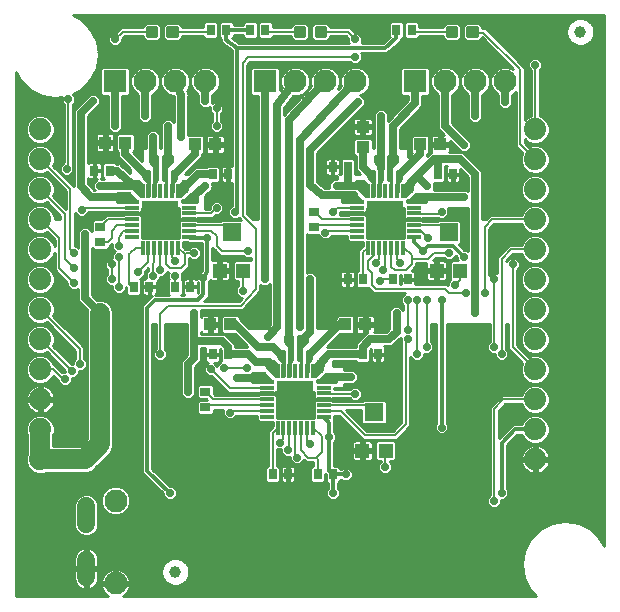
<source format=gtl>
G75*
%MOIN*%
%OFA0B0*%
%FSLAX24Y24*%
%IPPOS*%
%LPD*%
%AMOC8*
5,1,8,0,0,1.08239X$1,22.5*
%
%ADD10R,0.0453X0.0118*%
%ADD11R,0.0118X0.0453*%
%ADD12R,0.1240X0.1240*%
%ADD13R,0.0472X0.0472*%
%ADD14R,0.0630X0.0591*%
%ADD15R,0.0394X0.0433*%
%ADD16R,0.0276X0.0354*%
%ADD17R,0.0354X0.0276*%
%ADD18R,0.0768X0.0768*%
%ADD19C,0.0768*%
%ADD20R,0.0433X0.0394*%
%ADD21C,0.0740*%
%ADD22C,0.0118*%
%ADD23C,0.0591*%
%ADD24C,0.0394*%
%ADD25C,0.0100*%
%ADD26OC8,0.0240*%
%ADD27C,0.0080*%
%ADD28C,0.0660*%
%ADD29OC8,0.0340*%
%ADD30C,0.0250*%
%ADD31C,0.0120*%
D10*
X010815Y006409D03*
X010815Y006606D03*
X010815Y006803D03*
X010815Y007000D03*
X010815Y007197D03*
X010815Y007394D03*
X010815Y007591D03*
X012705Y007591D03*
X012705Y007394D03*
X012705Y007197D03*
X012705Y007000D03*
X012705Y006803D03*
X012705Y006606D03*
X012705Y006409D03*
X013815Y012409D03*
X013815Y012606D03*
X013815Y012803D03*
X013815Y013000D03*
X013815Y013197D03*
X013815Y013394D03*
X013815Y013591D03*
X015705Y013591D03*
X015705Y013394D03*
X015705Y013197D03*
X015705Y013000D03*
X015705Y012803D03*
X015705Y012606D03*
X015705Y012409D03*
X008205Y012409D03*
X008205Y012606D03*
X008205Y012803D03*
X008205Y013000D03*
X008205Y013197D03*
X008205Y013394D03*
X008205Y013591D03*
X006315Y013591D03*
X006315Y013394D03*
X006315Y013197D03*
X006315Y013000D03*
X006315Y012803D03*
X006315Y012606D03*
X006315Y012409D03*
D11*
X006670Y012055D03*
X006867Y012055D03*
X007064Y012055D03*
X007260Y012055D03*
X007457Y012055D03*
X007654Y012055D03*
X007851Y012055D03*
X007851Y013945D03*
X007654Y013945D03*
X007457Y013945D03*
X007260Y013945D03*
X007064Y013945D03*
X006867Y013945D03*
X006670Y013945D03*
X011170Y007945D03*
X011367Y007945D03*
X011564Y007945D03*
X011760Y007945D03*
X011957Y007945D03*
X012154Y007945D03*
X012351Y007945D03*
X012351Y006055D03*
X012154Y006055D03*
X011957Y006055D03*
X011760Y006055D03*
X011564Y006055D03*
X011367Y006055D03*
X011170Y006055D03*
X014170Y012055D03*
X014367Y012055D03*
X014564Y012055D03*
X014760Y012055D03*
X014957Y012055D03*
X015154Y012055D03*
X015351Y012055D03*
X015351Y013945D03*
X015154Y013945D03*
X014957Y013945D03*
X014760Y013945D03*
X014564Y013945D03*
X014367Y013945D03*
X014170Y013945D03*
D12*
X014760Y013000D03*
X011760Y007000D03*
X007260Y013000D03*
D13*
X009242Y011291D03*
X010029Y011291D03*
X016476Y011291D03*
X017263Y011291D03*
X014779Y005291D03*
X013992Y005291D03*
D14*
X014385Y006571D03*
X016870Y012571D03*
X009635Y012571D03*
D15*
X009095Y015500D03*
X008426Y015500D03*
X006095Y015563D03*
X005426Y015563D03*
X008926Y009500D03*
X009595Y009500D03*
X013426Y009500D03*
X014095Y009500D03*
X015926Y015500D03*
X016595Y015500D03*
D16*
X016504Y014500D03*
X017016Y014500D03*
X013516Y014750D03*
X013004Y014750D03*
X009516Y014500D03*
X009004Y014500D03*
X005579Y014625D03*
X005067Y014625D03*
X006379Y010750D03*
X006891Y010750D03*
X007754Y010750D03*
X008266Y010750D03*
X009004Y008500D03*
X009516Y008500D03*
X013504Y011000D03*
X014016Y011000D03*
X015004Y011000D03*
X015516Y011000D03*
X014516Y008500D03*
X014004Y008500D03*
X013016Y004500D03*
X012504Y004500D03*
X011516Y004500D03*
X011004Y004500D03*
X010766Y019313D03*
X010254Y019313D03*
X009454Y019313D03*
X008942Y019313D03*
X015129Y019313D03*
X015641Y019313D03*
D17*
X012385Y013256D03*
X012385Y012744D03*
X008760Y007256D03*
X008760Y006744D03*
X005260Y012244D03*
X005260Y012756D03*
D18*
X005760Y017600D03*
X010760Y017600D03*
X015760Y017600D03*
D19*
X016760Y017600D03*
X017760Y017600D03*
X018760Y017600D03*
X013760Y017600D03*
X012760Y017600D03*
X011760Y017600D03*
X008760Y017600D03*
X007760Y017600D03*
X006760Y017600D03*
X005771Y003630D03*
X005771Y000870D03*
D20*
X014010Y015415D03*
X014010Y016085D03*
D21*
X019760Y016000D03*
X019760Y015000D03*
X019760Y014000D03*
X019760Y013000D03*
X019760Y012000D03*
X019760Y011000D03*
X019760Y010000D03*
X019760Y009000D03*
X019760Y008000D03*
X019760Y007000D03*
X019760Y006000D03*
X019760Y005000D03*
X003260Y005000D03*
X003260Y006000D03*
X003260Y007000D03*
X003260Y008000D03*
X003260Y009000D03*
X003260Y010000D03*
X003260Y011000D03*
X003260Y012000D03*
X003260Y013000D03*
X003260Y014000D03*
X003260Y015000D03*
X003260Y016000D03*
D22*
X007116Y019112D02*
X007116Y019388D01*
X007116Y019112D02*
X006840Y019112D01*
X006840Y019388D01*
X007116Y019388D01*
X007116Y019229D02*
X006840Y019229D01*
X006840Y019346D02*
X007116Y019346D01*
X007806Y019388D02*
X007806Y019112D01*
X007530Y019112D01*
X007530Y019388D01*
X007806Y019388D01*
X007806Y019229D02*
X007530Y019229D01*
X007530Y019346D02*
X007806Y019346D01*
X011777Y019388D02*
X011777Y019112D01*
X011777Y019388D02*
X012053Y019388D01*
X012053Y019112D01*
X011777Y019112D01*
X011777Y019229D02*
X012053Y019229D01*
X012053Y019346D02*
X011777Y019346D01*
X012468Y019388D02*
X012468Y019112D01*
X012468Y019388D02*
X012744Y019388D01*
X012744Y019112D01*
X012468Y019112D01*
X012468Y019229D02*
X012744Y019229D01*
X012744Y019346D02*
X012468Y019346D01*
X016840Y019388D02*
X016840Y019112D01*
X016840Y019388D02*
X017116Y019388D01*
X017116Y019112D01*
X016840Y019112D01*
X016840Y019229D02*
X017116Y019229D01*
X017116Y019346D02*
X016840Y019346D01*
X017530Y019388D02*
X017530Y019112D01*
X017530Y019388D02*
X017806Y019388D01*
X017806Y019112D01*
X017530Y019112D01*
X017530Y019229D02*
X017806Y019229D01*
X017806Y019346D02*
X017530Y019346D01*
D23*
X004790Y003431D02*
X004790Y002841D01*
X004790Y001659D02*
X004790Y001069D01*
D24*
X007760Y001250D03*
X021260Y019250D03*
D25*
X002460Y009500D02*
X002460Y000450D01*
X005509Y000450D01*
X005449Y000493D01*
X005394Y000548D01*
X005348Y000611D01*
X005313Y000681D01*
X005289Y000754D01*
X005279Y000820D01*
X005721Y000820D01*
X005721Y000920D01*
X005721Y001362D01*
X005655Y001352D01*
X005581Y001328D01*
X005512Y001292D01*
X005449Y001247D01*
X005394Y001192D01*
X005348Y001129D01*
X005313Y001060D01*
X005289Y000986D01*
X005279Y000920D01*
X005721Y000920D01*
X005821Y000920D01*
X006263Y000920D01*
X006252Y000986D01*
X006228Y001060D01*
X006193Y001129D01*
X006147Y001192D01*
X006092Y001247D01*
X006030Y001292D01*
X005960Y001328D01*
X005886Y001352D01*
X005821Y001362D01*
X005821Y000920D01*
X005821Y000820D01*
X006263Y000820D01*
X006252Y000754D01*
X006228Y000681D01*
X006193Y000611D01*
X006147Y000548D01*
X006092Y000493D01*
X006033Y000450D01*
X019785Y000450D01*
X019587Y000648D01*
X019587Y000648D01*
X019381Y001052D01*
X019381Y001052D01*
X019310Y001500D01*
X019310Y001500D01*
X019381Y001948D01*
X019381Y001948D01*
X019587Y002352D01*
X019587Y002352D01*
X019908Y002673D01*
X019908Y002673D01*
X020312Y002879D01*
X020760Y002950D01*
X021208Y002879D01*
X021208Y002879D01*
X021613Y002673D01*
X021613Y002673D01*
X021933Y002352D01*
X021933Y002352D01*
X021933Y002352D01*
X022060Y002103D01*
X022060Y009500D01*
X019160Y009500D01*
X019160Y008812D01*
X019543Y008430D01*
X019665Y008480D01*
X019856Y008480D01*
X020032Y008407D01*
X020167Y008272D01*
X020240Y008095D01*
X020240Y007905D01*
X020167Y007728D01*
X020032Y007593D01*
X019856Y007520D01*
X019665Y007520D01*
X019488Y007593D01*
X019353Y007728D01*
X019280Y007905D01*
X019280Y008095D01*
X019331Y008217D01*
X018860Y008688D01*
X018860Y009500D01*
X018785Y009500D01*
X018785Y008675D01*
X018865Y008595D01*
X018865Y008405D01*
X018731Y008270D01*
X018540Y008270D01*
X018405Y008405D01*
X018405Y008520D01*
X018290Y008520D01*
X018155Y008655D01*
X018155Y008845D01*
X018235Y008925D01*
X018235Y009500D01*
X016805Y009500D01*
X016805Y006218D01*
X016865Y006158D01*
X016865Y005967D01*
X016731Y005833D01*
X016540Y005833D01*
X016405Y005967D01*
X016405Y006158D01*
X016465Y006218D01*
X016465Y009500D01*
X016285Y009500D01*
X016285Y008925D01*
X016365Y008845D01*
X016365Y008655D01*
X016231Y008520D01*
X016053Y008520D01*
X016053Y008405D01*
X015918Y008270D01*
X015728Y008270D01*
X015598Y008400D01*
X015598Y006125D01*
X015510Y006038D01*
X015135Y005663D01*
X014011Y005663D01*
X013923Y005750D01*
X013217Y006456D01*
X013042Y006456D01*
X013042Y006313D01*
X013061Y006294D01*
X013061Y006074D01*
X013063Y006072D01*
X013061Y006004D01*
X013061Y005935D01*
X013060Y005934D01*
X013059Y005902D01*
X013115Y005845D01*
X013115Y005655D01*
X013056Y005596D01*
X013060Y004787D01*
X013200Y004787D01*
X013264Y004723D01*
X013264Y004670D01*
X013293Y004670D01*
X013353Y004730D01*
X013543Y004730D01*
X013678Y004595D01*
X013678Y004405D01*
X013543Y004270D01*
X013353Y004270D01*
X013293Y004330D01*
X013264Y004330D01*
X013264Y004277D01*
X013200Y004213D01*
X013180Y004213D01*
X013180Y004030D01*
X013240Y003970D01*
X013240Y003780D01*
X013106Y003645D01*
X012915Y003645D01*
X012780Y003780D01*
X012780Y003970D01*
X012840Y004030D01*
X012840Y004213D01*
X012833Y004213D01*
X012768Y004277D01*
X012768Y004501D01*
X012752Y004517D01*
X012752Y004277D01*
X012688Y004213D01*
X012321Y004213D01*
X012257Y004277D01*
X012257Y004723D01*
X012321Y004787D01*
X012354Y004787D01*
X012354Y004913D01*
X012136Y004913D01*
X012053Y004995D01*
X012053Y004967D01*
X011918Y004833D01*
X011728Y004833D01*
X011593Y004967D01*
X011593Y005083D01*
X011415Y005083D01*
X011280Y005217D01*
X011280Y005333D01*
X011165Y005333D01*
X011154Y005343D01*
X011154Y004787D01*
X011188Y004787D01*
X011252Y004723D01*
X011252Y004277D01*
X011188Y004213D01*
X010821Y004213D01*
X010757Y004277D01*
X010757Y004723D01*
X010821Y004787D01*
X010854Y004787D01*
X010854Y005952D01*
X011001Y006098D01*
X011001Y006240D01*
X010544Y006240D01*
X010479Y006305D01*
X010479Y006456D01*
X009792Y006456D01*
X009668Y006333D01*
X009478Y006333D01*
X009343Y006467D01*
X009343Y006653D01*
X009048Y006653D01*
X009048Y006561D01*
X008983Y006496D01*
X008538Y006496D01*
X008473Y006561D01*
X008473Y006927D01*
X008538Y006992D01*
X008812Y006992D01*
X008796Y007008D01*
X008538Y007008D01*
X008473Y007073D01*
X008473Y007439D01*
X008538Y007504D01*
X008983Y007504D01*
X009048Y007439D01*
X009048Y007181D01*
X009078Y007150D01*
X010479Y007150D01*
X010479Y007197D01*
X010815Y007197D01*
X010815Y007197D01*
X010479Y007197D01*
X010479Y007225D01*
X009511Y007225D01*
X008966Y007770D01*
X008853Y007770D01*
X008718Y007905D01*
X008718Y008095D01*
X008839Y008216D01*
X008824Y008220D01*
X008799Y008235D01*
X008779Y008255D01*
X008764Y008280D01*
X008757Y008308D01*
X008757Y008481D01*
X008986Y008481D01*
X008986Y008519D01*
X008757Y008519D01*
X008757Y008692D01*
X008760Y008703D01*
X008620Y008703D01*
X008620Y008278D01*
X008483Y008140D01*
X008483Y008140D01*
X008433Y008090D01*
X008433Y007153D01*
X008295Y007015D01*
X008101Y007015D01*
X007963Y007153D01*
X007963Y008285D01*
X008150Y008472D01*
X008150Y009500D01*
X007410Y009500D01*
X007410Y008675D01*
X007490Y008595D01*
X007490Y008405D01*
X007356Y008270D01*
X007165Y008270D01*
X007030Y008405D01*
X007030Y008595D01*
X007110Y008675D01*
X007110Y009500D01*
X006993Y009500D01*
X006993Y004695D01*
X007583Y004105D01*
X007668Y004105D01*
X007803Y003970D01*
X007803Y003780D01*
X007668Y003645D01*
X007478Y003645D01*
X007343Y003780D01*
X007343Y003865D01*
X006653Y004555D01*
X006653Y009500D01*
X005700Y009500D01*
X005700Y005412D01*
X005633Y005251D01*
X005510Y005127D01*
X005510Y005127D01*
X005133Y004751D01*
X005010Y004627D01*
X004848Y004560D01*
X003452Y004560D01*
X003356Y004520D01*
X003165Y004520D01*
X002988Y004593D01*
X002853Y004728D01*
X002780Y004905D01*
X002780Y005095D01*
X002820Y005192D01*
X002820Y005808D01*
X002780Y005905D01*
X002780Y006095D01*
X002853Y006272D01*
X002988Y006407D01*
X003165Y006480D01*
X003356Y006480D01*
X003532Y006407D01*
X003667Y006272D01*
X003740Y006095D01*
X003740Y005905D01*
X003700Y005808D01*
X003700Y005440D01*
X004578Y005440D01*
X004820Y005682D01*
X004820Y009500D01*
X003972Y009500D01*
X004723Y008750D01*
X004723Y008363D01*
X004803Y008283D01*
X004803Y008092D01*
X004668Y007958D01*
X004553Y007958D01*
X004553Y007842D01*
X004418Y007708D01*
X004303Y007708D01*
X004303Y007592D01*
X004168Y007458D01*
X003978Y007458D01*
X003843Y007592D01*
X003843Y007643D01*
X003694Y007792D01*
X003667Y007728D01*
X003532Y007593D01*
X003356Y007520D01*
X003165Y007520D01*
X002988Y007593D01*
X002853Y007728D01*
X002780Y007905D01*
X002780Y008095D01*
X002853Y008272D01*
X002988Y008407D01*
X003165Y008480D01*
X003356Y008480D01*
X003532Y008407D01*
X003667Y008272D01*
X003718Y008150D01*
X003760Y008150D01*
X003992Y007917D01*
X004093Y007917D01*
X004093Y007955D01*
X003478Y008570D01*
X003356Y008520D01*
X003165Y008520D01*
X002988Y008593D01*
X002853Y008728D01*
X002780Y008905D01*
X002780Y009095D01*
X002853Y009272D01*
X002988Y009407D01*
X003165Y009480D01*
X003356Y009480D01*
X003532Y009407D01*
X003667Y009272D01*
X003740Y009095D01*
X003740Y008905D01*
X003690Y008783D01*
X004305Y008167D01*
X004343Y008167D01*
X004343Y008283D01*
X004423Y008363D01*
X004423Y008625D01*
X003548Y009500D01*
X002460Y009500D01*
X002460Y009509D02*
X003539Y009509D01*
X003478Y009570D02*
X003673Y009375D01*
X003564Y009375D01*
X003532Y009407D01*
X003356Y009480D01*
X003165Y009480D01*
X002988Y009407D01*
X002957Y009375D01*
X002460Y009375D01*
X002460Y013375D01*
X002957Y013375D01*
X002853Y013272D01*
X002780Y013095D01*
X002780Y013000D01*
X002460Y013000D01*
X002460Y017897D01*
X002587Y017648D01*
X002908Y017327D01*
X002908Y017327D01*
X003312Y017121D01*
X003312Y017121D01*
X003760Y017050D01*
X003760Y017050D01*
X003968Y017083D01*
X003968Y016905D01*
X004048Y016825D01*
X004048Y014917D01*
X004040Y014917D01*
X003905Y014783D01*
X003905Y014592D01*
X004040Y014458D01*
X004231Y014458D01*
X004365Y014592D01*
X004365Y014783D01*
X004348Y014800D01*
X004348Y016825D01*
X004428Y016905D01*
X004428Y017095D01*
X004337Y017186D01*
X004613Y017327D01*
X004933Y017648D01*
X005139Y018052D01*
X005210Y018500D01*
X005139Y018948D01*
X004933Y019352D01*
X004933Y019352D01*
X004613Y019673D01*
X004613Y019673D01*
X004364Y019800D01*
X022060Y019800D01*
X022060Y013000D01*
X020240Y013000D01*
X020240Y013095D01*
X020167Y013272D01*
X020032Y013407D01*
X019856Y013480D01*
X019665Y013480D01*
X019488Y013407D01*
X019353Y013272D01*
X019303Y013150D01*
X018261Y013150D01*
X018111Y013000D01*
X017995Y013000D01*
X017995Y014597D01*
X017495Y015097D01*
X017358Y015235D01*
X016891Y015235D01*
X016894Y015241D01*
X016902Y015269D01*
X016902Y015452D01*
X016643Y015452D01*
X016643Y015548D01*
X016547Y015548D01*
X016547Y015452D01*
X016288Y015452D01*
X016288Y015269D01*
X016296Y015241D01*
X016299Y015235D01*
X016288Y015235D01*
X016161Y015108D01*
X016161Y015173D01*
X016168Y015173D01*
X016233Y015238D01*
X016233Y015762D01*
X016168Y015827D01*
X015683Y015827D01*
X015619Y015762D01*
X015619Y015238D01*
X015642Y015214D01*
X015510Y015082D01*
X015510Y015375D01*
X015245Y015375D01*
X015245Y016028D01*
X015995Y016778D01*
X015995Y017106D01*
X016190Y017106D01*
X016254Y017171D01*
X016254Y018029D01*
X016190Y018094D01*
X015331Y018094D01*
X015266Y018029D01*
X015266Y017171D01*
X015331Y017106D01*
X015525Y017106D01*
X015525Y016972D01*
X014913Y016360D01*
X014845Y016292D01*
X014845Y016547D01*
X014708Y016685D01*
X014513Y016685D01*
X014375Y016547D01*
X014375Y015375D01*
X014337Y015375D01*
X014337Y015658D01*
X014272Y015722D01*
X013748Y015722D01*
X013684Y015658D01*
X013684Y015173D01*
X013748Y015109D01*
X013775Y015109D01*
X013775Y014653D01*
X013928Y014500D01*
X013751Y014500D01*
X013751Y014514D01*
X013764Y014527D01*
X013764Y014973D01*
X013700Y015037D01*
X013333Y015037D01*
X013268Y014973D01*
X013268Y014527D01*
X013281Y014514D01*
X013281Y014500D01*
X013225Y014500D01*
X013230Y014505D01*
X013245Y014530D01*
X013252Y014558D01*
X013252Y014731D01*
X013023Y014731D01*
X013023Y014463D01*
X013135Y014463D01*
X013135Y014360D01*
X013054Y014362D01*
X013052Y014360D01*
X013038Y014360D01*
X012900Y014222D01*
X012900Y014035D01*
X012749Y014035D01*
X012495Y014257D01*
X012495Y015203D01*
X014095Y016803D01*
X014095Y016997D01*
X013958Y017135D01*
X013928Y017135D01*
X014040Y017181D01*
X014179Y017320D01*
X014254Y017502D01*
X014254Y017698D01*
X014179Y017880D01*
X014040Y018019D01*
X013859Y018094D01*
X013662Y018094D01*
X013481Y018019D01*
X013342Y017880D01*
X013266Y017698D01*
X013266Y017502D01*
X013290Y017445D01*
X013185Y017335D01*
X013254Y017502D01*
X013254Y017698D01*
X013179Y017880D01*
X013040Y018019D01*
X012859Y018094D01*
X012662Y018094D01*
X012481Y018019D01*
X012342Y017880D01*
X012266Y017698D01*
X012266Y017502D01*
X012292Y017439D01*
X011395Y016468D01*
X011395Y016722D01*
X011684Y017106D01*
X011859Y017106D01*
X012040Y017181D01*
X012179Y017320D01*
X012254Y017502D01*
X012254Y017698D01*
X012179Y017880D01*
X012040Y018019D01*
X011859Y018094D01*
X011662Y018094D01*
X011481Y018019D01*
X011342Y017880D01*
X011266Y017698D01*
X011266Y017502D01*
X011311Y017393D01*
X011254Y017317D01*
X011254Y018029D01*
X011190Y018094D01*
X010331Y018094D01*
X010266Y018029D01*
X010266Y017171D01*
X010331Y017106D01*
X010525Y017106D01*
X010525Y013000D01*
X010347Y013000D01*
X010160Y013187D01*
X010160Y018163D01*
X010260Y018263D01*
X013585Y018263D01*
X013665Y018183D01*
X013856Y018183D01*
X013990Y018317D01*
X013990Y018508D01*
X013943Y018555D01*
X014753Y018555D01*
X014815Y018549D01*
X014822Y018555D01*
X014831Y018555D01*
X014875Y018599D01*
X015191Y018862D01*
X015200Y018862D01*
X015244Y018906D01*
X015292Y018946D01*
X015293Y018955D01*
X015299Y018961D01*
X015299Y019024D01*
X015300Y019025D01*
X015313Y019025D01*
X015377Y019090D01*
X015377Y019535D01*
X015313Y019600D01*
X014946Y019600D01*
X014882Y019535D01*
X014882Y019090D01*
X014905Y019066D01*
X014699Y018895D01*
X013981Y018895D01*
X013990Y018905D01*
X013990Y019095D01*
X013856Y019230D01*
X013742Y019230D01*
X013572Y019400D01*
X012912Y019400D01*
X012912Y019458D01*
X012813Y019557D01*
X012398Y019557D01*
X012299Y019458D01*
X012299Y019042D01*
X012398Y018943D01*
X012813Y018943D01*
X012912Y019042D01*
X012912Y019100D01*
X013448Y019100D01*
X013530Y019018D01*
X013530Y018905D01*
X013540Y018895D01*
X009878Y018895D01*
X009663Y019052D01*
X009702Y019090D01*
X009702Y019143D01*
X010007Y019143D01*
X010007Y019090D01*
X010071Y019025D01*
X010438Y019025D01*
X010502Y019090D01*
X010502Y019535D01*
X010438Y019600D01*
X010071Y019600D01*
X010007Y019535D01*
X010007Y019482D01*
X009702Y019482D01*
X009702Y019535D01*
X009637Y019600D01*
X009270Y019600D01*
X009206Y019535D01*
X009206Y019090D01*
X009270Y019025D01*
X009277Y019025D01*
X009284Y018981D01*
X009284Y018924D01*
X009294Y018913D01*
X009297Y018898D01*
X009343Y018865D01*
X009383Y018824D01*
X009398Y018824D01*
X009653Y018639D01*
X009653Y014787D01*
X009535Y014787D01*
X009535Y014519D01*
X009497Y014519D01*
X009497Y014481D01*
X009268Y014481D01*
X009268Y014308D01*
X009276Y014280D01*
X009290Y014255D01*
X009311Y014235D01*
X009336Y014220D01*
X009364Y014213D01*
X009497Y014213D01*
X009497Y014481D01*
X009535Y014481D01*
X009535Y014213D01*
X009653Y014213D01*
X009653Y013468D01*
X009530Y013345D01*
X009530Y013155D01*
X009665Y013020D01*
X009856Y013020D01*
X009879Y013044D01*
X009923Y013000D01*
X008760Y013000D01*
X008760Y013047D01*
X009019Y013047D01*
X009107Y013135D01*
X009117Y013145D01*
X009231Y013145D01*
X009365Y013280D01*
X009365Y013470D01*
X009231Y013605D01*
X009040Y013605D01*
X008905Y013470D01*
X008905Y013357D01*
X008895Y013347D01*
X008760Y013347D01*
X008760Y013790D01*
X008853Y013870D01*
X008856Y013870D01*
X008871Y013885D01*
X008987Y013985D01*
X008989Y014003D01*
X008990Y014005D01*
X008990Y014026D01*
X009002Y014179D01*
X008990Y014193D01*
X008990Y014195D01*
X008975Y014210D01*
X008973Y014213D01*
X009188Y014213D01*
X009252Y014277D01*
X009252Y014723D01*
X009188Y014787D01*
X008821Y014787D01*
X008769Y014735D01*
X008413Y014735D01*
X008178Y014500D01*
X008093Y014500D01*
X008661Y015068D01*
X008661Y015173D01*
X008668Y015173D01*
X008733Y015238D01*
X008733Y015762D01*
X008668Y015827D01*
X008195Y015827D01*
X008195Y017106D01*
X008215Y017156D01*
X008195Y017200D01*
X008195Y017247D01*
X008157Y017285D01*
X008153Y017295D01*
X008179Y017320D01*
X008254Y017502D01*
X008254Y017698D01*
X008179Y017880D01*
X008040Y018019D01*
X007859Y018094D01*
X007662Y018094D01*
X007481Y018019D01*
X007342Y017880D01*
X007266Y017698D01*
X007266Y017502D01*
X007342Y017320D01*
X007481Y017181D01*
X007662Y017106D01*
X007723Y017106D01*
X007725Y017100D01*
X007725Y016242D01*
X007608Y016360D01*
X007413Y016360D01*
X007275Y016222D01*
X007275Y015375D01*
X007245Y015375D01*
X007245Y015847D01*
X007108Y015985D01*
X006913Y015985D01*
X006775Y015847D01*
X006775Y015375D01*
X006635Y015375D01*
X006635Y014957D01*
X006347Y015246D01*
X006402Y015300D01*
X006402Y015825D01*
X006337Y015889D01*
X005853Y015889D01*
X005788Y015825D01*
X005788Y015300D01*
X005853Y015236D01*
X005860Y015236D01*
X005860Y015068D01*
X006260Y014668D01*
X006260Y014551D01*
X005984Y014796D01*
X005920Y014860D01*
X005912Y014860D01*
X005906Y014865D01*
X005816Y014860D01*
X005814Y014860D01*
X005762Y014912D01*
X005395Y014912D01*
X005331Y014848D01*
X005331Y014402D01*
X005373Y014360D01*
X005272Y014360D01*
X005293Y014380D01*
X005307Y014405D01*
X005315Y014433D01*
X005315Y014606D01*
X005086Y014606D01*
X005086Y014644D01*
X005315Y014644D01*
X005315Y014817D01*
X005307Y014845D01*
X005293Y014870D01*
X005272Y014890D01*
X005247Y014905D01*
X005219Y014912D01*
X005086Y014912D01*
X005086Y014644D01*
X005048Y014644D01*
X005048Y014912D01*
X004915Y014912D01*
X004887Y014905D01*
X004862Y014890D01*
X004845Y014874D01*
X004845Y016453D01*
X005245Y016853D01*
X005245Y017047D01*
X005108Y017185D01*
X004913Y017185D01*
X004375Y016647D01*
X004375Y014097D01*
X003690Y014783D01*
X003740Y014905D01*
X003740Y015095D01*
X003667Y015272D01*
X003532Y015407D01*
X003356Y015480D01*
X003165Y015480D01*
X002988Y015407D01*
X002853Y015272D01*
X002780Y015095D01*
X002780Y014905D01*
X002853Y014728D01*
X002988Y014593D01*
X003165Y014520D01*
X003356Y014520D01*
X003478Y014570D01*
X004110Y013938D01*
X004110Y013362D01*
X003690Y013783D01*
X003740Y013905D01*
X003740Y014095D01*
X003667Y014272D01*
X003532Y014407D01*
X003356Y014480D01*
X003165Y014480D01*
X002988Y014407D01*
X002853Y014272D01*
X002780Y014095D01*
X002780Y013905D01*
X002853Y013728D01*
X002988Y013593D01*
X003165Y013520D01*
X003356Y013520D01*
X003478Y013570D01*
X003923Y013125D01*
X003923Y013000D01*
X003740Y013000D01*
X003740Y013095D01*
X003667Y013272D01*
X003532Y013407D01*
X003356Y013480D01*
X003165Y013480D01*
X002988Y013407D01*
X002853Y013272D01*
X002780Y013095D01*
X002780Y012905D01*
X002853Y012728D01*
X002988Y012593D01*
X003165Y012520D01*
X003356Y012520D01*
X003478Y012570D01*
X003735Y012313D01*
X003735Y012108D01*
X003667Y012272D01*
X003532Y012407D01*
X003356Y012480D01*
X003165Y012480D01*
X002988Y012407D01*
X002853Y012272D01*
X002780Y012095D01*
X002780Y011905D01*
X002853Y011728D01*
X002988Y011593D01*
X003165Y011520D01*
X003356Y011520D01*
X003532Y011593D01*
X003667Y011728D01*
X003735Y011892D01*
X003735Y011313D01*
X004155Y010893D01*
X004155Y010780D01*
X004290Y010645D01*
X004481Y010645D01*
X004525Y010690D01*
X004525Y010278D01*
X004826Y009977D01*
X004820Y009963D01*
X004820Y009375D01*
X004097Y009375D01*
X003690Y009783D01*
X003740Y009905D01*
X003740Y010095D01*
X003667Y010272D01*
X003532Y010407D01*
X003356Y010480D01*
X003165Y010480D01*
X002988Y010407D01*
X002853Y010272D01*
X002780Y010095D01*
X002780Y009905D01*
X002853Y009728D01*
X002988Y009593D01*
X003165Y009520D01*
X003356Y009520D01*
X003478Y009570D01*
X003524Y009411D02*
X003638Y009411D01*
X003524Y009411D01*
X003627Y009312D02*
X003736Y009312D01*
X003691Y009214D02*
X003835Y009214D01*
X003933Y009115D02*
X003732Y009115D01*
X003740Y009017D02*
X004032Y009017D01*
X004130Y008918D02*
X003740Y008918D01*
X003705Y008820D02*
X004229Y008820D01*
X004327Y008721D02*
X003751Y008721D01*
X003850Y008623D02*
X004423Y008623D01*
X004423Y008524D02*
X003948Y008524D01*
X004047Y008426D02*
X004423Y008426D01*
X004387Y008327D02*
X004145Y008327D01*
X004244Y008229D02*
X004343Y008229D01*
X004553Y007933D02*
X004820Y007933D01*
X004820Y007835D02*
X004545Y007835D01*
X004447Y007736D02*
X004820Y007736D01*
X004820Y007638D02*
X004303Y007638D01*
X004250Y007539D02*
X004820Y007539D01*
X004820Y007441D02*
X003453Y007441D01*
X003445Y007445D02*
X003373Y007468D01*
X003310Y007478D01*
X003310Y007050D01*
X003210Y007050D01*
X003210Y006950D01*
X002782Y006950D01*
X002792Y006888D01*
X002816Y006816D01*
X002850Y006748D01*
X002894Y006687D01*
X002948Y006634D01*
X003009Y006589D01*
X003076Y006555D01*
X003148Y006532D01*
X003210Y006522D01*
X003210Y006950D01*
X003310Y006950D01*
X003310Y006522D01*
X003373Y006532D01*
X003445Y006555D01*
X003512Y006589D01*
X003573Y006634D01*
X003626Y006687D01*
X003671Y006748D01*
X003705Y006816D01*
X003729Y006888D01*
X003738Y006950D01*
X003310Y006950D01*
X003310Y007050D01*
X003738Y007050D01*
X003729Y007112D01*
X003705Y007184D01*
X003671Y007252D01*
X003626Y007313D01*
X003573Y007366D01*
X003512Y007411D01*
X003445Y007445D01*
X003402Y007539D02*
X003896Y007539D01*
X003843Y007638D02*
X003577Y007638D01*
X003671Y007736D02*
X003750Y007736D01*
X003977Y007933D02*
X004093Y007933D01*
X004017Y008032D02*
X003878Y008032D01*
X003918Y008130D02*
X003780Y008130D01*
X003820Y008229D02*
X003685Y008229D01*
X003721Y008327D02*
X003612Y008327D01*
X003623Y008426D02*
X003487Y008426D01*
X003524Y008524D02*
X003366Y008524D01*
X003155Y008524D02*
X002460Y008524D01*
X002460Y008426D02*
X003033Y008426D01*
X002909Y008327D02*
X002460Y008327D01*
X002460Y008229D02*
X002835Y008229D01*
X002795Y008130D02*
X002460Y008130D01*
X002460Y008032D02*
X002780Y008032D01*
X002780Y007933D02*
X002460Y007933D01*
X002460Y007835D02*
X002809Y007835D01*
X002850Y007736D02*
X002460Y007736D01*
X002460Y007638D02*
X002944Y007638D01*
X003119Y007539D02*
X002460Y007539D01*
X002460Y007441D02*
X003068Y007441D01*
X003076Y007445D02*
X003009Y007411D01*
X002948Y007366D01*
X002894Y007313D01*
X002850Y007252D01*
X002816Y007184D01*
X002792Y007112D01*
X002782Y007050D01*
X003210Y007050D01*
X003210Y007478D01*
X003148Y007468D01*
X003076Y007445D01*
X003210Y007441D02*
X003310Y007441D01*
X003310Y007342D02*
X003210Y007342D01*
X003210Y007244D02*
X003310Y007244D01*
X003310Y007145D02*
X003210Y007145D01*
X003210Y007047D02*
X002460Y007047D01*
X002460Y007145D02*
X002803Y007145D01*
X002846Y007244D02*
X002460Y007244D01*
X002460Y007342D02*
X002924Y007342D01*
X002783Y006948D02*
X002460Y006948D01*
X002460Y006850D02*
X002805Y006850D01*
X002849Y006751D02*
X002460Y006751D01*
X002460Y006653D02*
X002929Y006653D01*
X003080Y006554D02*
X002460Y006554D01*
X002460Y006456D02*
X003106Y006456D01*
X003210Y006554D02*
X003310Y006554D01*
X003310Y006653D02*
X003210Y006653D01*
X003210Y006751D02*
X003310Y006751D01*
X003310Y006850D02*
X003210Y006850D01*
X003210Y006948D02*
X003310Y006948D01*
X003310Y007047D02*
X004820Y007047D01*
X004820Y007145D02*
X003718Y007145D01*
X003675Y007244D02*
X004820Y007244D01*
X004820Y007342D02*
X003597Y007342D01*
X003738Y006948D02*
X004820Y006948D01*
X004820Y006850D02*
X003716Y006850D01*
X003672Y006751D02*
X004820Y006751D01*
X004820Y006653D02*
X003592Y006653D01*
X003441Y006554D02*
X004820Y006554D01*
X004820Y006456D02*
X003415Y006456D01*
X003582Y006357D02*
X004820Y006357D01*
X004820Y006259D02*
X003673Y006259D01*
X003714Y006160D02*
X004820Y006160D01*
X004820Y006062D02*
X003740Y006062D01*
X003740Y005963D02*
X004820Y005963D01*
X004820Y005865D02*
X003724Y005865D01*
X003700Y005766D02*
X004820Y005766D01*
X004806Y005668D02*
X003700Y005668D01*
X003700Y005569D02*
X004707Y005569D01*
X004609Y005471D02*
X003700Y005471D01*
X002820Y005471D02*
X002460Y005471D01*
X002460Y005569D02*
X002820Y005569D01*
X002820Y005668D02*
X002460Y005668D01*
X002460Y005766D02*
X002820Y005766D01*
X002797Y005865D02*
X002460Y005865D01*
X002460Y005963D02*
X002780Y005963D01*
X002780Y006062D02*
X002460Y006062D01*
X002460Y006160D02*
X002807Y006160D01*
X002848Y006259D02*
X002460Y006259D01*
X002460Y006357D02*
X002939Y006357D01*
X002820Y005372D02*
X002460Y005372D01*
X002460Y005274D02*
X002820Y005274D01*
X002813Y005175D02*
X002460Y005175D01*
X002460Y005077D02*
X002780Y005077D01*
X002780Y004978D02*
X002460Y004978D01*
X002460Y004880D02*
X002791Y004880D01*
X002832Y004781D02*
X002460Y004781D01*
X002460Y004683D02*
X002899Y004683D01*
X003010Y004584D02*
X002460Y004584D01*
X002460Y004486D02*
X006722Y004486D01*
X006653Y004584D02*
X004906Y004584D01*
X005065Y004683D02*
X006653Y004683D01*
X006653Y004781D02*
X005164Y004781D01*
X005262Y004880D02*
X006653Y004880D01*
X006653Y004978D02*
X005361Y004978D01*
X005459Y005077D02*
X006653Y005077D01*
X006653Y005175D02*
X005558Y005175D01*
X005643Y005274D02*
X006653Y005274D01*
X006653Y005372D02*
X005684Y005372D01*
X005700Y005471D02*
X006653Y005471D01*
X006653Y005569D02*
X005700Y005569D01*
X005700Y005668D02*
X006653Y005668D01*
X006653Y005766D02*
X005700Y005766D01*
X005700Y005865D02*
X006653Y005865D01*
X006653Y005963D02*
X005700Y005963D01*
X005700Y006062D02*
X006653Y006062D01*
X006653Y006160D02*
X005700Y006160D01*
X005700Y006259D02*
X006653Y006259D01*
X006653Y006357D02*
X005700Y006357D01*
X005700Y006456D02*
X006653Y006456D01*
X006653Y006554D02*
X005700Y006554D01*
X005700Y006653D02*
X006653Y006653D01*
X006653Y006751D02*
X005700Y006751D01*
X005700Y006850D02*
X006653Y006850D01*
X006653Y006948D02*
X005700Y006948D01*
X005700Y007047D02*
X006653Y007047D01*
X006653Y007145D02*
X005700Y007145D01*
X005700Y007244D02*
X006653Y007244D01*
X006653Y007342D02*
X005700Y007342D01*
X005700Y007441D02*
X006653Y007441D01*
X006653Y007539D02*
X005700Y007539D01*
X005700Y007638D02*
X006653Y007638D01*
X006653Y007736D02*
X005700Y007736D01*
X005700Y007835D02*
X006653Y007835D01*
X006653Y007933D02*
X005700Y007933D01*
X005700Y008032D02*
X006653Y008032D01*
X006653Y008130D02*
X005700Y008130D01*
X005700Y008229D02*
X006653Y008229D01*
X006653Y008327D02*
X005700Y008327D01*
X005700Y008426D02*
X006653Y008426D01*
X006653Y008524D02*
X005700Y008524D01*
X005700Y008623D02*
X006653Y008623D01*
X006653Y008721D02*
X005700Y008721D01*
X005700Y008820D02*
X006653Y008820D01*
X006653Y008918D02*
X005700Y008918D01*
X005700Y009017D02*
X006653Y009017D01*
X006653Y009115D02*
X005700Y009115D01*
X005700Y009214D02*
X006653Y009214D01*
X006653Y009312D02*
X005700Y009312D01*
X005700Y009375D02*
X005700Y009963D01*
X005633Y010124D01*
X005510Y010248D01*
X005348Y010315D01*
X005173Y010315D01*
X005159Y010309D01*
X004995Y010472D01*
X004995Y012039D01*
X005038Y011996D01*
X005483Y011996D01*
X005548Y012061D01*
X005548Y012094D01*
X005567Y012094D01*
X005655Y012183D01*
X005655Y012030D01*
X005748Y011937D01*
X005655Y011845D01*
X005655Y011730D01*
X005540Y011730D01*
X005405Y011595D01*
X005405Y011405D01*
X005485Y011325D01*
X005485Y011175D01*
X005405Y011095D01*
X005405Y010905D01*
X005540Y010770D01*
X005655Y010770D01*
X005655Y010655D01*
X005790Y010520D01*
X005981Y010520D01*
X006115Y010655D01*
X006115Y010752D01*
X006124Y010743D01*
X006132Y010735D01*
X006132Y010527D01*
X006196Y010463D01*
X006563Y010463D01*
X006627Y010527D01*
X006627Y010973D01*
X006580Y011020D01*
X006606Y011020D01*
X006740Y011155D01*
X006740Y011259D01*
X006860Y011371D01*
X006860Y011300D01*
X006780Y011220D01*
X006780Y011037D01*
X006739Y011037D01*
X006711Y011030D01*
X006686Y011015D01*
X006665Y010995D01*
X006651Y010970D01*
X006643Y010942D01*
X006643Y010769D01*
X006872Y010769D01*
X006872Y010731D01*
X006643Y010731D01*
X006643Y010558D01*
X006651Y010530D01*
X006665Y010505D01*
X006686Y010485D01*
X006711Y010470D01*
X006739Y010463D01*
X006872Y010463D01*
X006872Y010731D01*
X006910Y010731D01*
X006910Y010463D01*
X006983Y010463D01*
X006752Y010232D01*
X006653Y010133D01*
X006653Y009375D01*
X005700Y009375D01*
X005700Y009411D02*
X006653Y009411D01*
X005700Y009411D01*
X005700Y009509D02*
X006653Y009509D01*
X006653Y009608D02*
X005700Y009608D01*
X005700Y009706D02*
X006653Y009706D01*
X006653Y009805D02*
X005700Y009805D01*
X005700Y009903D02*
X006653Y009903D01*
X006653Y010002D02*
X005684Y010002D01*
X005643Y010100D02*
X006653Y010100D01*
X006718Y010199D02*
X005559Y010199D01*
X005391Y010297D02*
X006817Y010297D01*
X006915Y010396D02*
X005072Y010396D01*
X004995Y010494D02*
X006165Y010494D01*
X006132Y010593D02*
X006053Y010593D01*
X006115Y010691D02*
X006132Y010691D01*
X005718Y010593D02*
X004995Y010593D01*
X004995Y010691D02*
X005655Y010691D01*
X005521Y010790D02*
X004995Y010790D01*
X004995Y010888D02*
X005422Y010888D01*
X005405Y010987D02*
X004995Y010987D01*
X004995Y011085D02*
X005405Y011085D01*
X005485Y011184D02*
X004995Y011184D01*
X004995Y011282D02*
X005485Y011282D01*
X005430Y011381D02*
X004995Y011381D01*
X004995Y011479D02*
X005405Y011479D01*
X005405Y011578D02*
X004995Y011578D01*
X004995Y011676D02*
X005486Y011676D01*
X005655Y011775D02*
X004995Y011775D01*
X004995Y011873D02*
X005683Y011873D01*
X005714Y011972D02*
X004995Y011972D01*
X004525Y012060D02*
X004481Y012105D01*
X004410Y012105D01*
X004410Y013212D01*
X004540Y013083D01*
X004731Y013083D01*
X004865Y013217D01*
X004865Y013244D01*
X005979Y013244D01*
X005979Y013197D01*
X006315Y013197D01*
X006315Y013197D01*
X005979Y013197D01*
X005979Y013150D01*
X005442Y013150D01*
X005354Y013062D01*
X005296Y013004D01*
X005038Y013004D01*
X004973Y012939D01*
X004973Y012620D01*
X004858Y012735D01*
X004663Y012735D01*
X004525Y012597D01*
X004525Y012060D01*
X004525Y012070D02*
X004516Y012070D01*
X004525Y012169D02*
X004410Y012169D01*
X004410Y012267D02*
X004525Y012267D01*
X004525Y012366D02*
X004410Y012366D01*
X004410Y012464D02*
X004525Y012464D01*
X004525Y012563D02*
X004410Y012563D01*
X004410Y012661D02*
X004589Y012661D01*
X004410Y012760D02*
X004973Y012760D01*
X004973Y012858D02*
X004410Y012858D01*
X004410Y012957D02*
X004990Y012957D01*
X004802Y013154D02*
X005979Y013154D01*
X006024Y013150D02*
X005885Y013150D01*
X005885Y013244D01*
X006024Y013244D01*
X006044Y013225D01*
X006587Y013225D01*
X006652Y013289D01*
X006652Y013375D01*
X007869Y013375D01*
X007869Y013092D01*
X007933Y013028D01*
X008477Y013028D01*
X008496Y013047D01*
X008635Y013047D01*
X008635Y012953D01*
X008496Y012953D01*
X008477Y012972D01*
X007933Y012972D01*
X007869Y012908D01*
X007869Y012391D01*
X006652Y012391D01*
X006652Y013105D01*
X006587Y013169D01*
X006044Y013169D01*
X006024Y013150D01*
X006028Y013154D02*
X005885Y013154D01*
X005830Y013586D02*
X006493Y013586D01*
X006222Y013873D01*
X005830Y013873D01*
X005830Y013586D01*
X005830Y013646D02*
X006436Y013646D01*
X006343Y013745D02*
X005830Y013745D01*
X005830Y013843D02*
X006250Y013843D01*
X006418Y013978D02*
X006297Y014098D01*
X006297Y014294D01*
X006523Y014294D01*
X006674Y014144D01*
X006674Y013782D01*
X006674Y013767D01*
X006628Y013767D01*
X006418Y013978D01*
X006454Y013942D02*
X006674Y013942D01*
X006674Y014040D02*
X006356Y014040D01*
X006297Y014139D02*
X006674Y014139D01*
X006580Y014237D02*
X006297Y014237D01*
X006698Y014405D02*
X006698Y014620D01*
X006870Y014619D01*
X006870Y013781D01*
X006868Y013780D01*
X006853Y014250D01*
X006698Y014405D01*
X006698Y014434D02*
X006870Y014434D01*
X006870Y014336D02*
X006767Y014336D01*
X006853Y014237D02*
X006870Y014237D01*
X006857Y014139D02*
X006870Y014139D01*
X006860Y014040D02*
X006870Y014040D01*
X006863Y013942D02*
X006870Y013942D01*
X006866Y013843D02*
X006870Y013843D01*
X007057Y013843D02*
X007074Y013843D01*
X007074Y013774D02*
X007057Y013774D01*
X007057Y014781D01*
X006916Y014922D01*
X006916Y015125D01*
X007167Y015125D01*
X007167Y014344D01*
X007074Y014221D01*
X007074Y013774D01*
X007057Y013942D02*
X007074Y013942D01*
X007074Y014040D02*
X007057Y014040D01*
X007057Y014139D02*
X007074Y014139D01*
X007086Y014237D02*
X007057Y014237D01*
X007057Y014336D02*
X007160Y014336D01*
X007167Y014434D02*
X007057Y014434D01*
X007057Y014533D02*
X007167Y014533D01*
X007167Y014631D02*
X007057Y014631D01*
X007057Y014730D02*
X007167Y014730D01*
X007167Y014828D02*
X007010Y014828D01*
X006916Y014927D02*
X007167Y014927D01*
X007167Y015025D02*
X006916Y015025D01*
X006916Y015124D02*
X007167Y015124D01*
X007354Y015109D02*
X007637Y015109D01*
X007637Y014908D01*
X007463Y014734D01*
X007465Y013772D01*
X007462Y013772D01*
X007447Y014265D01*
X007354Y014313D01*
X007354Y015109D01*
X007354Y015025D02*
X007637Y015025D01*
X007637Y014927D02*
X007354Y014927D01*
X007354Y014828D02*
X007557Y014828D01*
X007463Y014730D02*
X007354Y014730D01*
X007354Y014631D02*
X007464Y014631D01*
X007464Y014533D02*
X007354Y014533D01*
X007354Y014434D02*
X007464Y014434D01*
X007464Y014336D02*
X007354Y014336D01*
X007448Y014237D02*
X007464Y014237D01*
X007451Y014139D02*
X007465Y014139D01*
X007454Y014040D02*
X007465Y014040D01*
X007457Y013942D02*
X007465Y013942D01*
X007460Y013843D02*
X007465Y013843D01*
X007644Y013928D02*
X007644Y014615D01*
X007787Y014615D01*
X007787Y014350D01*
X007677Y014240D01*
X007677Y013928D01*
X007644Y013928D01*
X007644Y013942D02*
X007677Y013942D01*
X007677Y014040D02*
X007644Y014040D01*
X007644Y014139D02*
X007677Y014139D01*
X007677Y014237D02*
X007644Y014237D01*
X007644Y014336D02*
X007773Y014336D01*
X007787Y014434D02*
X007644Y014434D01*
X007644Y014533D02*
X007787Y014533D01*
X008125Y014533D02*
X008211Y014533D01*
X008224Y014631D02*
X008309Y014631D01*
X008322Y014730D02*
X008408Y014730D01*
X008421Y014828D02*
X009653Y014828D01*
X009653Y014927D02*
X008519Y014927D01*
X008618Y015025D02*
X009653Y015025D01*
X009653Y015124D02*
X008661Y015124D01*
X008717Y015222D02*
X008807Y015222D01*
X008810Y015216D02*
X008831Y015195D01*
X008856Y015181D01*
X008884Y015173D01*
X009047Y015173D01*
X009047Y015452D01*
X009143Y015452D01*
X009143Y015548D01*
X009402Y015548D01*
X009402Y015731D01*
X009394Y015759D01*
X009380Y015784D01*
X009359Y015805D01*
X009334Y015819D01*
X009306Y015827D01*
X009143Y015827D01*
X009143Y015548D01*
X009047Y015548D01*
X009047Y015452D01*
X008788Y015452D01*
X008788Y015269D01*
X008796Y015241D01*
X008810Y015216D01*
X008788Y015321D02*
X008733Y015321D01*
X008733Y015419D02*
X008788Y015419D01*
X008733Y015518D02*
X009047Y015518D01*
X009047Y015548D02*
X008788Y015548D01*
X008788Y015731D01*
X008796Y015759D01*
X008810Y015784D01*
X008831Y015805D01*
X008856Y015819D01*
X008884Y015827D01*
X009047Y015827D01*
X009047Y015548D01*
X009047Y015616D02*
X009143Y015616D01*
X009143Y015518D02*
X009653Y015518D01*
X009653Y015616D02*
X009402Y015616D01*
X009402Y015715D02*
X009653Y015715D01*
X009653Y015813D02*
X009345Y015813D01*
X009272Y015912D02*
X009653Y015912D01*
X009653Y016010D02*
X009365Y016010D01*
X009365Y016005D02*
X009365Y016195D01*
X009285Y016275D01*
X009285Y016525D01*
X009365Y016605D01*
X009365Y016795D01*
X009231Y016930D01*
X009040Y016930D01*
X008995Y016885D01*
X008995Y017163D01*
X009040Y017181D01*
X009179Y017320D01*
X009254Y017502D01*
X009254Y017698D01*
X009179Y017880D01*
X009040Y018019D01*
X008859Y018094D01*
X008662Y018094D01*
X008481Y018019D01*
X008342Y017880D01*
X008266Y017698D01*
X008266Y017502D01*
X008342Y017320D01*
X008481Y017181D01*
X008525Y017163D01*
X008525Y016853D01*
X008663Y016715D01*
X008858Y016715D01*
X008905Y016763D01*
X008905Y016605D01*
X008985Y016525D01*
X008985Y016275D01*
X008905Y016195D01*
X008905Y016005D01*
X009040Y015870D01*
X009231Y015870D01*
X009365Y016005D01*
X009365Y016109D02*
X009653Y016109D01*
X009653Y016207D02*
X009354Y016207D01*
X009285Y016306D02*
X009653Y016306D01*
X009653Y016404D02*
X009285Y016404D01*
X009285Y016503D02*
X009653Y016503D01*
X009653Y016601D02*
X009362Y016601D01*
X009365Y016700D02*
X009653Y016700D01*
X009653Y016798D02*
X009363Y016798D01*
X009264Y016897D02*
X009653Y016897D01*
X009653Y016995D02*
X008995Y016995D01*
X008995Y016897D02*
X009007Y016897D01*
X008995Y017094D02*
X009653Y017094D01*
X009653Y017192D02*
X009051Y017192D01*
X009149Y017291D02*
X009653Y017291D01*
X009653Y017389D02*
X009208Y017389D01*
X009248Y017488D02*
X009653Y017488D01*
X009653Y017586D02*
X009254Y017586D01*
X009254Y017685D02*
X009653Y017685D01*
X009653Y017783D02*
X009219Y017783D01*
X009177Y017882D02*
X009653Y017882D01*
X009653Y017980D02*
X009079Y017980D01*
X008896Y018079D02*
X009653Y018079D01*
X009653Y018177D02*
X005159Y018177D01*
X005144Y018079D02*
X005316Y018079D01*
X005331Y018094D02*
X005266Y018029D01*
X005266Y017171D01*
X005331Y017106D01*
X005525Y017106D01*
X005525Y016028D01*
X005663Y015890D01*
X005858Y015890D01*
X005995Y016028D01*
X005995Y017106D01*
X006190Y017106D01*
X006254Y017171D01*
X006254Y018029D01*
X006190Y018094D01*
X005331Y018094D01*
X005266Y017980D02*
X005103Y017980D01*
X005139Y018052D02*
X005139Y018052D01*
X005053Y017882D02*
X005266Y017882D01*
X005266Y017783D02*
X005002Y017783D01*
X004952Y017685D02*
X005266Y017685D01*
X005266Y017586D02*
X004872Y017586D01*
X004933Y017648D02*
X004933Y017648D01*
X004773Y017488D02*
X005266Y017488D01*
X005266Y017389D02*
X004675Y017389D01*
X004613Y017327D02*
X004613Y017327D01*
X004613Y017327D01*
X004541Y017291D02*
X005266Y017291D01*
X005266Y017192D02*
X004348Y017192D01*
X004428Y017094D02*
X004822Y017094D01*
X004723Y016995D02*
X004428Y016995D01*
X004420Y016897D02*
X004625Y016897D01*
X004526Y016798D02*
X004348Y016798D01*
X004348Y016700D02*
X004428Y016700D01*
X004375Y016601D02*
X004348Y016601D01*
X004348Y016503D02*
X004375Y016503D01*
X004375Y016404D02*
X004348Y016404D01*
X004348Y016306D02*
X004375Y016306D01*
X004375Y016207D02*
X004348Y016207D01*
X004348Y016109D02*
X004375Y016109D01*
X004375Y016010D02*
X004348Y016010D01*
X004348Y015912D02*
X004375Y015912D01*
X004375Y015813D02*
X004348Y015813D01*
X004348Y015715D02*
X004375Y015715D01*
X004375Y015616D02*
X004348Y015616D01*
X004348Y015518D02*
X004375Y015518D01*
X004375Y015419D02*
X004348Y015419D01*
X004348Y015321D02*
X004375Y015321D01*
X004375Y015222D02*
X004348Y015222D01*
X004348Y015124D02*
X004375Y015124D01*
X004375Y015025D02*
X004348Y015025D01*
X004348Y014927D02*
X004375Y014927D01*
X004375Y014828D02*
X004348Y014828D01*
X004365Y014730D02*
X004375Y014730D01*
X004365Y014631D02*
X004375Y014631D01*
X004375Y014533D02*
X004306Y014533D01*
X004375Y014434D02*
X004038Y014434D01*
X003965Y014533D02*
X003940Y014533D01*
X003905Y014631D02*
X003841Y014631D01*
X003905Y014730D02*
X003743Y014730D01*
X003709Y014828D02*
X003951Y014828D01*
X004048Y014927D02*
X003740Y014927D01*
X003740Y015025D02*
X004048Y015025D01*
X004048Y015124D02*
X003729Y015124D01*
X003688Y015222D02*
X004048Y015222D01*
X004048Y015321D02*
X003619Y015321D01*
X003503Y015419D02*
X004048Y015419D01*
X004048Y015518D02*
X002460Y015518D01*
X002460Y015616D02*
X002965Y015616D01*
X002988Y015593D02*
X003165Y015520D01*
X003356Y015520D01*
X003532Y015593D01*
X003667Y015728D01*
X003740Y015905D01*
X003740Y016095D01*
X003667Y016272D01*
X003532Y016407D01*
X003356Y016480D01*
X003165Y016480D01*
X002988Y016407D01*
X002853Y016272D01*
X002780Y016095D01*
X002780Y015905D01*
X002853Y015728D01*
X002988Y015593D01*
X002867Y015715D02*
X002460Y015715D01*
X002460Y015813D02*
X002818Y015813D01*
X002780Y015912D02*
X002460Y015912D01*
X002460Y016010D02*
X002780Y016010D01*
X002786Y016109D02*
X002460Y016109D01*
X002460Y016207D02*
X002827Y016207D01*
X002887Y016306D02*
X002460Y016306D01*
X002460Y016404D02*
X002986Y016404D01*
X003535Y016404D02*
X004048Y016404D01*
X004048Y016306D02*
X003634Y016306D01*
X003694Y016207D02*
X004048Y016207D01*
X004048Y016109D02*
X003735Y016109D01*
X003740Y016010D02*
X004048Y016010D01*
X004048Y015912D02*
X003740Y015912D01*
X003702Y015813D02*
X004048Y015813D01*
X004048Y015715D02*
X003654Y015715D01*
X003555Y015616D02*
X004048Y015616D01*
X004845Y015616D02*
X005119Y015616D01*
X005119Y015611D02*
X005377Y015611D01*
X005377Y015514D01*
X005119Y015514D01*
X005119Y015331D01*
X005126Y015304D01*
X005141Y015278D01*
X005161Y015258D01*
X005186Y015243D01*
X005214Y015236D01*
X005377Y015236D01*
X005377Y015514D01*
X005474Y015514D01*
X005474Y015236D01*
X005637Y015236D01*
X005665Y015243D01*
X005690Y015258D01*
X005711Y015278D01*
X005725Y015304D01*
X005733Y015331D01*
X005733Y015514D01*
X005474Y015514D01*
X005474Y015611D01*
X005377Y015611D01*
X005377Y015889D01*
X005214Y015889D01*
X005186Y015882D01*
X005161Y015867D01*
X005141Y015847D01*
X005126Y015821D01*
X005119Y015794D01*
X005119Y015611D01*
X005119Y015715D02*
X004845Y015715D01*
X004845Y015813D02*
X005124Y015813D01*
X005377Y015813D02*
X005474Y015813D01*
X005474Y015889D02*
X005474Y015611D01*
X005733Y015611D01*
X005733Y015794D01*
X005725Y015821D01*
X005711Y015847D01*
X005690Y015867D01*
X005665Y015882D01*
X005637Y015889D01*
X005474Y015889D01*
X005543Y016010D02*
X004845Y016010D01*
X004845Y015912D02*
X005641Y015912D01*
X005727Y015813D02*
X005788Y015813D01*
X005788Y015715D02*
X005733Y015715D01*
X005733Y015616D02*
X005788Y015616D01*
X005788Y015518D02*
X005474Y015518D01*
X005377Y015518D02*
X004845Y015518D01*
X004845Y015419D02*
X005119Y015419D01*
X005122Y015321D02*
X004845Y015321D01*
X004845Y015222D02*
X005860Y015222D01*
X005860Y015124D02*
X004845Y015124D01*
X004845Y015025D02*
X005903Y015025D01*
X006001Y014927D02*
X004845Y014927D01*
X005048Y014828D02*
X005086Y014828D01*
X005086Y014730D02*
X005048Y014730D01*
X005086Y014631D02*
X005331Y014631D01*
X005331Y014533D02*
X005315Y014533D01*
X005315Y014434D02*
X005331Y014434D01*
X005141Y014338D02*
X005025Y014222D01*
X005025Y014028D01*
X005068Y013985D01*
X005058Y013985D01*
X004845Y014197D01*
X004845Y014376D01*
X004862Y014360D01*
X004887Y014345D01*
X004915Y014338D01*
X005048Y014338D01*
X005048Y014606D01*
X005086Y014606D01*
X005086Y014338D01*
X005141Y014338D01*
X005139Y014336D02*
X004845Y014336D01*
X004845Y014237D02*
X005040Y014237D01*
X005025Y014139D02*
X004904Y014139D01*
X005003Y014040D02*
X005025Y014040D01*
X005048Y014434D02*
X005086Y014434D01*
X005086Y014533D02*
X005048Y014533D01*
X005315Y014730D02*
X005331Y014730D01*
X005331Y014828D02*
X005312Y014828D01*
X005377Y015321D02*
X005474Y015321D01*
X005474Y015419D02*
X005377Y015419D01*
X005377Y015616D02*
X005474Y015616D01*
X005474Y015715D02*
X005377Y015715D01*
X005525Y016109D02*
X004845Y016109D01*
X004845Y016207D02*
X005525Y016207D01*
X005525Y016306D02*
X004845Y016306D01*
X004845Y016404D02*
X005525Y016404D01*
X005525Y016503D02*
X004895Y016503D01*
X004994Y016601D02*
X005525Y016601D01*
X005525Y016700D02*
X005092Y016700D01*
X005191Y016798D02*
X005525Y016798D01*
X005525Y016897D02*
X005245Y016897D01*
X005245Y016995D02*
X005525Y016995D01*
X005525Y017094D02*
X005199Y017094D01*
X005995Y017094D02*
X006525Y017094D01*
X006525Y017163D02*
X006481Y017181D01*
X006342Y017320D01*
X006266Y017502D01*
X006266Y017698D01*
X006342Y017880D01*
X006481Y018019D01*
X006662Y018094D01*
X006859Y018094D01*
X007040Y018019D01*
X007179Y017880D01*
X007254Y017698D01*
X007254Y017502D01*
X007179Y017320D01*
X007040Y017181D01*
X006995Y017163D01*
X006995Y016353D01*
X006858Y016215D01*
X006663Y016215D01*
X006525Y016353D01*
X006525Y017163D01*
X006470Y017192D02*
X006254Y017192D01*
X006254Y017291D02*
X006371Y017291D01*
X006313Y017389D02*
X006254Y017389D01*
X006254Y017488D02*
X006272Y017488D01*
X006266Y017586D02*
X006254Y017586D01*
X006254Y017685D02*
X006266Y017685D01*
X006254Y017783D02*
X006302Y017783D01*
X006343Y017882D02*
X006254Y017882D01*
X006254Y017980D02*
X006442Y017980D01*
X006625Y018079D02*
X006205Y018079D01*
X006896Y018079D02*
X007625Y018079D01*
X007442Y017980D02*
X007079Y017980D01*
X007177Y017882D02*
X007343Y017882D01*
X007302Y017783D02*
X007219Y017783D01*
X007254Y017685D02*
X007266Y017685D01*
X007254Y017586D02*
X007266Y017586D01*
X007272Y017488D02*
X007248Y017488D01*
X007208Y017389D02*
X007313Y017389D01*
X007371Y017291D02*
X007149Y017291D01*
X007051Y017192D02*
X007470Y017192D01*
X007725Y017094D02*
X006995Y017094D01*
X006995Y016995D02*
X007725Y016995D01*
X007725Y016897D02*
X006995Y016897D01*
X006995Y016798D02*
X007725Y016798D01*
X007725Y016700D02*
X006995Y016700D01*
X006995Y016601D02*
X007725Y016601D01*
X007725Y016503D02*
X006995Y016503D01*
X006995Y016404D02*
X007725Y016404D01*
X007725Y016306D02*
X007662Y016306D01*
X007359Y016306D02*
X006948Y016306D01*
X007275Y016207D02*
X005995Y016207D01*
X005995Y016109D02*
X007275Y016109D01*
X007275Y016010D02*
X005978Y016010D01*
X005879Y015912D02*
X006840Y015912D01*
X006775Y015813D02*
X006402Y015813D01*
X006402Y015715D02*
X006775Y015715D01*
X006775Y015616D02*
X006402Y015616D01*
X006402Y015518D02*
X006775Y015518D01*
X006775Y015419D02*
X006402Y015419D01*
X006402Y015321D02*
X006635Y015321D01*
X006635Y015222D02*
X006371Y015222D01*
X006469Y015124D02*
X006635Y015124D01*
X006635Y015025D02*
X006568Y015025D01*
X006198Y014730D02*
X006059Y014730D01*
X006100Y014828D02*
X005952Y014828D01*
X006170Y014631D02*
X006260Y014631D01*
X006698Y014533D02*
X006870Y014533D01*
X006674Y013843D02*
X006553Y013843D01*
X006652Y013351D02*
X007869Y013351D01*
X007869Y013252D02*
X006615Y013252D01*
X006603Y013154D02*
X007869Y013154D01*
X007869Y013050D02*
X007869Y013000D01*
X008205Y013000D01*
X007869Y013000D01*
X007869Y012950D01*
X007310Y012950D01*
X007310Y013050D01*
X007869Y013050D01*
X007906Y013055D02*
X006652Y013055D01*
X006652Y012957D02*
X007918Y012957D01*
X007869Y012957D02*
X007310Y012957D01*
X007869Y012858D02*
X006652Y012858D01*
X006652Y012760D02*
X007869Y012760D01*
X007869Y012661D02*
X006652Y012661D01*
X006652Y012563D02*
X007869Y012563D01*
X007869Y012464D02*
X006652Y012464D01*
X005655Y012169D02*
X005641Y012169D01*
X005655Y012070D02*
X005548Y012070D01*
X004973Y012661D02*
X004932Y012661D01*
X005347Y013055D02*
X004410Y013055D01*
X004410Y013154D02*
X004469Y013154D01*
X004110Y013449D02*
X004023Y013449D01*
X004110Y013548D02*
X003925Y013548D01*
X003826Y013646D02*
X004110Y013646D01*
X004110Y013745D02*
X003728Y013745D01*
X003715Y013843D02*
X004110Y013843D01*
X004107Y013942D02*
X003740Y013942D01*
X003740Y014040D02*
X004008Y014040D01*
X003910Y014139D02*
X003723Y014139D01*
X003682Y014237D02*
X003811Y014237D01*
X003713Y014336D02*
X003604Y014336D01*
X003614Y014434D02*
X003467Y014434D01*
X003516Y014533D02*
X003386Y014533D01*
X003135Y014533D02*
X002460Y014533D01*
X002460Y014631D02*
X002950Y014631D01*
X002853Y014730D02*
X002460Y014730D01*
X002460Y014828D02*
X002812Y014828D01*
X002780Y014927D02*
X002460Y014927D01*
X002460Y015025D02*
X002780Y015025D01*
X002792Y015124D02*
X002460Y015124D01*
X002460Y015222D02*
X002833Y015222D01*
X002902Y015321D02*
X002460Y015321D01*
X002460Y015419D02*
X003018Y015419D01*
X003054Y014434D02*
X002460Y014434D01*
X002460Y014336D02*
X002917Y014336D01*
X002839Y014237D02*
X002460Y014237D01*
X002460Y014139D02*
X002798Y014139D01*
X002780Y014040D02*
X002460Y014040D01*
X002460Y013942D02*
X002780Y013942D01*
X002806Y013843D02*
X002460Y013843D01*
X002460Y013745D02*
X002847Y013745D01*
X002935Y013646D02*
X002460Y013646D01*
X002460Y013548D02*
X003098Y013548D01*
X003090Y013449D02*
X002460Y013449D01*
X002460Y013351D02*
X002932Y013351D01*
X002460Y013351D01*
X002460Y013252D02*
X002845Y013252D01*
X002460Y013252D01*
X002460Y013154D02*
X002804Y013154D01*
X002460Y013154D01*
X002460Y013055D02*
X002780Y013055D01*
X002460Y013055D01*
X002460Y012957D02*
X002780Y012957D01*
X002800Y012858D02*
X002460Y012858D01*
X002460Y012760D02*
X002840Y012760D01*
X002921Y012661D02*
X002460Y012661D01*
X002460Y012563D02*
X003062Y012563D01*
X003126Y012464D02*
X002460Y012464D01*
X002460Y012366D02*
X002947Y012366D01*
X002851Y012267D02*
X002460Y012267D01*
X002460Y012169D02*
X002811Y012169D01*
X002780Y012070D02*
X002460Y012070D01*
X002460Y011972D02*
X002780Y011972D01*
X002793Y011873D02*
X002460Y011873D01*
X002460Y011775D02*
X002834Y011775D01*
X002906Y011676D02*
X002460Y011676D01*
X002460Y011578D02*
X003026Y011578D01*
X003163Y011479D02*
X002460Y011479D01*
X002460Y011381D02*
X002962Y011381D01*
X002988Y011407D02*
X002853Y011272D01*
X002780Y011095D01*
X002780Y010905D01*
X002853Y010728D01*
X002988Y010593D01*
X003165Y010520D01*
X003356Y010520D01*
X003532Y010593D01*
X003667Y010728D01*
X003740Y010905D01*
X003740Y011095D01*
X003667Y011272D01*
X003532Y011407D01*
X003356Y011480D01*
X003165Y011480D01*
X002988Y011407D01*
X002864Y011282D02*
X002460Y011282D01*
X002460Y011184D02*
X002817Y011184D01*
X002780Y011085D02*
X002460Y011085D01*
X002460Y010987D02*
X002780Y010987D01*
X002787Y010888D02*
X002460Y010888D01*
X002460Y010790D02*
X002828Y010790D01*
X002891Y010691D02*
X002460Y010691D01*
X002460Y010593D02*
X002990Y010593D01*
X002977Y010396D02*
X002460Y010396D01*
X002460Y010494D02*
X004525Y010494D01*
X004525Y010396D02*
X003544Y010396D01*
X003642Y010297D02*
X004525Y010297D01*
X004604Y010199D02*
X003698Y010199D01*
X003738Y010100D02*
X004703Y010100D01*
X004801Y010002D02*
X003740Y010002D01*
X003740Y009903D02*
X004820Y009903D01*
X004820Y009805D02*
X003699Y009805D01*
X003766Y009706D02*
X004820Y009706D01*
X004820Y009608D02*
X003865Y009608D01*
X003963Y009509D02*
X004820Y009509D01*
X004820Y009411D02*
X004062Y009411D01*
X004820Y009411D01*
X004820Y009312D02*
X004160Y009312D01*
X004259Y009214D02*
X004820Y009214D01*
X004820Y009115D02*
X004357Y009115D01*
X004456Y009017D02*
X004820Y009017D01*
X004820Y008918D02*
X004554Y008918D01*
X004653Y008820D02*
X004820Y008820D01*
X004820Y008721D02*
X004723Y008721D01*
X004723Y008623D02*
X004820Y008623D01*
X004820Y008524D02*
X004723Y008524D01*
X004723Y008426D02*
X004820Y008426D01*
X004820Y008327D02*
X004759Y008327D01*
X004803Y008229D02*
X004820Y008229D01*
X004820Y008130D02*
X004803Y008130D01*
X004820Y008032D02*
X004742Y008032D01*
X002959Y008623D02*
X002460Y008623D01*
X002460Y008721D02*
X002861Y008721D01*
X002816Y008820D02*
X002460Y008820D01*
X002460Y008918D02*
X002780Y008918D01*
X002780Y009017D02*
X002460Y009017D01*
X002460Y009115D02*
X002788Y009115D01*
X002829Y009214D02*
X002460Y009214D01*
X002460Y009312D02*
X002894Y009312D01*
X002997Y009411D02*
X002460Y009411D01*
X002997Y009411D01*
X002974Y009608D02*
X002460Y009608D01*
X002460Y009706D02*
X002876Y009706D01*
X002822Y009805D02*
X002460Y009805D01*
X002460Y009903D02*
X002781Y009903D01*
X002780Y010002D02*
X002460Y010002D01*
X002460Y010100D02*
X002782Y010100D01*
X002823Y010199D02*
X002460Y010199D01*
X002460Y010297D02*
X002879Y010297D01*
X003531Y010593D02*
X004525Y010593D01*
X004244Y010691D02*
X003630Y010691D01*
X003693Y010790D02*
X004155Y010790D01*
X004155Y010888D02*
X003734Y010888D01*
X003740Y010987D02*
X004062Y010987D01*
X003963Y011085D02*
X003740Y011085D01*
X003704Y011184D02*
X003865Y011184D01*
X003766Y011282D02*
X003657Y011282D01*
X003735Y011381D02*
X003559Y011381D01*
X003735Y011479D02*
X003358Y011479D01*
X003495Y011578D02*
X003735Y011578D01*
X003735Y011676D02*
X003615Y011676D01*
X003687Y011775D02*
X003735Y011775D01*
X003727Y011873D02*
X003735Y011873D01*
X003735Y012169D02*
X003710Y012169D01*
X003735Y012267D02*
X003669Y012267D01*
X003683Y012366D02*
X003574Y012366D01*
X003584Y012464D02*
X003394Y012464D01*
X003459Y012563D02*
X003486Y012563D01*
X003740Y013055D02*
X003923Y013055D01*
X003895Y013154D02*
X003716Y013154D01*
X003676Y013252D02*
X003796Y013252D01*
X003698Y013351D02*
X003589Y013351D01*
X003599Y013449D02*
X003431Y013449D01*
X003422Y013548D02*
X003501Y013548D01*
X004235Y014237D02*
X004375Y014237D01*
X004375Y014139D02*
X004334Y014139D01*
X004375Y014336D02*
X004137Y014336D01*
X005730Y015321D02*
X005788Y015321D01*
X005788Y015419D02*
X005733Y015419D01*
X005995Y016306D02*
X006572Y016306D01*
X006525Y016404D02*
X005995Y016404D01*
X005995Y016503D02*
X006525Y016503D01*
X006525Y016601D02*
X005995Y016601D01*
X005995Y016700D02*
X006525Y016700D01*
X006525Y016798D02*
X005995Y016798D01*
X005995Y016897D02*
X006525Y016897D01*
X006525Y016995D02*
X005995Y016995D01*
X005175Y018276D02*
X009653Y018276D01*
X009653Y018374D02*
X005190Y018374D01*
X005206Y018473D02*
X009653Y018473D01*
X009653Y018571D02*
X005199Y018571D01*
X005184Y018670D02*
X009610Y018670D01*
X009475Y018768D02*
X005168Y018768D01*
X005152Y018867D02*
X005569Y018867D01*
X005530Y018905D02*
X005665Y018770D01*
X005856Y018770D01*
X005990Y018905D01*
X005990Y019018D01*
X006072Y019100D01*
X006671Y019100D01*
X006671Y019042D01*
X006770Y018943D01*
X007185Y018943D01*
X007284Y019042D01*
X007284Y019458D01*
X007185Y019557D01*
X006770Y019557D01*
X006671Y019458D01*
X006671Y019400D01*
X005948Y019400D01*
X005778Y019230D01*
X005665Y019230D01*
X005530Y019095D01*
X005530Y018905D01*
X005530Y018965D02*
X005131Y018965D01*
X005139Y018948D02*
X005139Y018948D01*
X005081Y019064D02*
X005530Y019064D01*
X005597Y019162D02*
X005030Y019162D01*
X004980Y019261D02*
X005809Y019261D01*
X005907Y019359D02*
X004927Y019359D01*
X004828Y019458D02*
X006671Y019458D01*
X006769Y019556D02*
X004730Y019556D01*
X004631Y019655D02*
X021022Y019655D01*
X021026Y019656D02*
X021004Y019646D01*
X021001Y019639D01*
X020984Y019627D01*
X020976Y019627D01*
X020959Y019609D01*
X020939Y019595D01*
X020938Y019588D01*
X020922Y019573D01*
X020915Y019572D01*
X020901Y019551D01*
X020884Y019534D01*
X020884Y019527D01*
X020872Y019509D01*
X020865Y019507D01*
X020854Y019484D01*
X020840Y019464D01*
X020841Y019457D01*
X020832Y019438D01*
X020826Y019434D01*
X020820Y019410D01*
X020809Y019388D01*
X020812Y019381D01*
X020806Y019361D01*
X020801Y019356D01*
X020798Y019331D01*
X020792Y019308D01*
X020796Y019301D01*
X020794Y019280D01*
X020789Y019274D01*
X020791Y019250D01*
X020789Y019226D01*
X020794Y019220D01*
X020796Y019199D01*
X020792Y019192D01*
X020798Y019169D01*
X020801Y019144D01*
X020806Y019139D01*
X020812Y019119D01*
X020809Y019112D01*
X020820Y019090D01*
X020826Y019066D01*
X020832Y019062D01*
X020841Y019043D01*
X020840Y019036D01*
X020854Y019016D01*
X020865Y018993D01*
X020872Y018991D01*
X020884Y018973D01*
X020884Y018966D01*
X020901Y018949D01*
X020915Y018928D01*
X020922Y018927D01*
X020938Y018912D01*
X020939Y018905D01*
X020959Y018891D01*
X020976Y018873D01*
X020984Y018873D01*
X021001Y018861D01*
X021004Y018854D01*
X021026Y018844D01*
X021046Y018830D01*
X021053Y018831D01*
X021073Y018822D01*
X021076Y018816D01*
X021100Y018809D01*
X021122Y018799D01*
X021129Y018801D01*
X021150Y018796D01*
X021155Y018790D01*
X021179Y018788D01*
X021203Y018782D01*
X021209Y018786D01*
X021230Y018784D01*
X021236Y018779D01*
X021260Y018781D01*
X021285Y018779D01*
X021290Y018784D01*
X021312Y018786D01*
X021318Y018782D01*
X021342Y018788D01*
X021366Y018790D01*
X021371Y018796D01*
X021392Y018801D01*
X021399Y018799D01*
X021421Y018809D01*
X021444Y018816D01*
X021448Y018822D01*
X021467Y018831D01*
X021475Y018830D01*
X021495Y018844D01*
X021517Y018854D01*
X021520Y018861D01*
X021537Y018873D01*
X021544Y018873D01*
X021562Y018891D01*
X021582Y018905D01*
X021583Y018912D01*
X021598Y018927D01*
X021606Y018928D01*
X021620Y018949D01*
X021637Y018966D01*
X021637Y018973D01*
X021649Y018991D01*
X021656Y018993D01*
X021667Y019016D01*
X021681Y019036D01*
X021679Y019043D01*
X021688Y019062D01*
X021695Y019066D01*
X021701Y019090D01*
X021711Y019112D01*
X021709Y019119D01*
X021714Y019139D01*
X021720Y019144D01*
X021722Y019169D01*
X021729Y019192D01*
X021725Y019199D01*
X021727Y019220D01*
X021731Y019226D01*
X021729Y019250D01*
X021731Y019274D01*
X021727Y019280D01*
X021725Y019301D01*
X021729Y019308D01*
X021722Y019331D01*
X021720Y019356D01*
X021714Y019361D01*
X021709Y019381D01*
X021711Y019388D01*
X021701Y019410D01*
X021695Y019434D01*
X021688Y019438D01*
X021679Y019457D01*
X021681Y019464D01*
X021667Y019484D01*
X021656Y019507D01*
X021649Y019509D01*
X021637Y019527D01*
X021637Y019534D01*
X021620Y019551D01*
X021606Y019572D01*
X021598Y019573D01*
X021583Y019588D01*
X021582Y019595D01*
X021562Y019609D01*
X021544Y019627D01*
X021537Y019627D01*
X021520Y019639D01*
X021517Y019646D01*
X021495Y019656D01*
X021475Y019670D01*
X021467Y019669D01*
X021448Y019678D01*
X021444Y019684D01*
X021421Y019691D01*
X021399Y019701D01*
X021392Y019699D01*
X021371Y019704D01*
X021366Y019710D01*
X021342Y019712D01*
X021318Y019718D01*
X021312Y019714D01*
X021290Y019716D01*
X021285Y019721D01*
X021260Y019719D01*
X021236Y019721D01*
X021230Y019716D01*
X021209Y019714D01*
X021203Y019718D01*
X021179Y019712D01*
X021155Y019710D01*
X021150Y019704D01*
X021129Y019699D01*
X021122Y019701D01*
X021100Y019691D01*
X021076Y019684D01*
X021073Y019678D01*
X021053Y019669D01*
X021046Y019670D01*
X021026Y019656D01*
X020904Y019556D02*
X017877Y019556D01*
X017876Y019557D02*
X017460Y019557D01*
X017361Y019458D01*
X017361Y019042D01*
X017460Y018943D01*
X017876Y018943D01*
X017975Y019042D01*
X017975Y019073D01*
X019022Y018026D01*
X018859Y018094D01*
X018662Y018094D01*
X018481Y018019D01*
X018342Y017880D01*
X018266Y017698D01*
X018266Y017502D01*
X018342Y017320D01*
X018481Y017181D01*
X018525Y017163D01*
X018525Y016803D01*
X018663Y016665D01*
X018858Y016665D01*
X018995Y016803D01*
X018995Y017163D01*
X019040Y017181D01*
X019110Y017252D01*
X019110Y015438D01*
X019331Y015217D01*
X019280Y015095D01*
X019280Y014905D01*
X019353Y014728D01*
X019488Y014593D01*
X019665Y014520D01*
X019856Y014520D01*
X020032Y014593D01*
X020167Y014728D01*
X020240Y014905D01*
X020240Y015095D01*
X020167Y015272D01*
X020032Y015407D01*
X019856Y015480D01*
X019665Y015480D01*
X019543Y015430D01*
X019410Y015562D01*
X019410Y015671D01*
X019488Y015593D01*
X019665Y015520D01*
X019856Y015520D01*
X020032Y015593D01*
X020167Y015728D01*
X020240Y015905D01*
X020240Y016095D01*
X020167Y016272D01*
X020032Y016407D01*
X019910Y016457D01*
X019910Y017987D01*
X019990Y018067D01*
X019990Y018258D01*
X019856Y018392D01*
X019665Y018392D01*
X019530Y018258D01*
X019530Y018067D01*
X019610Y017987D01*
X019610Y016457D01*
X019488Y016407D01*
X019410Y016329D01*
X019410Y018062D01*
X019322Y018150D01*
X018141Y019332D01*
X018102Y019375D01*
X018097Y019375D01*
X018094Y019379D01*
X018036Y019379D01*
X017975Y019382D01*
X017975Y019458D01*
X017876Y019557D01*
X017975Y019458D02*
X020841Y019458D01*
X020804Y019359D02*
X018116Y019359D01*
X018212Y019261D02*
X020790Y019261D01*
X020799Y019162D02*
X018310Y019162D01*
X018409Y019064D02*
X020830Y019064D01*
X020885Y018965D02*
X018507Y018965D01*
X018606Y018867D02*
X020993Y018867D01*
X021527Y018867D02*
X022060Y018867D01*
X022060Y018965D02*
X021636Y018965D01*
X021691Y019064D02*
X022060Y019064D01*
X022060Y019162D02*
X021722Y019162D01*
X021730Y019261D02*
X022060Y019261D01*
X022060Y019359D02*
X021716Y019359D01*
X021679Y019458D02*
X022060Y019458D01*
X022060Y019556D02*
X021616Y019556D01*
X021498Y019655D02*
X022060Y019655D01*
X022060Y019753D02*
X004456Y019753D01*
X006036Y019064D02*
X006671Y019064D01*
X006748Y018965D02*
X005990Y018965D01*
X005952Y018867D02*
X009340Y018867D01*
X009284Y018965D02*
X007898Y018965D01*
X007876Y018943D02*
X007975Y019042D01*
X007975Y019100D01*
X008694Y019100D01*
X008694Y019090D01*
X008759Y019025D01*
X009125Y019025D01*
X009190Y019090D01*
X009190Y019535D01*
X009125Y019600D01*
X008759Y019600D01*
X008694Y019535D01*
X008694Y019400D01*
X007975Y019400D01*
X007975Y019458D01*
X007876Y019557D01*
X007460Y019557D01*
X007361Y019458D01*
X007361Y019042D01*
X007460Y018943D01*
X007876Y018943D01*
X007975Y019064D02*
X008720Y019064D01*
X008694Y019458D02*
X007975Y019458D01*
X007877Y019556D02*
X008715Y019556D01*
X009169Y019556D02*
X009227Y019556D01*
X009206Y019458D02*
X009190Y019458D01*
X009190Y019359D02*
X009206Y019359D01*
X009206Y019261D02*
X009190Y019261D01*
X009190Y019162D02*
X009206Y019162D01*
X009232Y019064D02*
X009164Y019064D01*
X009675Y019064D02*
X010033Y019064D01*
X009782Y018965D02*
X011685Y018965D01*
X011707Y018943D02*
X011608Y019042D01*
X011608Y019100D01*
X011014Y019100D01*
X011014Y019090D01*
X010950Y019025D01*
X010583Y019025D01*
X010518Y019090D01*
X010518Y019535D01*
X010583Y019600D01*
X010950Y019600D01*
X011014Y019535D01*
X011014Y019400D01*
X011608Y019400D01*
X011608Y019458D01*
X011707Y019557D01*
X012123Y019557D01*
X012222Y019458D01*
X012222Y019042D01*
X012123Y018943D01*
X011707Y018943D01*
X011608Y019064D02*
X010988Y019064D01*
X011014Y019458D02*
X011608Y019458D01*
X011706Y019556D02*
X010993Y019556D01*
X010539Y019556D02*
X010481Y019556D01*
X010502Y019458D02*
X010518Y019458D01*
X010518Y019359D02*
X010502Y019359D01*
X010502Y019261D02*
X010518Y019261D01*
X010518Y019162D02*
X010502Y019162D01*
X010476Y019064D02*
X010545Y019064D01*
X010027Y019556D02*
X009681Y019556D01*
X010175Y018177D02*
X018871Y018177D01*
X018896Y018079D02*
X018970Y018079D01*
X018773Y018276D02*
X013949Y018276D01*
X013990Y018374D02*
X018674Y018374D01*
X018576Y018473D02*
X013990Y018473D01*
X013896Y018079D02*
X015316Y018079D01*
X015266Y017980D02*
X014079Y017980D01*
X014177Y017882D02*
X015266Y017882D01*
X015266Y017783D02*
X014219Y017783D01*
X014254Y017685D02*
X015266Y017685D01*
X015266Y017586D02*
X014254Y017586D01*
X014248Y017488D02*
X015266Y017488D01*
X015266Y017389D02*
X014208Y017389D01*
X014149Y017291D02*
X015266Y017291D01*
X015266Y017192D02*
X014051Y017192D01*
X013999Y017094D02*
X015525Y017094D01*
X015525Y016995D02*
X014095Y016995D01*
X014095Y016897D02*
X015450Y016897D01*
X015351Y016798D02*
X014091Y016798D01*
X013992Y016700D02*
X015253Y016700D01*
X015154Y016601D02*
X014792Y016601D01*
X014845Y016503D02*
X015056Y016503D01*
X014957Y016404D02*
X014845Y016404D01*
X014845Y016306D02*
X014859Y016306D01*
X014375Y016306D02*
X014334Y016306D01*
X014337Y016296D02*
X014329Y016324D01*
X014315Y016349D01*
X014294Y016370D01*
X014269Y016384D01*
X014241Y016391D01*
X014059Y016391D01*
X014059Y016133D01*
X014337Y016133D01*
X014337Y016296D01*
X014337Y016207D02*
X014375Y016207D01*
X014375Y016109D02*
X014059Y016109D01*
X014059Y016133D02*
X014059Y016036D01*
X014337Y016036D01*
X014337Y015873D01*
X014329Y015845D01*
X014315Y015820D01*
X014294Y015800D01*
X014269Y015785D01*
X014241Y015778D01*
X014059Y015778D01*
X014059Y016036D01*
X013962Y016036D01*
X013962Y015778D01*
X013779Y015778D01*
X013751Y015785D01*
X013726Y015800D01*
X013706Y015820D01*
X013691Y015845D01*
X013684Y015873D01*
X013684Y016036D01*
X013962Y016036D01*
X013962Y016133D01*
X013962Y016391D01*
X013779Y016391D01*
X013751Y016384D01*
X013726Y016370D01*
X013706Y016349D01*
X013691Y016324D01*
X013684Y016296D01*
X013684Y016133D01*
X013962Y016133D01*
X014059Y016133D01*
X014059Y016207D02*
X013962Y016207D01*
X013962Y016109D02*
X013401Y016109D01*
X013500Y016207D02*
X013684Y016207D01*
X013686Y016306D02*
X013598Y016306D01*
X013697Y016404D02*
X014375Y016404D01*
X014375Y016503D02*
X013795Y016503D01*
X013894Y016601D02*
X014429Y016601D01*
X014059Y016306D02*
X013962Y016306D01*
X013962Y016010D02*
X014059Y016010D01*
X014059Y015912D02*
X013962Y015912D01*
X013962Y015813D02*
X014059Y015813D01*
X014280Y015715D02*
X014375Y015715D01*
X014375Y015813D02*
X014308Y015813D01*
X014337Y015912D02*
X014375Y015912D01*
X014375Y016010D02*
X014337Y016010D01*
X014337Y015616D02*
X014375Y015616D01*
X014375Y015518D02*
X014337Y015518D01*
X014337Y015419D02*
X014375Y015419D01*
X014416Y015125D02*
X014667Y015125D01*
X014667Y014344D01*
X014574Y014221D01*
X014574Y013774D01*
X014557Y013774D01*
X014557Y014781D01*
X014416Y014922D01*
X014416Y015125D01*
X014416Y015124D02*
X014667Y015124D01*
X014667Y015025D02*
X014416Y015025D01*
X014416Y014927D02*
X014667Y014927D01*
X014667Y014828D02*
X014510Y014828D01*
X014557Y014730D02*
X014667Y014730D01*
X014667Y014631D02*
X014557Y014631D01*
X014557Y014533D02*
X014667Y014533D01*
X014667Y014434D02*
X014557Y014434D01*
X014557Y014336D02*
X014660Y014336D01*
X014586Y014237D02*
X014557Y014237D01*
X014557Y014139D02*
X014574Y014139D01*
X014574Y014040D02*
X014557Y014040D01*
X014557Y013942D02*
X014574Y013942D01*
X014574Y013843D02*
X014557Y013843D01*
X014370Y013843D02*
X014366Y013843D01*
X014370Y013781D02*
X014370Y014619D01*
X014198Y014620D01*
X014198Y014405D01*
X014353Y014250D01*
X014368Y013780D01*
X014370Y013781D01*
X014363Y013942D02*
X014370Y013942D01*
X014360Y014040D02*
X014370Y014040D01*
X014357Y014139D02*
X014370Y014139D01*
X014370Y014237D02*
X014353Y014237D01*
X014370Y014336D02*
X014267Y014336D01*
X014198Y014434D02*
X014370Y014434D01*
X014370Y014533D02*
X014198Y014533D01*
X013895Y014533D02*
X013764Y014533D01*
X013764Y014631D02*
X013797Y014631D01*
X013775Y014730D02*
X013764Y014730D01*
X013764Y014828D02*
X013775Y014828D01*
X013764Y014927D02*
X013775Y014927D01*
X013775Y015025D02*
X013712Y015025D01*
X013733Y015124D02*
X012495Y015124D01*
X012495Y015025D02*
X012816Y015025D01*
X012824Y015030D02*
X012799Y015015D01*
X012779Y014995D01*
X012764Y014970D01*
X012757Y014942D01*
X012757Y014769D01*
X012986Y014769D01*
X012986Y015037D01*
X012852Y015037D01*
X012824Y015030D01*
X012757Y014927D02*
X012495Y014927D01*
X012495Y014828D02*
X012757Y014828D01*
X012757Y014731D02*
X012757Y014558D01*
X012764Y014530D01*
X012779Y014505D01*
X012799Y014485D01*
X012824Y014470D01*
X012852Y014463D01*
X012986Y014463D01*
X012986Y014731D01*
X013023Y014731D01*
X013023Y014769D01*
X012986Y014769D01*
X012986Y014731D01*
X012757Y014731D01*
X012757Y014730D02*
X012495Y014730D01*
X012495Y014631D02*
X012757Y014631D01*
X012764Y014533D02*
X012495Y014533D01*
X012495Y014434D02*
X013135Y014434D01*
X013245Y014533D02*
X013268Y014533D01*
X013268Y014631D02*
X013252Y014631D01*
X013252Y014730D02*
X013268Y014730D01*
X013252Y014769D02*
X013252Y014942D01*
X013245Y014970D01*
X013230Y014995D01*
X013210Y015015D01*
X013185Y015030D01*
X013157Y015037D01*
X013023Y015037D01*
X013023Y014769D01*
X013252Y014769D01*
X013252Y014828D02*
X013268Y014828D01*
X013268Y014927D02*
X013252Y014927D01*
X013193Y015025D02*
X013321Y015025D01*
X013023Y015025D02*
X012986Y015025D01*
X012986Y014927D02*
X013023Y014927D01*
X013023Y014828D02*
X012986Y014828D01*
X012986Y014730D02*
X013023Y014730D01*
X013023Y014631D02*
X012986Y014631D01*
X012986Y014533D02*
X013023Y014533D01*
X013014Y014336D02*
X012495Y014336D01*
X012518Y014237D02*
X012915Y014237D01*
X012900Y014139D02*
X012630Y014139D01*
X012743Y014040D02*
X012900Y014040D01*
X013330Y013873D02*
X013330Y013586D01*
X013993Y013586D01*
X013722Y013873D01*
X013330Y013873D01*
X013330Y013843D02*
X013750Y013843D01*
X013843Y013745D02*
X013330Y013745D01*
X013330Y013646D02*
X013936Y013646D01*
X014128Y013767D02*
X013918Y013978D01*
X013797Y014098D01*
X013797Y014294D01*
X014023Y014294D01*
X014174Y014144D01*
X014174Y013782D01*
X014174Y013767D01*
X014128Y013767D01*
X014174Y013843D02*
X014053Y013843D01*
X013954Y013942D02*
X014174Y013942D01*
X014174Y014040D02*
X013856Y014040D01*
X013797Y014139D02*
X014174Y014139D01*
X014080Y014237D02*
X013797Y014237D01*
X014152Y013375D02*
X015369Y013375D01*
X015369Y013092D01*
X015433Y013028D01*
X015977Y013028D01*
X015987Y013038D01*
X016135Y013038D01*
X016135Y012953D01*
X015996Y012953D01*
X015977Y012972D01*
X015433Y012972D01*
X015369Y012908D01*
X015369Y012391D01*
X014152Y012391D01*
X014152Y013105D01*
X014087Y013169D01*
X013544Y013169D01*
X013524Y013150D01*
X013385Y013150D01*
X013385Y013244D01*
X013524Y013244D01*
X013544Y013225D01*
X014087Y013225D01*
X014152Y013289D01*
X014152Y013375D01*
X014152Y013351D02*
X015369Y013351D01*
X015369Y013252D02*
X014115Y013252D01*
X014103Y013154D02*
X015369Y013154D01*
X015369Y013050D02*
X015369Y013000D01*
X015705Y013000D01*
X015369Y013000D01*
X015369Y012950D01*
X014810Y012950D01*
X014810Y013050D01*
X015369Y013050D01*
X015406Y013055D02*
X014152Y013055D01*
X014152Y012957D02*
X015418Y012957D01*
X015369Y012957D02*
X014810Y012957D01*
X015369Y012858D02*
X014152Y012858D01*
X014152Y012760D02*
X015369Y012760D01*
X015369Y012661D02*
X014152Y012661D01*
X014152Y012563D02*
X015369Y012563D01*
X015369Y012464D02*
X014152Y012464D01*
X014001Y012240D02*
X014001Y012098D01*
X013866Y011964D01*
X013866Y011287D01*
X013833Y011287D01*
X013768Y011223D01*
X013768Y010777D01*
X013833Y010713D01*
X014200Y010713D01*
X014205Y010718D01*
X014261Y010663D01*
X014386Y010538D01*
X015410Y010538D01*
X015280Y010408D01*
X015280Y010217D01*
X015360Y010137D01*
X015360Y009982D01*
X015233Y010110D01*
X015038Y010110D01*
X014900Y009972D01*
X014900Y009375D01*
X014402Y009375D01*
X014402Y009452D01*
X014143Y009452D01*
X014143Y009215D01*
X014025Y009097D01*
X013769Y008841D01*
X013769Y008736D01*
X013769Y008735D01*
X012828Y008735D01*
X013266Y009173D01*
X013668Y009173D01*
X013733Y009238D01*
X013733Y009500D01*
X014047Y009500D01*
X014047Y009452D01*
X014143Y009452D01*
X014143Y009500D01*
X014900Y009500D01*
X014900Y009347D01*
X014788Y009235D01*
X014391Y009235D01*
X014394Y009241D01*
X014402Y009269D01*
X014402Y009452D01*
X014143Y009452D01*
X014143Y009548D01*
X014047Y009548D01*
X014047Y009452D01*
X014047Y009173D01*
X013884Y009173D01*
X013856Y009181D01*
X013831Y009195D01*
X013810Y009216D01*
X013796Y009241D01*
X013788Y009269D01*
X013788Y009452D01*
X014047Y009452D01*
X013788Y009452D01*
X013788Y009375D01*
X013733Y009375D01*
X013733Y009762D01*
X013668Y009827D01*
X013183Y009827D01*
X013119Y009762D01*
X013119Y009691D01*
X012803Y009375D01*
X012495Y009375D01*
X012495Y011097D01*
X012358Y011235D01*
X012163Y011235D01*
X012145Y011217D01*
X012145Y012514D01*
X012163Y012496D01*
X012530Y012496D01*
X012530Y012467D01*
X012665Y012333D01*
X012856Y012333D01*
X012979Y012456D01*
X013479Y012456D01*
X013479Y012305D01*
X013544Y012240D01*
X014001Y012240D01*
X014001Y012169D02*
X012145Y012169D01*
X012145Y012267D02*
X013517Y012267D01*
X013479Y012366D02*
X012889Y012366D01*
X012632Y012366D02*
X012145Y012366D01*
X012145Y012464D02*
X012534Y012464D01*
X012145Y012070D02*
X013973Y012070D01*
X013874Y011972D02*
X012145Y011972D01*
X012145Y011873D02*
X013866Y011873D01*
X013866Y011775D02*
X012145Y011775D01*
X012145Y011676D02*
X013866Y011676D01*
X013866Y011578D02*
X012145Y011578D01*
X012145Y011479D02*
X013866Y011479D01*
X013866Y011381D02*
X012145Y011381D01*
X012145Y011282D02*
X013333Y011282D01*
X013324Y011280D02*
X013299Y011265D01*
X013279Y011245D01*
X013264Y011220D01*
X013257Y011192D01*
X013257Y011019D01*
X013486Y011019D01*
X013486Y011287D01*
X013352Y011287D01*
X013324Y011280D01*
X013257Y011184D02*
X012409Y011184D01*
X012495Y011085D02*
X013257Y011085D01*
X013257Y010981D02*
X013257Y010808D01*
X013264Y010780D01*
X013279Y010755D01*
X013299Y010735D01*
X013324Y010720D01*
X013352Y010713D01*
X013486Y010713D01*
X013486Y010981D01*
X013523Y010981D01*
X013523Y010713D01*
X013657Y010713D01*
X013685Y010720D01*
X013710Y010735D01*
X013730Y010755D01*
X013745Y010780D01*
X013752Y010808D01*
X013752Y010981D01*
X013523Y010981D01*
X013523Y011019D01*
X013486Y011019D01*
X013486Y010981D01*
X013257Y010981D01*
X013257Y010888D02*
X012495Y010888D01*
X012495Y010790D02*
X013262Y010790D01*
X013486Y010790D02*
X013523Y010790D01*
X013523Y010888D02*
X013486Y010888D01*
X013486Y010987D02*
X012495Y010987D01*
X012495Y010691D02*
X014232Y010691D01*
X014331Y010593D02*
X012495Y010593D01*
X012495Y010494D02*
X015367Y010494D01*
X015280Y010396D02*
X012495Y010396D01*
X012495Y010297D02*
X015280Y010297D01*
X015299Y010199D02*
X012495Y010199D01*
X012495Y010100D02*
X015028Y010100D01*
X014930Y010002D02*
X012495Y010002D01*
X012495Y009903D02*
X014900Y009903D01*
X014900Y009805D02*
X014359Y009805D01*
X014334Y009819D01*
X014306Y009827D01*
X014143Y009827D01*
X014143Y009548D01*
X014402Y009548D01*
X014402Y009731D01*
X014394Y009759D01*
X014380Y009784D01*
X014359Y009805D01*
X014402Y009706D02*
X014900Y009706D01*
X014900Y009608D02*
X014402Y009608D01*
X014402Y009411D02*
X014900Y009411D01*
X014402Y009411D01*
X014402Y009312D02*
X014865Y009312D01*
X014900Y009509D02*
X014143Y009509D01*
X014047Y009509D02*
X013733Y009509D01*
X013788Y009548D02*
X014047Y009548D01*
X014047Y009827D01*
X013884Y009827D01*
X013856Y009819D01*
X013831Y009805D01*
X013810Y009784D01*
X013796Y009759D01*
X013788Y009731D01*
X013788Y009548D01*
X013788Y009608D02*
X013733Y009608D01*
X013733Y009706D02*
X013788Y009706D01*
X013831Y009805D02*
X013690Y009805D01*
X014047Y009805D02*
X014143Y009805D01*
X014143Y009706D02*
X014047Y009706D01*
X014047Y009608D02*
X014143Y009608D01*
X014143Y009411D02*
X014047Y009411D01*
X014047Y009312D02*
X014143Y009312D01*
X014142Y009214D02*
X014047Y009214D01*
X014043Y009115D02*
X013208Y009115D01*
X013109Y009017D02*
X013945Y009017D01*
X013846Y008918D02*
X013011Y008918D01*
X012912Y008820D02*
X013769Y008820D01*
X013813Y009214D02*
X013708Y009214D01*
X013733Y009312D02*
X013788Y009312D01*
X013788Y009411D02*
X013733Y009411D01*
X013788Y009411D01*
X013119Y009706D02*
X012495Y009706D01*
X012495Y009608D02*
X013036Y009608D01*
X012937Y009509D02*
X012495Y009509D01*
X012495Y009411D02*
X012839Y009411D01*
X013161Y009805D02*
X012495Y009805D01*
X012137Y009109D02*
X011854Y009109D01*
X011854Y008313D01*
X011947Y008265D01*
X011962Y007772D01*
X011965Y007772D01*
X011963Y008734D01*
X012137Y008908D01*
X012137Y009109D01*
X012137Y009017D02*
X011854Y009017D01*
X011854Y008918D02*
X012137Y008918D01*
X012049Y008820D02*
X011854Y008820D01*
X011854Y008721D02*
X011964Y008721D01*
X011964Y008623D02*
X011854Y008623D01*
X011854Y008524D02*
X011964Y008524D01*
X011964Y008426D02*
X011854Y008426D01*
X011854Y008327D02*
X011964Y008327D01*
X011964Y008229D02*
X011948Y008229D01*
X011951Y008130D02*
X011965Y008130D01*
X011954Y008032D02*
X011965Y008032D01*
X011957Y007933D02*
X011965Y007933D01*
X011960Y007835D02*
X011965Y007835D01*
X012144Y007928D02*
X012144Y008615D01*
X012287Y008615D01*
X012287Y008350D01*
X012177Y008240D01*
X012177Y007928D01*
X012144Y007928D01*
X012144Y007933D02*
X012177Y007933D01*
X012177Y008032D02*
X012144Y008032D01*
X012144Y008130D02*
X012177Y008130D01*
X012177Y008229D02*
X012144Y008229D01*
X012144Y008327D02*
X012264Y008327D01*
X012287Y008426D02*
X012144Y008426D01*
X012144Y008524D02*
X012287Y008524D01*
X012514Y008279D02*
X012680Y008279D01*
X012665Y007993D01*
X012620Y007948D01*
X012409Y007767D01*
X012349Y007767D01*
X012349Y008083D01*
X012514Y008279D01*
X012471Y008229D02*
X012677Y008229D01*
X012672Y008130D02*
X012388Y008130D01*
X012349Y008032D02*
X012667Y008032D01*
X012602Y007933D02*
X012349Y007933D01*
X012349Y007835D02*
X012487Y007835D01*
X012664Y007736D02*
X013102Y007736D01*
X013102Y007638D02*
X012565Y007638D01*
X012559Y007632D02*
X012770Y007842D01*
X013102Y007842D01*
X013102Y007571D01*
X012499Y007571D01*
X012499Y007632D01*
X012559Y007632D01*
X012762Y007835D02*
X013102Y007835D01*
X013385Y007985D02*
X013385Y008125D01*
X013010Y008125D01*
X013010Y008265D01*
X013769Y008265D01*
X013821Y008213D01*
X014188Y008213D01*
X014252Y008277D01*
X014252Y008660D01*
X014268Y008676D01*
X014268Y008519D01*
X014497Y008519D01*
X014497Y008481D01*
X014268Y008481D01*
X014268Y008308D01*
X014276Y008280D01*
X014290Y008255D01*
X014311Y008235D01*
X014336Y008220D01*
X014364Y008213D01*
X014497Y008213D01*
X014497Y008481D01*
X014535Y008481D01*
X014535Y008213D01*
X014669Y008213D01*
X014697Y008220D01*
X014722Y008235D01*
X014742Y008255D01*
X014757Y008280D01*
X014764Y008308D01*
X014764Y008481D01*
X014535Y008481D01*
X014535Y008519D01*
X014764Y008519D01*
X014764Y008692D01*
X014757Y008720D01*
X014742Y008745D01*
X014722Y008765D01*
X014983Y008765D01*
X015233Y009015D01*
X015280Y009063D01*
X015280Y008905D01*
X015298Y008887D01*
X015298Y006250D01*
X015011Y005962D01*
X014135Y005962D01*
X013444Y006653D01*
X013960Y006653D01*
X013960Y006230D01*
X014025Y006166D01*
X014746Y006166D01*
X014810Y006230D01*
X014810Y006912D01*
X014746Y006976D01*
X014025Y006976D01*
X014002Y006953D01*
X013042Y006953D01*
X013042Y007000D01*
X013042Y007038D01*
X013585Y007038D01*
X013665Y006958D01*
X013856Y006958D01*
X013990Y007092D01*
X013990Y007283D01*
X013856Y007417D01*
X013665Y007417D01*
X013585Y007337D01*
X013042Y007337D01*
X013042Y007375D01*
X013385Y007375D01*
X013385Y007515D01*
X013708Y007515D01*
X013845Y007653D01*
X013845Y007847D01*
X013708Y007985D01*
X013385Y007985D01*
X013385Y008032D02*
X015298Y008032D01*
X015298Y008130D02*
X013010Y008130D01*
X013010Y008229D02*
X013805Y008229D01*
X013760Y007933D02*
X015298Y007933D01*
X015298Y007835D02*
X013845Y007835D01*
X013845Y007736D02*
X015298Y007736D01*
X015298Y007638D02*
X013830Y007638D01*
X013732Y007539D02*
X015298Y007539D01*
X015298Y007441D02*
X013385Y007441D01*
X013590Y007342D02*
X013042Y007342D01*
X012987Y007038D02*
X013260Y007038D01*
X013260Y006953D01*
X012996Y006953D01*
X012977Y006972D01*
X012433Y006972D01*
X012369Y006908D01*
X012369Y006391D01*
X011152Y006391D01*
X011152Y007105D01*
X011087Y007169D01*
X010544Y007169D01*
X010524Y007150D01*
X010385Y007150D01*
X010385Y007225D01*
X010491Y007225D01*
X010495Y007221D01*
X010547Y007225D01*
X011087Y007225D01*
X011113Y007250D01*
X012369Y007250D01*
X012369Y007092D01*
X012433Y007028D01*
X012977Y007028D01*
X012987Y007038D01*
X013042Y007000D02*
X012705Y007000D01*
X012369Y007000D01*
X012369Y007050D01*
X011810Y007050D01*
X011810Y006950D01*
X012369Y006950D01*
X012369Y007000D01*
X012705Y007000D01*
X012705Y007000D01*
X012705Y007000D01*
X013042Y007000D01*
X013445Y006653D02*
X013960Y006653D01*
X013960Y006554D02*
X013543Y006554D01*
X013642Y006456D02*
X013960Y006456D01*
X013960Y006357D02*
X013740Y006357D01*
X013839Y006259D02*
X013960Y006259D01*
X013937Y006160D02*
X015208Y006160D01*
X015298Y006259D02*
X014810Y006259D01*
X014810Y006357D02*
X015298Y006357D01*
X015298Y006456D02*
X014810Y006456D01*
X014810Y006554D02*
X015298Y006554D01*
X015298Y006653D02*
X014810Y006653D01*
X014810Y006751D02*
X015298Y006751D01*
X015298Y006850D02*
X014810Y006850D01*
X014774Y006948D02*
X015298Y006948D01*
X015298Y007047D02*
X013945Y007047D01*
X013990Y007145D02*
X015298Y007145D01*
X015298Y007244D02*
X013990Y007244D01*
X013931Y007342D02*
X015298Y007342D01*
X015598Y007342D02*
X016465Y007342D01*
X016465Y007244D02*
X015598Y007244D01*
X015598Y007145D02*
X016465Y007145D01*
X016465Y007047D02*
X015598Y007047D01*
X015598Y006948D02*
X016465Y006948D01*
X016465Y006850D02*
X015598Y006850D01*
X015598Y006751D02*
X016465Y006751D01*
X016465Y006653D02*
X015598Y006653D01*
X015598Y006554D02*
X016465Y006554D01*
X016465Y006456D02*
X015598Y006456D01*
X015598Y006357D02*
X016465Y006357D01*
X016465Y006259D02*
X015598Y006259D01*
X015598Y006160D02*
X016408Y006160D01*
X016405Y006062D02*
X015534Y006062D01*
X015436Y005963D02*
X016410Y005963D01*
X016508Y005865D02*
X015337Y005865D01*
X015239Y005766D02*
X018235Y005766D01*
X018235Y005668D02*
X015140Y005668D01*
X015061Y005638D02*
X014497Y005638D01*
X014433Y005573D01*
X014433Y005010D01*
X014497Y004945D01*
X014610Y004945D01*
X014610Y004925D01*
X014530Y004845D01*
X014530Y004655D01*
X014665Y004520D01*
X014856Y004520D01*
X014990Y004655D01*
X014990Y004845D01*
X014910Y004925D01*
X014910Y004945D01*
X015061Y004945D01*
X015125Y005010D01*
X015125Y005573D01*
X015061Y005638D01*
X015125Y005569D02*
X018235Y005569D01*
X018235Y005471D02*
X015125Y005471D01*
X015125Y005372D02*
X018235Y005372D01*
X018235Y005274D02*
X015125Y005274D01*
X015125Y005175D02*
X018235Y005175D01*
X018235Y005077D02*
X015125Y005077D01*
X015094Y004978D02*
X018235Y004978D01*
X018235Y004880D02*
X014956Y004880D01*
X014990Y004781D02*
X018235Y004781D01*
X018235Y004683D02*
X014990Y004683D01*
X014920Y004584D02*
X018235Y004584D01*
X018235Y004486D02*
X013678Y004486D01*
X013678Y004584D02*
X014601Y004584D01*
X014530Y004683D02*
X013591Y004683D01*
X013305Y004683D02*
X013264Y004683D01*
X013206Y004781D02*
X014530Y004781D01*
X014565Y004880D02*
X013060Y004880D01*
X013059Y004978D02*
X013677Y004978D01*
X013667Y004988D02*
X013688Y004967D01*
X013713Y004953D01*
X013741Y004945D01*
X013942Y004945D01*
X013942Y005241D01*
X014042Y005241D01*
X014042Y005341D01*
X014338Y005341D01*
X014338Y005542D01*
X014330Y005570D01*
X014316Y005595D01*
X014295Y005616D01*
X014270Y005630D01*
X014242Y005638D01*
X014042Y005638D01*
X014042Y005341D01*
X013942Y005341D01*
X013942Y005241D01*
X013645Y005241D01*
X013645Y005041D01*
X013653Y005013D01*
X013667Y004988D01*
X013645Y005077D02*
X013059Y005077D01*
X013058Y005175D02*
X013645Y005175D01*
X013645Y005341D02*
X013942Y005341D01*
X013942Y005638D01*
X013741Y005638D01*
X013713Y005630D01*
X013688Y005616D01*
X013667Y005595D01*
X013653Y005570D01*
X013645Y005542D01*
X013645Y005341D01*
X013645Y005372D02*
X013057Y005372D01*
X013058Y005274D02*
X013942Y005274D01*
X013942Y005372D02*
X014042Y005372D01*
X014042Y005274D02*
X014433Y005274D01*
X014433Y005372D02*
X014338Y005372D01*
X014338Y005471D02*
X014433Y005471D01*
X014433Y005569D02*
X014331Y005569D01*
X014042Y005569D02*
X013942Y005569D01*
X013942Y005471D02*
X014042Y005471D01*
X014006Y005668D02*
X013115Y005668D01*
X013115Y005766D02*
X013907Y005766D01*
X013809Y005865D02*
X013096Y005865D01*
X013061Y005963D02*
X013710Y005963D01*
X013612Y006062D02*
X013063Y006062D01*
X013061Y006160D02*
X013513Y006160D01*
X013415Y006259D02*
X013061Y006259D01*
X013042Y006357D02*
X013316Y006357D01*
X013218Y006456D02*
X013042Y006456D01*
X012369Y006456D02*
X011152Y006456D01*
X011152Y006554D02*
X012369Y006554D01*
X012369Y006653D02*
X011152Y006653D01*
X011152Y006751D02*
X012369Y006751D01*
X012369Y006850D02*
X011152Y006850D01*
X011152Y006948D02*
X012409Y006948D01*
X012415Y007047D02*
X011152Y007047D01*
X011111Y007145D02*
X012369Y007145D01*
X012369Y007047D02*
X011810Y007047D01*
X012369Y007244D02*
X011106Y007244D01*
X010993Y007586D02*
X010330Y007586D01*
X010330Y007873D01*
X010722Y007873D01*
X010993Y007586D01*
X010944Y007638D02*
X010330Y007638D01*
X010330Y007736D02*
X010851Y007736D01*
X010758Y007835D02*
X010330Y007835D01*
X010797Y008098D02*
X010797Y008294D01*
X011023Y008294D01*
X011174Y008144D01*
X011174Y007782D01*
X011174Y007767D01*
X011128Y007767D01*
X010918Y007978D01*
X010797Y008098D01*
X010797Y008130D02*
X011174Y008130D01*
X011174Y008032D02*
X010864Y008032D01*
X010963Y007933D02*
X011174Y007933D01*
X011174Y007835D02*
X011061Y007835D01*
X011366Y007835D02*
X011370Y007835D01*
X011370Y007781D02*
X011370Y008619D01*
X011198Y008620D01*
X011198Y008405D01*
X011353Y008250D01*
X011368Y007780D01*
X011370Y007781D01*
X011363Y007933D02*
X011370Y007933D01*
X011360Y008032D02*
X011370Y008032D01*
X011357Y008130D02*
X011370Y008130D01*
X011370Y008229D02*
X011354Y008229D01*
X011370Y008327D02*
X011276Y008327D01*
X011198Y008426D02*
X011370Y008426D01*
X011370Y008524D02*
X011198Y008524D01*
X011089Y008229D02*
X010797Y008229D01*
X011557Y008229D02*
X011580Y008229D01*
X011574Y008221D02*
X011574Y007774D01*
X011557Y007774D01*
X011557Y008781D01*
X011416Y008922D01*
X011416Y009125D01*
X011667Y009125D01*
X011667Y008344D01*
X011574Y008221D01*
X011557Y007774D01*
X011574Y007774D01*
X011574Y008221D01*
X011574Y008130D02*
X011557Y008130D01*
X011570Y008130D02*
X011574Y008130D01*
X011574Y008032D02*
X011557Y008032D01*
X011567Y008032D02*
X011574Y008032D01*
X011574Y007933D02*
X011557Y007933D01*
X011563Y007933D02*
X011574Y007933D01*
X011574Y007835D02*
X011557Y007835D01*
X011559Y007835D02*
X011574Y007835D01*
X011557Y008327D02*
X011654Y008327D01*
X011667Y008426D02*
X011557Y008426D01*
X011557Y008524D02*
X011667Y008524D01*
X011667Y008623D02*
X011557Y008623D01*
X011557Y008721D02*
X011667Y008721D01*
X011667Y008820D02*
X011519Y008820D01*
X011420Y008918D02*
X011667Y008918D01*
X011667Y009017D02*
X011416Y009017D01*
X011416Y009115D02*
X011667Y009115D01*
X010925Y009495D02*
X010809Y009375D01*
X010218Y009375D01*
X009902Y009691D01*
X009902Y009762D01*
X009837Y009827D01*
X009353Y009827D01*
X009288Y009762D01*
X009288Y009375D01*
X009233Y009375D01*
X009233Y009452D01*
X008974Y009452D01*
X008974Y009500D01*
X009288Y009500D01*
X009288Y009238D01*
X009353Y009173D01*
X009755Y009173D01*
X010135Y008793D01*
X010135Y008735D01*
X009752Y008735D01*
X009751Y008736D01*
X009751Y008841D01*
X009558Y009035D01*
X009420Y009172D01*
X008620Y009172D01*
X008620Y009263D01*
X008626Y009241D01*
X008641Y009216D01*
X008661Y009195D01*
X008686Y009181D01*
X008714Y009173D01*
X008877Y009173D01*
X008877Y009452D01*
X008974Y009452D01*
X008974Y009548D01*
X009233Y009548D01*
X009233Y009731D01*
X009225Y009759D01*
X009211Y009784D01*
X009190Y009805D01*
X009165Y009819D01*
X009137Y009827D01*
X008974Y009827D01*
X008974Y009548D01*
X008877Y009548D01*
X008877Y009827D01*
X008714Y009827D01*
X008686Y009819D01*
X008661Y009805D01*
X008641Y009784D01*
X008626Y009759D01*
X008620Y009737D01*
X008620Y009972D01*
X008618Y009975D01*
X009891Y009975D01*
X009895Y009972D01*
X009952Y009975D01*
X010010Y009975D01*
X010014Y009979D01*
X010019Y009979D01*
X010057Y010022D01*
X010098Y010063D01*
X010098Y010068D01*
X010557Y010585D01*
X010598Y010625D01*
X010598Y010630D01*
X010601Y010634D01*
X010598Y010692D01*
X010598Y010830D01*
X010663Y010765D01*
X010858Y010765D01*
X010925Y010833D01*
X010925Y009495D01*
X010925Y009509D02*
X010084Y009509D01*
X010182Y009411D02*
X010844Y009411D01*
X010925Y009608D02*
X009985Y009608D01*
X009902Y009706D02*
X010925Y009706D01*
X010925Y009805D02*
X009859Y009805D01*
X010039Y010002D02*
X010925Y010002D01*
X010925Y010100D02*
X010126Y010100D01*
X010214Y010199D02*
X010925Y010199D01*
X010925Y010297D02*
X010301Y010297D01*
X010389Y010396D02*
X010925Y010396D01*
X010925Y010494D02*
X010477Y010494D01*
X010565Y010593D02*
X010925Y010593D01*
X010925Y010691D02*
X010598Y010691D01*
X010598Y010790D02*
X010638Y010790D01*
X010882Y010790D02*
X010925Y010790D01*
X010925Y009903D02*
X008620Y009903D01*
X008620Y009805D02*
X008661Y009805D01*
X008877Y009805D02*
X008974Y009805D01*
X008974Y009706D02*
X008877Y009706D01*
X008877Y009608D02*
X008974Y009608D01*
X008974Y009509D02*
X009288Y009509D01*
X009233Y009452D02*
X008974Y009452D01*
X008974Y009173D01*
X009137Y009173D01*
X009165Y009181D01*
X009190Y009195D01*
X009211Y009216D01*
X009225Y009241D01*
X009233Y009269D01*
X009233Y009452D01*
X009233Y009411D02*
X009288Y009411D01*
X009233Y009411D01*
X009233Y009312D02*
X009288Y009312D01*
X009313Y009214D02*
X009208Y009214D01*
X008974Y009214D02*
X008877Y009214D01*
X008877Y009312D02*
X008974Y009312D01*
X008974Y009411D02*
X008877Y009411D01*
X008643Y009214D02*
X008620Y009214D01*
X008150Y009214D02*
X007410Y009214D01*
X007410Y009312D02*
X008150Y009312D01*
X008150Y009411D02*
X007410Y009411D01*
X007410Y009115D02*
X008150Y009115D01*
X008150Y009017D02*
X007410Y009017D01*
X007410Y008918D02*
X008150Y008918D01*
X008150Y008820D02*
X007410Y008820D01*
X007410Y008721D02*
X008150Y008721D01*
X008150Y008623D02*
X007463Y008623D01*
X007490Y008524D02*
X008150Y008524D01*
X008104Y008426D02*
X007490Y008426D01*
X007413Y008327D02*
X008005Y008327D01*
X007963Y008229D02*
X006993Y008229D01*
X006993Y008327D02*
X007108Y008327D01*
X007030Y008426D02*
X006993Y008426D01*
X006993Y008524D02*
X007030Y008524D01*
X007058Y008623D02*
X006993Y008623D01*
X006993Y008721D02*
X007110Y008721D01*
X007110Y008820D02*
X006993Y008820D01*
X006993Y008918D02*
X007110Y008918D01*
X007110Y009017D02*
X006993Y009017D01*
X006993Y009115D02*
X007110Y009115D01*
X007110Y009214D02*
X006993Y009214D01*
X006993Y009312D02*
X007110Y009312D01*
X007110Y009411D02*
X006993Y009411D01*
X007093Y010482D02*
X007097Y010485D01*
X007117Y010505D01*
X007132Y010530D01*
X007139Y010558D01*
X007139Y010731D01*
X006910Y010731D01*
X006910Y010769D01*
X007139Y010769D01*
X007139Y010928D01*
X007240Y011030D01*
X007240Y011083D01*
X007356Y011083D01*
X007490Y011217D01*
X007490Y011245D01*
X007511Y011225D01*
X007535Y011225D01*
X007530Y011220D01*
X007530Y011030D01*
X007547Y011013D01*
X007507Y010973D01*
X007507Y010527D01*
X007551Y010482D01*
X007093Y010482D01*
X007106Y010494D02*
X007540Y010494D01*
X007507Y010593D02*
X007139Y010593D01*
X007139Y010691D02*
X007507Y010691D01*
X007507Y010790D02*
X007139Y010790D01*
X007139Y010888D02*
X007507Y010888D01*
X007520Y010987D02*
X007197Y010987D01*
X007358Y011085D02*
X007530Y011085D01*
X007530Y011184D02*
X007457Y011184D01*
X007986Y011225D02*
X008010Y011225D01*
X008135Y011350D01*
X008223Y011438D01*
X008223Y011712D01*
X008290Y011645D01*
X008481Y011645D01*
X008615Y011780D01*
X008615Y011970D01*
X008481Y012105D01*
X008290Y012105D01*
X008210Y012025D01*
X008093Y012025D01*
X008020Y012098D01*
X008020Y012240D01*
X008134Y012240D01*
X008169Y012205D01*
X008653Y012205D01*
X008653Y011301D01*
X008647Y011292D01*
X008603Y011292D01*
X008468Y011158D01*
X008468Y011017D01*
X008447Y011030D01*
X008419Y011037D01*
X008285Y011037D01*
X008285Y010769D01*
X008247Y010769D01*
X008247Y010731D01*
X008018Y010731D01*
X008018Y010558D01*
X008026Y010530D01*
X008040Y010505D01*
X008061Y010485D01*
X008065Y010482D01*
X007957Y010482D01*
X008002Y010527D01*
X008002Y010973D01*
X007968Y011007D01*
X007990Y011030D01*
X007990Y011220D01*
X007986Y011225D01*
X007990Y011184D02*
X008494Y011184D01*
X008468Y011085D02*
X007990Y011085D01*
X007988Y010987D02*
X008036Y010987D01*
X008040Y010995D02*
X008026Y010970D01*
X008018Y010942D01*
X008018Y010769D01*
X008247Y010769D01*
X008247Y011037D01*
X008114Y011037D01*
X008086Y011030D01*
X008061Y011015D01*
X008040Y010995D01*
X008018Y010888D02*
X008002Y010888D01*
X008002Y010790D02*
X008018Y010790D01*
X008018Y010691D02*
X008002Y010691D01*
X008002Y010593D02*
X008018Y010593D01*
X008052Y010494D02*
X007969Y010494D01*
X008285Y010731D02*
X008285Y010769D01*
X008514Y010769D01*
X008514Y010921D01*
X008528Y010907D01*
X008528Y010570D01*
X008513Y010556D01*
X008514Y010558D01*
X008514Y010731D01*
X008285Y010731D01*
X008285Y010790D02*
X008247Y010790D01*
X008247Y010888D02*
X008285Y010888D01*
X008285Y010987D02*
X008247Y010987D01*
X008514Y010888D02*
X008528Y010888D01*
X008514Y010790D02*
X008528Y010790D01*
X008514Y010691D02*
X008528Y010691D01*
X008514Y010593D02*
X008528Y010593D01*
X008868Y010593D02*
X009780Y010593D01*
X009780Y010530D02*
X009915Y010395D01*
X009987Y010395D01*
X009880Y010275D01*
X008713Y010275D01*
X008868Y010430D01*
X008868Y010570D01*
X008868Y010907D01*
X008928Y010967D01*
X008928Y010977D01*
X008938Y010967D01*
X008963Y010953D01*
X008991Y010945D01*
X009192Y010945D01*
X009192Y011241D01*
X009292Y011241D01*
X009292Y011341D01*
X009588Y011341D01*
X009588Y011542D01*
X009580Y011570D01*
X009566Y011595D01*
X009545Y011616D01*
X009520Y011630D01*
X009492Y011638D01*
X009292Y011638D01*
X009292Y011341D01*
X009192Y011341D01*
X009192Y011638D01*
X008993Y011638D01*
X008993Y012055D01*
X009073Y011975D01*
X009261Y011788D01*
X010023Y011788D01*
X010103Y011708D01*
X010293Y011708D01*
X010298Y011712D01*
X010298Y011638D01*
X009747Y011638D01*
X009683Y011573D01*
X009683Y011010D01*
X009747Y010945D01*
X009860Y010945D01*
X009860Y010800D01*
X009780Y010720D01*
X009780Y010530D01*
X009816Y010494D02*
X008868Y010494D01*
X008834Y010396D02*
X009915Y010396D01*
X009900Y010297D02*
X008735Y010297D01*
X008868Y010691D02*
X009780Y010691D01*
X009850Y010790D02*
X008868Y010790D01*
X008868Y010888D02*
X009860Y010888D01*
X009706Y010987D02*
X009565Y010987D01*
X009566Y010988D02*
X009580Y011013D01*
X009588Y011041D01*
X009588Y011241D01*
X009292Y011241D01*
X009292Y010945D01*
X009492Y010945D01*
X009520Y010953D01*
X009545Y010967D01*
X009566Y010988D01*
X009588Y011085D02*
X009683Y011085D01*
X009683Y011184D02*
X009588Y011184D01*
X009683Y011282D02*
X009292Y011282D01*
X009292Y011184D02*
X009192Y011184D01*
X009192Y011085D02*
X009292Y011085D01*
X009292Y010987D02*
X009192Y010987D01*
X009192Y011381D02*
X009292Y011381D01*
X009292Y011479D02*
X009192Y011479D01*
X009192Y011578D02*
X009292Y011578D01*
X009576Y011578D02*
X009687Y011578D01*
X009683Y011479D02*
X009588Y011479D01*
X009588Y011381D02*
X009683Y011381D01*
X010036Y011775D02*
X008993Y011775D01*
X008993Y011873D02*
X009175Y011873D01*
X009077Y011972D02*
X008993Y011972D01*
X008993Y011676D02*
X010298Y011676D01*
X009947Y012976D02*
X009275Y012976D01*
X009252Y012953D01*
X008542Y012953D01*
X008542Y013000D01*
X008542Y013047D01*
X009019Y013047D01*
X009107Y013135D01*
X009117Y013145D01*
X009231Y013145D01*
X009365Y013280D01*
X009365Y013375D01*
X009560Y013375D01*
X009530Y013345D01*
X009530Y013155D01*
X009665Y013020D01*
X009856Y013020D01*
X009879Y013044D01*
X009947Y012976D01*
X010194Y013154D02*
X010525Y013154D01*
X010525Y013252D02*
X010160Y013252D01*
X010160Y013351D02*
X010525Y013351D01*
X010525Y013449D02*
X010160Y013449D01*
X010160Y013548D02*
X010525Y013548D01*
X010525Y013646D02*
X010160Y013646D01*
X010160Y013745D02*
X010525Y013745D01*
X010525Y013843D02*
X010160Y013843D01*
X010160Y013942D02*
X010525Y013942D01*
X010525Y014040D02*
X010160Y014040D01*
X010160Y014139D02*
X010525Y014139D01*
X010525Y014237D02*
X010160Y014237D01*
X010160Y014336D02*
X010525Y014336D01*
X010525Y014434D02*
X010160Y014434D01*
X010160Y014533D02*
X010525Y014533D01*
X010525Y014631D02*
X010160Y014631D01*
X010160Y014730D02*
X010525Y014730D01*
X010525Y014828D02*
X010160Y014828D01*
X010160Y014927D02*
X010525Y014927D01*
X010525Y015025D02*
X010160Y015025D01*
X010160Y015124D02*
X010525Y015124D01*
X010525Y015222D02*
X010160Y015222D01*
X010160Y015321D02*
X010525Y015321D01*
X010525Y015419D02*
X010160Y015419D01*
X010160Y015518D02*
X010525Y015518D01*
X010525Y015616D02*
X010160Y015616D01*
X010160Y015715D02*
X010525Y015715D01*
X010525Y015813D02*
X010160Y015813D01*
X010160Y015912D02*
X010525Y015912D01*
X010525Y016010D02*
X010160Y016010D01*
X010160Y016109D02*
X010525Y016109D01*
X010525Y016207D02*
X010160Y016207D01*
X010160Y016306D02*
X010525Y016306D01*
X010525Y016404D02*
X010160Y016404D01*
X010160Y016503D02*
X010525Y016503D01*
X010525Y016601D02*
X010160Y016601D01*
X010160Y016700D02*
X010525Y016700D01*
X010525Y016798D02*
X010160Y016798D01*
X010160Y016897D02*
X010525Y016897D01*
X010525Y016995D02*
X010160Y016995D01*
X010160Y017094D02*
X010525Y017094D01*
X010266Y017192D02*
X010160Y017192D01*
X010160Y017291D02*
X010266Y017291D01*
X010266Y017389D02*
X010160Y017389D01*
X010160Y017488D02*
X010266Y017488D01*
X010266Y017586D02*
X010160Y017586D01*
X010160Y017685D02*
X010266Y017685D01*
X010266Y017783D02*
X010160Y017783D01*
X010160Y017882D02*
X010266Y017882D01*
X010266Y017980D02*
X010160Y017980D01*
X010160Y018079D02*
X010316Y018079D01*
X011205Y018079D02*
X011625Y018079D01*
X011442Y017980D02*
X011254Y017980D01*
X011254Y017882D02*
X011343Y017882D01*
X011302Y017783D02*
X011254Y017783D01*
X011254Y017685D02*
X011266Y017685D01*
X011254Y017586D02*
X011266Y017586D01*
X011254Y017488D02*
X011272Y017488D01*
X011254Y017389D02*
X011308Y017389D01*
X011674Y017094D02*
X011973Y017094D01*
X012051Y017192D02*
X012064Y017192D01*
X012149Y017291D02*
X012155Y017291D01*
X012208Y017389D02*
X012246Y017389D01*
X012248Y017488D02*
X012272Y017488D01*
X012266Y017586D02*
X012254Y017586D01*
X012254Y017685D02*
X012266Y017685D01*
X012302Y017783D02*
X012219Y017783D01*
X012177Y017882D02*
X012343Y017882D01*
X012442Y017980D02*
X012079Y017980D01*
X011896Y018079D02*
X012625Y018079D01*
X012896Y018079D02*
X013625Y018079D01*
X013442Y017980D02*
X013079Y017980D01*
X013177Y017882D02*
X013343Y017882D01*
X013302Y017783D02*
X013219Y017783D01*
X013254Y017685D02*
X013266Y017685D01*
X013254Y017586D02*
X013266Y017586D01*
X013272Y017488D02*
X013248Y017488D01*
X013236Y017389D02*
X013208Y017389D01*
X011882Y016995D02*
X011600Y016995D01*
X011527Y016897D02*
X011791Y016897D01*
X011700Y016798D02*
X011453Y016798D01*
X011395Y016700D02*
X011609Y016700D01*
X011518Y016601D02*
X011395Y016601D01*
X011395Y016503D02*
X011428Y016503D01*
X012613Y015321D02*
X013684Y015321D01*
X013684Y015419D02*
X012712Y015419D01*
X012810Y015518D02*
X013684Y015518D01*
X013684Y015616D02*
X012909Y015616D01*
X013007Y015715D02*
X013741Y015715D01*
X013713Y015813D02*
X013106Y015813D01*
X013204Y015912D02*
X013684Y015912D01*
X013684Y016010D02*
X013303Y016010D01*
X013684Y015222D02*
X012515Y015222D01*
X013240Y013244D02*
X013479Y013244D01*
X013479Y013197D01*
X013815Y013197D01*
X013815Y013197D01*
X013479Y013197D01*
X013479Y013150D01*
X013236Y013150D01*
X013240Y013155D01*
X013240Y013244D01*
X013239Y013154D02*
X013479Y013154D01*
X013528Y013154D02*
X013385Y013154D01*
X014962Y013772D02*
X014947Y014265D01*
X014854Y014313D01*
X014854Y015109D01*
X015137Y015109D01*
X015137Y014908D01*
X014963Y014734D01*
X014965Y013772D01*
X014962Y013772D01*
X014960Y013843D02*
X014965Y013843D01*
X014957Y013942D02*
X014965Y013942D01*
X014954Y014040D02*
X014965Y014040D01*
X014951Y014139D02*
X014965Y014139D01*
X014964Y014237D02*
X014948Y014237D01*
X014964Y014336D02*
X014854Y014336D01*
X014854Y014434D02*
X014964Y014434D01*
X014964Y014533D02*
X014854Y014533D01*
X014854Y014631D02*
X014964Y014631D01*
X014963Y014730D02*
X014854Y014730D01*
X014854Y014828D02*
X015057Y014828D01*
X015137Y014927D02*
X014854Y014927D01*
X014854Y015025D02*
X015137Y015025D01*
X015510Y015124D02*
X015552Y015124D01*
X015510Y015222D02*
X015635Y015222D01*
X015619Y015321D02*
X015510Y015321D01*
X015619Y015419D02*
X015245Y015419D01*
X015245Y015518D02*
X015619Y015518D01*
X015619Y015616D02*
X015245Y015616D01*
X015245Y015715D02*
X015619Y015715D01*
X015670Y015813D02*
X015245Y015813D01*
X015245Y015912D02*
X016616Y015912D01*
X016643Y015827D02*
X016643Y015548D01*
X016902Y015548D01*
X016902Y015626D01*
X017288Y015240D01*
X017483Y015240D01*
X017620Y015378D01*
X017620Y015572D01*
X016995Y016197D01*
X016995Y017163D01*
X017040Y017181D01*
X017179Y017320D01*
X017254Y017502D01*
X017254Y017698D01*
X017179Y017880D01*
X017040Y018019D01*
X016859Y018094D01*
X016662Y018094D01*
X016481Y018019D01*
X016342Y017880D01*
X016266Y017698D01*
X016266Y017502D01*
X016342Y017320D01*
X016481Y017181D01*
X016525Y017163D01*
X016525Y016003D01*
X016701Y015827D01*
X016643Y015827D01*
X016643Y015813D02*
X016547Y015813D01*
X016547Y015827D02*
X016384Y015827D01*
X016356Y015819D01*
X016331Y015805D01*
X016310Y015784D01*
X016296Y015759D01*
X016288Y015731D01*
X016288Y015548D01*
X016547Y015548D01*
X016547Y015827D01*
X016547Y015715D02*
X016643Y015715D01*
X016643Y015616D02*
X016547Y015616D01*
X016547Y015518D02*
X016233Y015518D01*
X016233Y015616D02*
X016288Y015616D01*
X016288Y015715D02*
X016233Y015715D01*
X016182Y015813D02*
X016345Y015813D01*
X016525Y016010D02*
X015245Y016010D01*
X015326Y016109D02*
X016525Y016109D01*
X016525Y016207D02*
X015425Y016207D01*
X015523Y016306D02*
X016525Y016306D01*
X016525Y016404D02*
X015622Y016404D01*
X015720Y016503D02*
X016525Y016503D01*
X016525Y016601D02*
X015819Y016601D01*
X015917Y016700D02*
X016525Y016700D01*
X016525Y016798D02*
X015995Y016798D01*
X015995Y016897D02*
X016525Y016897D01*
X016525Y016995D02*
X015995Y016995D01*
X015995Y017094D02*
X016525Y017094D01*
X016470Y017192D02*
X016254Y017192D01*
X016254Y017291D02*
X016371Y017291D01*
X016313Y017389D02*
X016254Y017389D01*
X016254Y017488D02*
X016272Y017488D01*
X016266Y017586D02*
X016254Y017586D01*
X016254Y017685D02*
X016266Y017685D01*
X016254Y017783D02*
X016302Y017783D01*
X016343Y017882D02*
X016254Y017882D01*
X016254Y017980D02*
X016442Y017980D01*
X016625Y018079D02*
X016205Y018079D01*
X016896Y018079D02*
X017625Y018079D01*
X017662Y018094D02*
X017481Y018019D01*
X017342Y017880D01*
X017266Y017698D01*
X017266Y017502D01*
X017342Y017320D01*
X017481Y017181D01*
X017525Y017163D01*
X017525Y016353D01*
X017663Y016215D01*
X017858Y016215D01*
X017995Y016353D01*
X017995Y017163D01*
X018040Y017181D01*
X018179Y017320D01*
X018254Y017502D01*
X018254Y017698D01*
X018179Y017880D01*
X018040Y018019D01*
X017859Y018094D01*
X017662Y018094D01*
X017896Y018079D02*
X018625Y018079D01*
X018442Y017980D02*
X018079Y017980D01*
X018177Y017882D02*
X018343Y017882D01*
X018302Y017783D02*
X018219Y017783D01*
X018254Y017685D02*
X018266Y017685D01*
X018254Y017586D02*
X018266Y017586D01*
X018272Y017488D02*
X018248Y017488D01*
X018208Y017389D02*
X018313Y017389D01*
X018371Y017291D02*
X018149Y017291D01*
X018051Y017192D02*
X018470Y017192D01*
X018525Y017094D02*
X017995Y017094D01*
X017995Y016995D02*
X018525Y016995D01*
X018525Y016897D02*
X017995Y016897D01*
X017995Y016798D02*
X018530Y016798D01*
X018628Y016700D02*
X017995Y016700D01*
X017995Y016601D02*
X019110Y016601D01*
X019110Y016503D02*
X017995Y016503D01*
X017995Y016404D02*
X019110Y016404D01*
X019110Y016306D02*
X017948Y016306D01*
X017572Y016306D02*
X016995Y016306D01*
X016995Y016404D02*
X017525Y016404D01*
X017525Y016503D02*
X016995Y016503D01*
X016995Y016601D02*
X017525Y016601D01*
X017525Y016700D02*
X016995Y016700D01*
X016995Y016798D02*
X017525Y016798D01*
X017525Y016897D02*
X016995Y016897D01*
X016995Y016995D02*
X017525Y016995D01*
X017525Y017094D02*
X016995Y017094D01*
X017051Y017192D02*
X017470Y017192D01*
X017371Y017291D02*
X017149Y017291D01*
X017208Y017389D02*
X017313Y017389D01*
X017272Y017488D02*
X017248Y017488D01*
X017254Y017586D02*
X017266Y017586D01*
X017254Y017685D02*
X017266Y017685D01*
X017302Y017783D02*
X017219Y017783D01*
X017177Y017882D02*
X017343Y017882D01*
X017442Y017980D02*
X017079Y017980D01*
X017185Y018943D02*
X016770Y018943D01*
X016671Y019042D01*
X016671Y019100D01*
X015889Y019100D01*
X015889Y019090D01*
X015825Y019025D01*
X015458Y019025D01*
X015393Y019090D01*
X015393Y019535D01*
X015458Y019600D01*
X015825Y019600D01*
X015889Y019535D01*
X015889Y019400D01*
X016671Y019400D01*
X016671Y019458D01*
X016770Y019557D01*
X017185Y019557D01*
X017284Y019458D01*
X017284Y019042D01*
X017185Y018943D01*
X017207Y018965D02*
X017438Y018965D01*
X017361Y019064D02*
X017284Y019064D01*
X017284Y019162D02*
X017361Y019162D01*
X017361Y019261D02*
X017284Y019261D01*
X017284Y019359D02*
X017361Y019359D01*
X017361Y019458D02*
X017284Y019458D01*
X017186Y019556D02*
X017460Y019556D01*
X016769Y019556D02*
X015868Y019556D01*
X015889Y019458D02*
X016671Y019458D01*
X016671Y019064D02*
X015863Y019064D01*
X015420Y019064D02*
X015351Y019064D01*
X015377Y019162D02*
X015393Y019162D01*
X015393Y019261D02*
X015377Y019261D01*
X015377Y019359D02*
X015393Y019359D01*
X015393Y019458D02*
X015377Y019458D01*
X015356Y019556D02*
X015414Y019556D01*
X014902Y019556D02*
X012814Y019556D01*
X012912Y019458D02*
X014882Y019458D01*
X014882Y019359D02*
X013613Y019359D01*
X013712Y019261D02*
X014882Y019261D01*
X014882Y019162D02*
X013924Y019162D01*
X013990Y019064D02*
X014902Y019064D01*
X014783Y018965D02*
X013990Y018965D01*
X013530Y018965D02*
X012835Y018965D01*
X012912Y019064D02*
X013485Y019064D01*
X012376Y018965D02*
X012145Y018965D01*
X012222Y019064D02*
X012299Y019064D01*
X012299Y019162D02*
X012222Y019162D01*
X012222Y019261D02*
X012299Y019261D01*
X012299Y019359D02*
X012222Y019359D01*
X012222Y019458D02*
X012299Y019458D01*
X012397Y019556D02*
X012124Y019556D01*
X014847Y018571D02*
X018477Y018571D01*
X018379Y018670D02*
X014960Y018670D01*
X015078Y018768D02*
X018280Y018768D01*
X018182Y018867D02*
X015205Y018867D01*
X015299Y018965D02*
X016748Y018965D01*
X017898Y018965D02*
X018083Y018965D01*
X017985Y019064D02*
X017975Y019064D01*
X018704Y018768D02*
X022060Y018768D01*
X022060Y018670D02*
X018803Y018670D01*
X018901Y018571D02*
X022060Y018571D01*
X022060Y018473D02*
X019000Y018473D01*
X019098Y018374D02*
X019647Y018374D01*
X019548Y018276D02*
X019197Y018276D01*
X019295Y018177D02*
X019530Y018177D01*
X019530Y018079D02*
X019394Y018079D01*
X019410Y017980D02*
X019610Y017980D01*
X019610Y017882D02*
X019410Y017882D01*
X019410Y017783D02*
X019610Y017783D01*
X019610Y017685D02*
X019410Y017685D01*
X019410Y017586D02*
X019610Y017586D01*
X019610Y017488D02*
X019410Y017488D01*
X019410Y017389D02*
X019610Y017389D01*
X019610Y017291D02*
X019410Y017291D01*
X019410Y017192D02*
X019610Y017192D01*
X019610Y017094D02*
X019410Y017094D01*
X019410Y016995D02*
X019610Y016995D01*
X019610Y016897D02*
X019410Y016897D01*
X019410Y016798D02*
X019610Y016798D01*
X019610Y016700D02*
X019410Y016700D01*
X019410Y016601D02*
X019610Y016601D01*
X019610Y016503D02*
X019410Y016503D01*
X019410Y016404D02*
X019486Y016404D01*
X019110Y016207D02*
X016995Y016207D01*
X017084Y016109D02*
X019110Y016109D01*
X019110Y016010D02*
X017183Y016010D01*
X017281Y015912D02*
X019110Y015912D01*
X019110Y015813D02*
X017380Y015813D01*
X017478Y015715D02*
X019110Y015715D01*
X019110Y015616D02*
X017577Y015616D01*
X017620Y015518D02*
X019110Y015518D01*
X019129Y015419D02*
X017620Y015419D01*
X017563Y015321D02*
X019228Y015321D01*
X019326Y015222D02*
X017371Y015222D01*
X017469Y015124D02*
X019292Y015124D01*
X019280Y015025D02*
X017568Y015025D01*
X017666Y014927D02*
X019280Y014927D01*
X019312Y014828D02*
X017765Y014828D01*
X017863Y014730D02*
X019353Y014730D01*
X019450Y014631D02*
X017962Y014631D01*
X017995Y014533D02*
X019635Y014533D01*
X019665Y014480D02*
X019488Y014407D01*
X019353Y014272D01*
X019280Y014095D01*
X019280Y013905D01*
X019353Y013728D01*
X019488Y013593D01*
X019665Y013520D01*
X019856Y013520D01*
X020032Y013593D01*
X020167Y013728D01*
X020240Y013905D01*
X020240Y014095D01*
X020167Y014272D01*
X020032Y014407D01*
X019856Y014480D01*
X019665Y014480D01*
X019554Y014434D02*
X017995Y014434D01*
X017995Y014336D02*
X019417Y014336D01*
X019339Y014237D02*
X017995Y014237D01*
X017995Y014139D02*
X019298Y014139D01*
X019280Y014040D02*
X017995Y014040D01*
X017995Y013942D02*
X019280Y013942D01*
X019306Y013843D02*
X017995Y013843D01*
X017995Y013745D02*
X019347Y013745D01*
X019435Y013646D02*
X017995Y013646D01*
X017995Y013548D02*
X019598Y013548D01*
X019590Y013449D02*
X017995Y013449D01*
X017995Y013351D02*
X019432Y013351D01*
X019345Y013252D02*
X017995Y013252D01*
X017995Y013154D02*
X019304Y013154D01*
X019303Y012850D02*
X019353Y012728D01*
X019488Y012593D01*
X019665Y012520D01*
X019856Y012520D01*
X020032Y012593D01*
X020167Y012728D01*
X020240Y012905D01*
X020240Y013095D01*
X020167Y013272D01*
X020064Y013375D01*
X022060Y013375D01*
X022060Y009375D01*
X020064Y009375D01*
X020032Y009407D01*
X019856Y009480D01*
X019665Y009480D01*
X019488Y009407D01*
X019353Y009272D01*
X019280Y009095D01*
X019280Y008905D01*
X019353Y008728D01*
X019488Y008593D01*
X019665Y008520D01*
X019856Y008520D01*
X020032Y008593D01*
X020167Y008728D01*
X020240Y008905D01*
X020240Y009095D01*
X020167Y009272D01*
X020032Y009407D01*
X019856Y009480D01*
X019665Y009480D01*
X019488Y009407D01*
X019457Y009375D01*
X019160Y009375D01*
X019160Y011325D01*
X019240Y011405D01*
X019240Y011595D01*
X019106Y011730D01*
X018915Y011730D01*
X018785Y011600D01*
X018785Y011625D01*
X019010Y011850D01*
X019303Y011850D01*
X019353Y011728D01*
X019488Y011593D01*
X019665Y011520D01*
X019856Y011520D01*
X020032Y011593D01*
X020167Y011728D01*
X020240Y011905D01*
X020240Y012095D01*
X020167Y012272D01*
X020032Y012407D01*
X019856Y012480D01*
X019665Y012480D01*
X019488Y012407D01*
X019353Y012272D01*
X019303Y012150D01*
X018886Y012150D01*
X018798Y012062D01*
X018485Y011750D01*
X018485Y011225D01*
X018481Y011230D01*
X018290Y011230D01*
X018223Y011163D01*
X018223Y012688D01*
X018385Y012850D01*
X019303Y012850D01*
X019340Y012760D02*
X018295Y012760D01*
X018223Y012661D02*
X019421Y012661D01*
X019562Y012563D02*
X018223Y012563D01*
X018223Y012464D02*
X019626Y012464D01*
X019447Y012366D02*
X018223Y012366D01*
X018223Y012267D02*
X019351Y012267D01*
X019311Y012169D02*
X018223Y012169D01*
X018223Y012070D02*
X018806Y012070D01*
X018707Y011972D02*
X018223Y011972D01*
X018223Y011873D02*
X018609Y011873D01*
X018510Y011775D02*
X018223Y011775D01*
X018223Y011676D02*
X018485Y011676D01*
X018485Y011578D02*
X018223Y011578D01*
X018223Y011479D02*
X018485Y011479D01*
X018485Y011381D02*
X018223Y011381D01*
X018223Y011282D02*
X018485Y011282D01*
X018244Y011184D02*
X018223Y011184D01*
X018836Y011676D02*
X018861Y011676D01*
X018935Y011775D02*
X019334Y011775D01*
X019406Y011676D02*
X019160Y011676D01*
X019240Y011578D02*
X019526Y011578D01*
X019663Y011479D02*
X019240Y011479D01*
X019216Y011381D02*
X019462Y011381D01*
X019488Y011407D02*
X019353Y011272D01*
X019280Y011095D01*
X019280Y010905D01*
X019353Y010728D01*
X019488Y010593D01*
X019665Y010520D01*
X019856Y010520D01*
X020032Y010593D01*
X020167Y010728D01*
X020240Y010905D01*
X020240Y011095D01*
X020167Y011272D01*
X020032Y011407D01*
X019856Y011480D01*
X019665Y011480D01*
X019488Y011407D01*
X019364Y011282D02*
X019160Y011282D01*
X019160Y011184D02*
X019317Y011184D01*
X019280Y011085D02*
X019160Y011085D01*
X019160Y010987D02*
X019280Y010987D01*
X019287Y010888D02*
X019160Y010888D01*
X019160Y010790D02*
X019328Y010790D01*
X019391Y010691D02*
X019160Y010691D01*
X019160Y010593D02*
X019490Y010593D01*
X019488Y010407D02*
X019353Y010272D01*
X019280Y010095D01*
X019280Y009905D01*
X019353Y009728D01*
X019488Y009593D01*
X019665Y009520D01*
X019856Y009520D01*
X020032Y009593D01*
X020167Y009728D01*
X020240Y009905D01*
X020240Y010095D01*
X020167Y010272D01*
X020032Y010407D01*
X019856Y010480D01*
X019665Y010480D01*
X019488Y010407D01*
X019477Y010396D02*
X019160Y010396D01*
X019160Y010494D02*
X022060Y010494D01*
X022060Y010396D02*
X020044Y010396D01*
X020142Y010297D02*
X022060Y010297D01*
X022060Y010199D02*
X020198Y010199D01*
X020238Y010100D02*
X022060Y010100D01*
X022060Y010002D02*
X020240Y010002D01*
X020240Y009903D02*
X022060Y009903D01*
X022060Y009805D02*
X020199Y009805D01*
X020145Y009706D02*
X022060Y009706D01*
X022060Y009608D02*
X020047Y009608D01*
X020024Y009411D02*
X022060Y009411D01*
X020024Y009411D01*
X020127Y009312D02*
X022060Y009312D01*
X022060Y009214D02*
X020191Y009214D01*
X020232Y009115D02*
X022060Y009115D01*
X022060Y009017D02*
X020240Y009017D01*
X020240Y008918D02*
X022060Y008918D01*
X022060Y008820D02*
X020205Y008820D01*
X020160Y008721D02*
X022060Y008721D01*
X022060Y008623D02*
X020062Y008623D01*
X019987Y008426D02*
X022060Y008426D01*
X022060Y008524D02*
X019866Y008524D01*
X019655Y008524D02*
X019448Y008524D01*
X019459Y008623D02*
X019350Y008623D01*
X019361Y008721D02*
X019251Y008721D01*
X019316Y008820D02*
X019160Y008820D01*
X019160Y008918D02*
X019280Y008918D01*
X019280Y009017D02*
X019160Y009017D01*
X019160Y009115D02*
X019288Y009115D01*
X019329Y009214D02*
X019160Y009214D01*
X019160Y009312D02*
X019394Y009312D01*
X019497Y009411D02*
X019160Y009411D01*
X019497Y009411D01*
X019474Y009608D02*
X019160Y009608D01*
X019160Y009706D02*
X019376Y009706D01*
X019322Y009805D02*
X019160Y009805D01*
X019160Y009903D02*
X019281Y009903D01*
X019280Y010002D02*
X019160Y010002D01*
X019160Y010100D02*
X019282Y010100D01*
X019323Y010199D02*
X019160Y010199D01*
X019160Y010297D02*
X019379Y010297D01*
X020031Y010593D02*
X022060Y010593D01*
X022060Y010691D02*
X020130Y010691D01*
X020193Y010790D02*
X022060Y010790D01*
X022060Y010888D02*
X020234Y010888D01*
X020240Y010987D02*
X022060Y010987D01*
X022060Y011085D02*
X020240Y011085D01*
X020204Y011184D02*
X022060Y011184D01*
X022060Y011282D02*
X020157Y011282D01*
X020059Y011381D02*
X022060Y011381D01*
X022060Y011479D02*
X019858Y011479D01*
X019995Y011578D02*
X022060Y011578D01*
X022060Y011676D02*
X020115Y011676D01*
X020187Y011775D02*
X022060Y011775D01*
X022060Y011873D02*
X020227Y011873D01*
X020240Y011972D02*
X022060Y011972D01*
X022060Y012070D02*
X020240Y012070D01*
X020210Y012169D02*
X022060Y012169D01*
X022060Y012267D02*
X020169Y012267D01*
X020074Y012366D02*
X022060Y012366D01*
X022060Y012464D02*
X019894Y012464D01*
X019959Y012563D02*
X022060Y012563D01*
X022060Y012661D02*
X020100Y012661D01*
X020180Y012760D02*
X022060Y012760D01*
X022060Y012858D02*
X020221Y012858D01*
X020240Y012957D02*
X022060Y012957D01*
X022060Y013055D02*
X020240Y013055D01*
X022060Y013055D01*
X022060Y013154D02*
X020216Y013154D01*
X022060Y013154D01*
X022060Y013252D02*
X020176Y013252D01*
X022060Y013252D01*
X022060Y013351D02*
X020089Y013351D01*
X022060Y013351D01*
X022060Y013449D02*
X019931Y013449D01*
X019922Y013548D02*
X022060Y013548D01*
X022060Y013646D02*
X020085Y013646D01*
X020174Y013745D02*
X022060Y013745D01*
X022060Y013843D02*
X020215Y013843D01*
X020240Y013942D02*
X022060Y013942D01*
X022060Y014040D02*
X020240Y014040D01*
X020223Y014139D02*
X022060Y014139D01*
X022060Y014237D02*
X020182Y014237D01*
X020104Y014336D02*
X022060Y014336D01*
X022060Y014434D02*
X019967Y014434D01*
X019886Y014533D02*
X022060Y014533D01*
X022060Y014631D02*
X020070Y014631D01*
X020168Y014730D02*
X022060Y014730D01*
X022060Y014828D02*
X020209Y014828D01*
X020240Y014927D02*
X022060Y014927D01*
X022060Y015025D02*
X020240Y015025D01*
X020229Y015124D02*
X022060Y015124D01*
X022060Y015222D02*
X020188Y015222D01*
X020119Y015321D02*
X022060Y015321D01*
X022060Y015419D02*
X020003Y015419D01*
X020055Y015616D02*
X022060Y015616D01*
X022060Y015518D02*
X019455Y015518D01*
X019465Y015616D02*
X019410Y015616D01*
X020154Y015715D02*
X022060Y015715D01*
X022060Y015813D02*
X020202Y015813D01*
X020240Y015912D02*
X022060Y015912D01*
X022060Y016010D02*
X020240Y016010D01*
X020235Y016109D02*
X022060Y016109D01*
X022060Y016207D02*
X020194Y016207D01*
X020134Y016306D02*
X022060Y016306D01*
X022060Y016404D02*
X020035Y016404D01*
X019910Y016503D02*
X022060Y016503D01*
X022060Y016601D02*
X019910Y016601D01*
X019910Y016700D02*
X022060Y016700D01*
X022060Y016798D02*
X019910Y016798D01*
X019910Y016897D02*
X022060Y016897D01*
X022060Y016995D02*
X019910Y016995D01*
X019910Y017094D02*
X022060Y017094D01*
X022060Y017192D02*
X019910Y017192D01*
X019910Y017291D02*
X022060Y017291D01*
X022060Y017389D02*
X019910Y017389D01*
X019910Y017488D02*
X022060Y017488D01*
X022060Y017586D02*
X019910Y017586D01*
X019910Y017685D02*
X022060Y017685D01*
X022060Y017783D02*
X019910Y017783D01*
X019910Y017882D02*
X022060Y017882D01*
X022060Y017980D02*
X019910Y017980D01*
X019990Y018079D02*
X022060Y018079D01*
X022060Y018177D02*
X019990Y018177D01*
X019973Y018276D02*
X022060Y018276D01*
X022060Y018374D02*
X019874Y018374D01*
X019110Y017192D02*
X019051Y017192D01*
X018995Y017094D02*
X019110Y017094D01*
X019110Y016995D02*
X018995Y016995D01*
X018995Y016897D02*
X019110Y016897D01*
X019110Y016798D02*
X018991Y016798D01*
X018892Y016700D02*
X019110Y016700D01*
X017207Y015321D02*
X016902Y015321D01*
X016902Y015419D02*
X017109Y015419D01*
X017010Y015518D02*
X016643Y015518D01*
X016902Y015616D02*
X016912Y015616D01*
X016288Y015419D02*
X016233Y015419D01*
X016233Y015321D02*
X016288Y015321D01*
X016275Y015222D02*
X016217Y015222D01*
X016177Y015124D02*
X016161Y015124D01*
X016739Y014765D02*
X016811Y014765D01*
X016790Y014745D01*
X016776Y014720D01*
X016768Y014692D01*
X016768Y014519D01*
X016997Y014519D01*
X016997Y014481D01*
X016768Y014481D01*
X016768Y014308D01*
X016776Y014280D01*
X016790Y014255D01*
X016811Y014235D01*
X016836Y014220D01*
X016864Y014213D01*
X016997Y014213D01*
X016997Y014481D01*
X017035Y014481D01*
X017035Y014213D01*
X017169Y014213D01*
X017197Y014220D01*
X017222Y014235D01*
X017242Y014255D01*
X017257Y014280D01*
X017264Y014308D01*
X017264Y014481D01*
X017035Y014481D01*
X017035Y014519D01*
X017264Y014519D01*
X017264Y014664D01*
X017525Y014403D01*
X017525Y013942D01*
X017483Y013985D01*
X016385Y013985D01*
X016385Y014213D01*
X016688Y014213D01*
X016752Y014277D01*
X016752Y014723D01*
X016739Y014736D01*
X016739Y014765D01*
X016745Y014730D02*
X016782Y014730D01*
X016768Y014631D02*
X016752Y014631D01*
X016752Y014533D02*
X016768Y014533D01*
X016768Y014434D02*
X016752Y014434D01*
X016752Y014336D02*
X016768Y014336D01*
X016809Y014237D02*
X016712Y014237D01*
X016997Y014237D02*
X017035Y014237D01*
X017035Y014336D02*
X016997Y014336D01*
X016997Y014434D02*
X017035Y014434D01*
X017264Y014434D02*
X017494Y014434D01*
X017525Y014336D02*
X017264Y014336D01*
X017224Y014237D02*
X017525Y014237D01*
X017525Y014139D02*
X016385Y014139D01*
X016385Y014040D02*
X017525Y014040D01*
X017395Y014533D02*
X017264Y014533D01*
X017264Y014631D02*
X017297Y014631D01*
X017525Y013375D02*
X016836Y013375D01*
X016865Y013345D01*
X016865Y013155D01*
X016731Y013020D01*
X016540Y013020D01*
X016523Y013038D01*
X016042Y013038D01*
X016042Y013000D01*
X015705Y013000D01*
X015705Y013000D01*
X015705Y013000D01*
X016042Y013000D01*
X016042Y012953D01*
X016486Y012953D01*
X016509Y012976D01*
X017230Y012976D01*
X017295Y012912D01*
X017295Y012230D01*
X017230Y012166D01*
X017210Y012166D01*
X017396Y011980D01*
X017481Y011980D01*
X017525Y011935D01*
X017525Y013375D01*
X017525Y013351D02*
X016860Y013351D01*
X016865Y013252D02*
X017525Y013252D01*
X017525Y013154D02*
X016864Y013154D01*
X016766Y013055D02*
X017525Y013055D01*
X017525Y012957D02*
X017250Y012957D01*
X017295Y012858D02*
X017525Y012858D01*
X017525Y012760D02*
X017295Y012760D01*
X017295Y012661D02*
X017525Y012661D01*
X017525Y012563D02*
X017295Y012563D01*
X017295Y012464D02*
X017525Y012464D01*
X017525Y012366D02*
X017295Y012366D01*
X017295Y012267D02*
X017525Y012267D01*
X017525Y012169D02*
X017233Y012169D01*
X017306Y012070D02*
X017525Y012070D01*
X017525Y011972D02*
X017489Y011972D01*
X017155Y011740D02*
X017155Y011655D01*
X017173Y011638D01*
X016982Y011638D01*
X016917Y011573D01*
X016917Y011010D01*
X016931Y010996D01*
X016843Y010908D01*
X016843Y010817D01*
X016822Y010837D01*
X015764Y010837D01*
X015764Y010981D01*
X015535Y010981D01*
X015535Y011019D01*
X015764Y011019D01*
X015764Y011192D01*
X015757Y011220D01*
X015742Y011245D01*
X015722Y011265D01*
X015697Y011280D01*
X015669Y011287D01*
X015635Y011287D01*
X015697Y011350D01*
X015785Y011438D01*
X015785Y011538D01*
X016130Y011538D01*
X016130Y011341D01*
X016426Y011341D01*
X016426Y011241D01*
X016526Y011241D01*
X016526Y010945D01*
X016727Y010945D01*
X016755Y010953D01*
X016780Y010967D01*
X016800Y010988D01*
X016815Y011013D01*
X016822Y011041D01*
X016822Y011241D01*
X016526Y011241D01*
X016526Y011341D01*
X016822Y011341D01*
X016822Y011542D01*
X016815Y011570D01*
X016800Y011595D01*
X016780Y011616D01*
X016755Y011630D01*
X016727Y011638D01*
X016526Y011638D01*
X016526Y011341D01*
X016426Y011341D01*
X016426Y011638D01*
X016360Y011638D01*
X016447Y011725D01*
X016710Y011725D01*
X016790Y011645D01*
X016981Y011645D01*
X017115Y011780D01*
X017155Y011740D01*
X017120Y011775D02*
X017110Y011775D01*
X017155Y011676D02*
X017012Y011676D01*
X016922Y011578D02*
X016810Y011578D01*
X016822Y011479D02*
X016917Y011479D01*
X016917Y011381D02*
X016822Y011381D01*
X016917Y011282D02*
X016526Y011282D01*
X016526Y011184D02*
X016426Y011184D01*
X016426Y011241D02*
X016426Y010945D01*
X016225Y010945D01*
X016197Y010953D01*
X016172Y010967D01*
X016152Y010988D01*
X016137Y011013D01*
X016130Y011041D01*
X016130Y011241D01*
X016426Y011241D01*
X016426Y011282D02*
X015688Y011282D01*
X015728Y011381D02*
X016130Y011381D01*
X016130Y011479D02*
X015785Y011479D01*
X015764Y011184D02*
X016130Y011184D01*
X016130Y011085D02*
X015764Y011085D01*
X015764Y010888D02*
X016843Y010888D01*
X016799Y010987D02*
X016922Y010987D01*
X016917Y011085D02*
X016822Y011085D01*
X016822Y011184D02*
X016917Y011184D01*
X016526Y011085D02*
X016426Y011085D01*
X016426Y010987D02*
X016526Y010987D01*
X016153Y010987D02*
X015535Y010987D01*
X015497Y010987D02*
X015252Y010987D01*
X015268Y010981D02*
X015268Y010837D01*
X015252Y010837D01*
X015252Y011163D01*
X015268Y011163D01*
X015268Y011019D01*
X015497Y011019D01*
X015497Y010981D01*
X015268Y010981D01*
X015268Y010888D02*
X015252Y010888D01*
X015252Y011085D02*
X015268Y011085D01*
X015243Y010100D02*
X015360Y010100D01*
X015360Y010002D02*
X015341Y010002D01*
X016285Y009411D02*
X016465Y009411D01*
X016465Y009312D02*
X016285Y009312D01*
X016285Y009214D02*
X016465Y009214D01*
X016465Y009115D02*
X016285Y009115D01*
X016285Y009017D02*
X016465Y009017D01*
X016465Y008918D02*
X016293Y008918D01*
X016365Y008820D02*
X016465Y008820D01*
X016465Y008721D02*
X016365Y008721D01*
X016333Y008623D02*
X016465Y008623D01*
X016465Y008524D02*
X016235Y008524D01*
X016053Y008426D02*
X016465Y008426D01*
X016465Y008327D02*
X015975Y008327D01*
X015671Y008327D02*
X015598Y008327D01*
X015598Y008229D02*
X016465Y008229D01*
X016465Y008130D02*
X015598Y008130D01*
X015598Y008032D02*
X016465Y008032D01*
X016465Y007933D02*
X015598Y007933D01*
X015598Y007835D02*
X016465Y007835D01*
X016465Y007736D02*
X015598Y007736D01*
X015598Y007638D02*
X016465Y007638D01*
X016465Y007539D02*
X015598Y007539D01*
X015598Y007441D02*
X016465Y007441D01*
X016805Y007441D02*
X019570Y007441D01*
X019488Y007407D02*
X019665Y007480D01*
X019856Y007480D01*
X020032Y007407D01*
X020167Y007272D01*
X020240Y007095D01*
X020240Y006905D01*
X020167Y006728D01*
X020032Y006593D01*
X019856Y006520D01*
X019665Y006520D01*
X019488Y006593D01*
X019353Y006728D01*
X019303Y006850D01*
X018760Y006850D01*
X018535Y006625D01*
X018535Y005703D01*
X018903Y006070D01*
X019002Y006170D01*
X019311Y006170D01*
X019353Y006272D01*
X019488Y006407D01*
X019665Y006480D01*
X019856Y006480D01*
X020032Y006407D01*
X020167Y006272D01*
X020240Y006095D01*
X020240Y005905D01*
X020167Y005728D01*
X020032Y005593D01*
X019856Y005520D01*
X019665Y005520D01*
X019488Y005593D01*
X019353Y005728D01*
X019311Y005830D01*
X019143Y005830D01*
X018805Y005492D01*
X018805Y004030D01*
X018865Y003970D01*
X018865Y003780D01*
X018731Y003645D01*
X018615Y003645D01*
X018615Y003530D01*
X018481Y003395D01*
X018290Y003395D01*
X018155Y003530D01*
X018155Y003720D01*
X018235Y003800D01*
X018235Y006750D01*
X018548Y007062D01*
X018636Y007150D01*
X019303Y007150D01*
X019353Y007272D01*
X019488Y007407D01*
X019424Y007342D02*
X016805Y007342D01*
X016805Y007244D02*
X019342Y007244D01*
X019303Y006850D02*
X018760Y006850D01*
X018661Y006751D02*
X019344Y006751D01*
X019429Y006653D02*
X018563Y006653D01*
X018535Y006554D02*
X019583Y006554D01*
X019606Y006456D02*
X018535Y006456D01*
X018535Y006357D02*
X019439Y006357D01*
X019348Y006259D02*
X018535Y006259D01*
X018535Y006160D02*
X018992Y006160D01*
X018894Y006062D02*
X018535Y006062D01*
X018535Y005963D02*
X018795Y005963D01*
X018697Y005865D02*
X018535Y005865D01*
X018535Y005766D02*
X018598Y005766D01*
X018805Y005471D02*
X019663Y005471D01*
X019648Y005468D02*
X019576Y005445D01*
X019509Y005411D01*
X019448Y005366D01*
X019394Y005313D01*
X019350Y005252D01*
X019316Y005184D01*
X019292Y005112D01*
X019282Y005050D01*
X019710Y005050D01*
X019710Y004950D01*
X019282Y004950D01*
X019292Y004888D01*
X019316Y004816D01*
X019350Y004748D01*
X019394Y004687D01*
X019448Y004634D01*
X019509Y004589D01*
X019576Y004555D01*
X019648Y004532D01*
X019710Y004522D01*
X019710Y004950D01*
X019810Y004950D01*
X019810Y004522D01*
X019873Y004532D01*
X019945Y004555D01*
X020012Y004589D01*
X020073Y004634D01*
X020126Y004687D01*
X020171Y004748D01*
X020205Y004816D01*
X020229Y004888D01*
X020238Y004950D01*
X019810Y004950D01*
X019810Y005050D01*
X019710Y005050D01*
X019710Y005478D01*
X019648Y005468D01*
X019710Y005471D02*
X019810Y005471D01*
X019810Y005478D02*
X019873Y005468D01*
X019945Y005445D01*
X020012Y005411D01*
X020073Y005366D01*
X020126Y005313D01*
X020171Y005252D01*
X020205Y005184D01*
X020229Y005112D01*
X020238Y005050D01*
X019810Y005050D01*
X019810Y005478D01*
X019858Y005471D02*
X022060Y005471D01*
X022060Y005569D02*
X019974Y005569D01*
X020107Y005668D02*
X022060Y005668D01*
X022060Y005766D02*
X020183Y005766D01*
X020224Y005865D02*
X022060Y005865D01*
X022060Y005963D02*
X020240Y005963D01*
X020240Y006062D02*
X022060Y006062D01*
X022060Y006160D02*
X020214Y006160D01*
X020173Y006259D02*
X022060Y006259D01*
X022060Y006357D02*
X020082Y006357D01*
X019915Y006456D02*
X022060Y006456D01*
X022060Y006554D02*
X019938Y006554D01*
X020092Y006653D02*
X022060Y006653D01*
X022060Y006751D02*
X020177Y006751D01*
X020218Y006850D02*
X022060Y006850D01*
X022060Y006948D02*
X020240Y006948D01*
X020240Y007047D02*
X022060Y007047D01*
X022060Y007145D02*
X020220Y007145D01*
X020179Y007244D02*
X022060Y007244D01*
X022060Y007342D02*
X020097Y007342D01*
X019951Y007441D02*
X022060Y007441D01*
X022060Y007539D02*
X019902Y007539D01*
X020077Y007638D02*
X022060Y007638D01*
X022060Y007736D02*
X020171Y007736D01*
X020211Y007835D02*
X022060Y007835D01*
X022060Y007933D02*
X020240Y007933D01*
X020240Y008032D02*
X022060Y008032D01*
X022060Y008130D02*
X020226Y008130D01*
X020185Y008229D02*
X022060Y008229D01*
X022060Y008327D02*
X020112Y008327D01*
X019320Y008229D02*
X016805Y008229D01*
X016805Y008327D02*
X018483Y008327D01*
X018405Y008426D02*
X016805Y008426D01*
X016805Y008524D02*
X018286Y008524D01*
X018188Y008623D02*
X016805Y008623D01*
X016805Y008721D02*
X018155Y008721D01*
X018155Y008820D02*
X016805Y008820D01*
X016805Y008918D02*
X018228Y008918D01*
X018235Y009017D02*
X016805Y009017D01*
X016805Y009115D02*
X018235Y009115D01*
X018235Y009214D02*
X016805Y009214D01*
X016805Y009312D02*
X018235Y009312D01*
X018235Y009411D02*
X016805Y009411D01*
X016805Y008130D02*
X019295Y008130D01*
X019280Y008032D02*
X016805Y008032D01*
X016805Y007933D02*
X019280Y007933D01*
X019309Y007835D02*
X016805Y007835D01*
X016805Y007736D02*
X019350Y007736D01*
X019444Y007638D02*
X016805Y007638D01*
X016805Y007539D02*
X019619Y007539D01*
X019221Y008327D02*
X018788Y008327D01*
X018865Y008426D02*
X019123Y008426D01*
X019024Y008524D02*
X018865Y008524D01*
X018838Y008623D02*
X018926Y008623D01*
X018860Y008721D02*
X018785Y008721D01*
X018785Y008820D02*
X018860Y008820D01*
X018860Y008918D02*
X018785Y008918D01*
X018785Y009017D02*
X018860Y009017D01*
X018860Y009115D02*
X018785Y009115D01*
X018785Y009214D02*
X018860Y009214D01*
X018860Y009312D02*
X018785Y009312D01*
X018785Y009411D02*
X018860Y009411D01*
X019160Y009509D02*
X022060Y009509D01*
X018631Y007145D02*
X016805Y007145D01*
X016805Y007047D02*
X018532Y007047D01*
X018434Y006948D02*
X016805Y006948D01*
X016805Y006850D02*
X018335Y006850D01*
X018237Y006751D02*
X016805Y006751D01*
X016805Y006653D02*
X018235Y006653D01*
X018235Y006554D02*
X016805Y006554D01*
X016805Y006456D02*
X018235Y006456D01*
X018235Y006357D02*
X016805Y006357D01*
X016805Y006259D02*
X018235Y006259D01*
X018235Y006160D02*
X016863Y006160D01*
X016865Y006062D02*
X018235Y006062D01*
X018235Y005963D02*
X016861Y005963D01*
X016763Y005865D02*
X018235Y005865D01*
X018882Y005569D02*
X019547Y005569D01*
X019414Y005668D02*
X018981Y005668D01*
X019079Y005766D02*
X019338Y005766D01*
X019456Y005372D02*
X018805Y005372D01*
X018805Y005274D02*
X019366Y005274D01*
X019313Y005175D02*
X018805Y005175D01*
X018805Y005077D02*
X019286Y005077D01*
X019295Y004880D02*
X018805Y004880D01*
X018805Y004978D02*
X019710Y004978D01*
X019710Y004880D02*
X019810Y004880D01*
X019810Y004978D02*
X022060Y004978D01*
X022060Y004880D02*
X020226Y004880D01*
X020187Y004781D02*
X022060Y004781D01*
X022060Y004683D02*
X020122Y004683D01*
X020001Y004584D02*
X022060Y004584D01*
X022060Y004486D02*
X018805Y004486D01*
X018805Y004584D02*
X019519Y004584D01*
X019399Y004683D02*
X018805Y004683D01*
X018805Y004781D02*
X019333Y004781D01*
X019710Y004781D02*
X019810Y004781D01*
X019810Y004683D02*
X019710Y004683D01*
X019710Y004584D02*
X019810Y004584D01*
X019810Y005077D02*
X019710Y005077D01*
X019710Y005175D02*
X019810Y005175D01*
X019810Y005274D02*
X019710Y005274D01*
X019710Y005372D02*
X019810Y005372D01*
X020065Y005372D02*
X022060Y005372D01*
X022060Y005274D02*
X020155Y005274D01*
X020208Y005175D02*
X022060Y005175D01*
X022060Y005077D02*
X020234Y005077D01*
X018843Y003993D02*
X022060Y003993D01*
X022060Y003895D02*
X018865Y003895D01*
X018865Y003796D02*
X022060Y003796D01*
X022060Y003698D02*
X018783Y003698D01*
X018615Y003599D02*
X022060Y003599D01*
X022060Y003501D02*
X018586Y003501D01*
X018488Y003402D02*
X022060Y003402D01*
X022060Y003304D02*
X006143Y003304D01*
X006189Y003350D02*
X006265Y003532D01*
X006265Y003728D01*
X006189Y003910D01*
X006050Y004049D01*
X005869Y004124D01*
X005672Y004124D01*
X005491Y004049D01*
X005352Y003910D01*
X005277Y003728D01*
X005277Y003532D01*
X005352Y003350D01*
X005491Y003211D01*
X005672Y003136D01*
X005869Y003136D01*
X006050Y003211D01*
X006189Y003350D01*
X006211Y003402D02*
X018283Y003402D01*
X018185Y003501D02*
X006252Y003501D01*
X006265Y003599D02*
X018155Y003599D01*
X018155Y003698D02*
X013158Y003698D01*
X013240Y003796D02*
X018231Y003796D01*
X018235Y003895D02*
X013240Y003895D01*
X013218Y003993D02*
X018235Y003993D01*
X018235Y004092D02*
X013180Y004092D01*
X013180Y004190D02*
X018235Y004190D01*
X018235Y004289D02*
X013562Y004289D01*
X013660Y004387D02*
X018235Y004387D01*
X018805Y004387D02*
X022060Y004387D01*
X022060Y004289D02*
X018805Y004289D01*
X018805Y004190D02*
X022060Y004190D01*
X022060Y004092D02*
X018805Y004092D01*
X019985Y002713D02*
X005176Y002713D01*
X005196Y002760D02*
X005196Y003512D01*
X005134Y003661D01*
X005020Y003775D01*
X004871Y003836D01*
X004710Y003836D01*
X004561Y003775D01*
X004447Y003661D01*
X004385Y003512D01*
X004385Y002760D01*
X004447Y002611D01*
X004561Y002497D01*
X004710Y002435D01*
X004871Y002435D01*
X005020Y002497D01*
X005134Y002611D01*
X005196Y002760D01*
X005196Y002811D02*
X020179Y002811D01*
X020505Y002910D02*
X005196Y002910D01*
X005196Y003008D02*
X022060Y003008D01*
X022060Y002910D02*
X021016Y002910D01*
X021342Y002811D02*
X022060Y002811D01*
X022060Y002713D02*
X021535Y002713D01*
X021672Y002614D02*
X022060Y002614D01*
X022060Y002516D02*
X021770Y002516D01*
X021869Y002417D02*
X022060Y002417D01*
X022060Y002319D02*
X021951Y002319D01*
X022001Y002220D02*
X022060Y002220D01*
X022051Y002122D02*
X022060Y002122D01*
X022060Y003107D02*
X005196Y003107D01*
X005196Y003205D02*
X005506Y003205D01*
X005399Y003304D02*
X005196Y003304D01*
X005196Y003402D02*
X005331Y003402D01*
X005290Y003501D02*
X005196Y003501D01*
X005159Y003599D02*
X005277Y003599D01*
X005277Y003698D02*
X005097Y003698D01*
X004968Y003796D02*
X005305Y003796D01*
X005346Y003895D02*
X002460Y003895D01*
X002460Y003993D02*
X005435Y003993D01*
X005595Y004092D02*
X002460Y004092D01*
X002460Y004190D02*
X007017Y004190D01*
X006919Y004289D02*
X002460Y004289D01*
X002460Y004387D02*
X006820Y004387D01*
X007104Y004584D02*
X010757Y004584D01*
X010757Y004486D02*
X007203Y004486D01*
X007301Y004387D02*
X010757Y004387D01*
X010757Y004289D02*
X007400Y004289D01*
X007498Y004190D02*
X012840Y004190D01*
X012840Y004092D02*
X007682Y004092D01*
X007780Y003993D02*
X012803Y003993D01*
X012780Y003895D02*
X007803Y003895D01*
X007803Y003796D02*
X012780Y003796D01*
X012863Y003698D02*
X007721Y003698D01*
X007425Y003698D02*
X006265Y003698D01*
X006236Y003796D02*
X007343Y003796D01*
X007313Y003895D02*
X006196Y003895D01*
X006106Y003993D02*
X007214Y003993D01*
X007116Y004092D02*
X005947Y004092D01*
X006035Y003205D02*
X022060Y003205D01*
X019849Y002614D02*
X005135Y002614D01*
X005038Y002516D02*
X019750Y002516D01*
X019652Y002417D02*
X002460Y002417D01*
X002460Y002319D02*
X019570Y002319D01*
X019520Y002220D02*
X002460Y002220D01*
X002460Y002122D02*
X019470Y002122D01*
X019420Y002023D02*
X004972Y002023D01*
X004982Y002019D02*
X004909Y002049D01*
X004839Y002063D01*
X004839Y001413D01*
X004742Y001413D01*
X004742Y002063D01*
X004672Y002049D01*
X004598Y002019D01*
X004532Y001974D01*
X004476Y001918D01*
X004431Y001851D01*
X004401Y001778D01*
X004385Y001699D01*
X004385Y001413D01*
X004742Y001413D01*
X004742Y001316D01*
X004385Y001316D01*
X004385Y001029D01*
X004401Y000951D01*
X004431Y000877D01*
X004476Y000811D01*
X004532Y000754D01*
X004598Y000710D01*
X004672Y000679D01*
X004742Y000665D01*
X004742Y001316D01*
X004839Y001316D01*
X004839Y001413D01*
X005196Y001413D01*
X005196Y001699D01*
X005180Y001778D01*
X005150Y001851D01*
X005105Y001918D01*
X005049Y001974D01*
X004982Y002019D01*
X004839Y002023D02*
X004742Y002023D01*
X004742Y001925D02*
X004839Y001925D01*
X004839Y001826D02*
X004742Y001826D01*
X004742Y001728D02*
X004839Y001728D01*
X004839Y001629D02*
X004742Y001629D01*
X004742Y001531D02*
X004839Y001531D01*
X004839Y001432D02*
X004742Y001432D01*
X004742Y001334D02*
X002460Y001334D01*
X002460Y001432D02*
X004385Y001432D01*
X004385Y001531D02*
X002460Y001531D01*
X002460Y001629D02*
X004385Y001629D01*
X004391Y001728D02*
X002460Y001728D01*
X002460Y001826D02*
X004421Y001826D01*
X004482Y001925D02*
X002460Y001925D01*
X002460Y002023D02*
X004609Y002023D01*
X004542Y002516D02*
X002460Y002516D01*
X002460Y002614D02*
X004446Y002614D01*
X004405Y002713D02*
X002460Y002713D01*
X002460Y002811D02*
X004385Y002811D01*
X004385Y002910D02*
X002460Y002910D01*
X002460Y003008D02*
X004385Y003008D01*
X004385Y003107D02*
X002460Y003107D01*
X002460Y003205D02*
X004385Y003205D01*
X004385Y003304D02*
X002460Y003304D01*
X002460Y003402D02*
X004385Y003402D01*
X004385Y003501D02*
X002460Y003501D01*
X002460Y003599D02*
X004421Y003599D01*
X004484Y003698D02*
X002460Y003698D01*
X002460Y003796D02*
X004612Y003796D01*
X005098Y001925D02*
X019378Y001925D01*
X019362Y001826D02*
X005160Y001826D01*
X005190Y001728D02*
X019346Y001728D01*
X019331Y001629D02*
X008034Y001629D01*
X008037Y001627D02*
X008020Y001639D01*
X008017Y001646D01*
X007995Y001656D01*
X007975Y001670D01*
X007967Y001669D01*
X007948Y001678D01*
X007944Y001684D01*
X007921Y001691D01*
X007899Y001701D01*
X007892Y001699D01*
X007871Y001704D01*
X007866Y001710D01*
X007842Y001712D01*
X007818Y001718D01*
X007812Y001714D01*
X007790Y001716D01*
X007785Y001721D01*
X007760Y001719D01*
X007736Y001721D01*
X007730Y001716D01*
X007709Y001714D01*
X007703Y001718D01*
X007679Y001712D01*
X007655Y001710D01*
X007650Y001704D01*
X007629Y001699D01*
X007622Y001701D01*
X007600Y001691D01*
X007576Y001684D01*
X007573Y001678D01*
X007553Y001669D01*
X007546Y001670D01*
X007526Y001656D01*
X007504Y001646D01*
X007501Y001639D01*
X007484Y001627D01*
X007476Y001627D01*
X007459Y001609D01*
X007439Y001595D01*
X007438Y001588D01*
X007422Y001573D01*
X007415Y001572D01*
X007401Y001551D01*
X007384Y001534D01*
X007384Y001527D01*
X007372Y001509D01*
X007365Y001507D01*
X007354Y001484D01*
X007340Y001464D01*
X007341Y001457D01*
X007332Y001438D01*
X007326Y001434D01*
X007320Y001410D01*
X007309Y001388D01*
X007312Y001381D01*
X007306Y001361D01*
X007301Y001356D01*
X007298Y001331D01*
X007292Y001308D01*
X007296Y001301D01*
X007294Y001280D01*
X007289Y001274D01*
X007291Y001250D01*
X007289Y001226D01*
X007294Y001220D01*
X007296Y001199D01*
X007292Y001192D01*
X007298Y001169D01*
X007301Y001144D01*
X007306Y001139D01*
X007312Y001119D01*
X007309Y001112D01*
X007320Y001090D01*
X007326Y001066D01*
X007332Y001062D01*
X007341Y001043D01*
X007340Y001036D01*
X007354Y001016D01*
X007365Y000993D01*
X007372Y000991D01*
X007384Y000973D01*
X007384Y000966D01*
X007401Y000949D01*
X007415Y000928D01*
X007422Y000927D01*
X007438Y000912D01*
X007439Y000905D01*
X007459Y000891D01*
X007476Y000873D01*
X007484Y000873D01*
X007501Y000861D01*
X007504Y000854D01*
X007526Y000844D01*
X007546Y000830D01*
X007553Y000831D01*
X007573Y000822D01*
X007576Y000816D01*
X007600Y000809D01*
X007622Y000799D01*
X007629Y000801D01*
X007650Y000796D01*
X007655Y000790D01*
X007679Y000788D01*
X007703Y000782D01*
X007709Y000786D01*
X007730Y000784D01*
X007736Y000779D01*
X007760Y000781D01*
X007785Y000779D01*
X007790Y000784D01*
X007812Y000786D01*
X007818Y000782D01*
X007842Y000788D01*
X007866Y000790D01*
X007871Y000796D01*
X007892Y000801D01*
X007899Y000799D01*
X007921Y000809D01*
X007944Y000816D01*
X007948Y000822D01*
X007967Y000831D01*
X007975Y000830D01*
X007995Y000844D01*
X008017Y000854D01*
X008020Y000861D01*
X008037Y000873D01*
X008044Y000873D01*
X008062Y000891D01*
X008082Y000905D01*
X008083Y000912D01*
X008098Y000927D01*
X008106Y000928D01*
X008120Y000949D01*
X008137Y000966D01*
X008137Y000973D01*
X008149Y000991D01*
X008156Y000993D01*
X008167Y001016D01*
X008181Y001036D01*
X008179Y001043D01*
X008188Y001062D01*
X008195Y001066D01*
X008201Y001090D01*
X008211Y001112D01*
X008209Y001119D01*
X008214Y001139D01*
X008220Y001144D01*
X008222Y001169D01*
X008229Y001192D01*
X008225Y001199D01*
X008227Y001220D01*
X008231Y001226D01*
X008229Y001250D01*
X008231Y001274D01*
X008227Y001280D01*
X008225Y001301D01*
X008229Y001308D01*
X008222Y001331D01*
X008220Y001356D01*
X008214Y001361D01*
X008209Y001381D01*
X008211Y001388D01*
X008201Y001410D01*
X008195Y001434D01*
X008188Y001438D01*
X008179Y001457D01*
X008181Y001464D01*
X008167Y001484D01*
X008156Y001507D01*
X008149Y001509D01*
X008137Y001527D01*
X008137Y001534D01*
X008120Y001551D01*
X008106Y001572D01*
X008098Y001573D01*
X008083Y001588D01*
X008082Y001595D01*
X008062Y001609D01*
X008044Y001627D01*
X008037Y001627D01*
X008137Y001531D02*
X019315Y001531D01*
X019321Y001432D02*
X008195Y001432D01*
X008222Y001334D02*
X019337Y001334D01*
X019352Y001235D02*
X008231Y001235D01*
X008214Y001137D02*
X019368Y001137D01*
X019388Y001038D02*
X008180Y001038D01*
X008113Y000940D02*
X019439Y000940D01*
X019489Y000841D02*
X007991Y000841D01*
X007530Y000841D02*
X005821Y000841D01*
X005821Y000940D02*
X005721Y000940D01*
X005721Y001038D02*
X005821Y001038D01*
X005821Y001137D02*
X005721Y001137D01*
X005721Y001235D02*
X005821Y001235D01*
X005821Y001334D02*
X005721Y001334D01*
X005599Y001334D02*
X004839Y001334D01*
X004839Y001316D02*
X005196Y001316D01*
X005196Y001029D01*
X005180Y000951D01*
X005150Y000877D01*
X005105Y000811D01*
X005049Y000754D01*
X004982Y000710D01*
X004909Y000679D01*
X004839Y000665D01*
X004839Y001316D01*
X004839Y001235D02*
X004742Y001235D01*
X004742Y001137D02*
X004839Y001137D01*
X004839Y001038D02*
X004742Y001038D01*
X004742Y000940D02*
X004839Y000940D01*
X004839Y000841D02*
X004742Y000841D01*
X004742Y000743D02*
X004839Y000743D01*
X005031Y000743D02*
X005293Y000743D01*
X005332Y000644D02*
X002460Y000644D01*
X002460Y000546D02*
X005397Y000546D01*
X005125Y000841D02*
X005721Y000841D01*
X005282Y000940D02*
X005175Y000940D01*
X005196Y001038D02*
X005306Y001038D01*
X005354Y001137D02*
X005196Y001137D01*
X005196Y001235D02*
X005437Y001235D01*
X005196Y001432D02*
X007325Y001432D01*
X007299Y001334D02*
X005943Y001334D01*
X006104Y001235D02*
X007290Y001235D01*
X007307Y001137D02*
X006188Y001137D01*
X006235Y001038D02*
X007341Y001038D01*
X007407Y000940D02*
X006260Y000940D01*
X006248Y000743D02*
X019539Y000743D01*
X019591Y000644D02*
X006210Y000644D01*
X006145Y000546D02*
X019689Y000546D01*
X014464Y004978D02*
X014306Y004978D01*
X014316Y004988D02*
X014330Y005013D01*
X014338Y005041D01*
X014338Y005241D01*
X014042Y005241D01*
X014042Y004945D01*
X014242Y004945D01*
X014270Y004953D01*
X014295Y004967D01*
X014316Y004988D01*
X014338Y005077D02*
X014433Y005077D01*
X014433Y005175D02*
X014338Y005175D01*
X014042Y005175D02*
X013942Y005175D01*
X013942Y005077D02*
X014042Y005077D01*
X014042Y004978D02*
X013942Y004978D01*
X013645Y005471D02*
X013057Y005471D01*
X013056Y005569D02*
X013653Y005569D01*
X014134Y005963D02*
X015011Y005963D01*
X015110Y006062D02*
X014036Y006062D01*
X012354Y004880D02*
X011965Y004880D01*
X012053Y004978D02*
X012070Y004978D01*
X012315Y004781D02*
X011691Y004781D01*
X011697Y004780D02*
X011669Y004787D01*
X011535Y004787D01*
X011535Y004519D01*
X011497Y004519D01*
X011497Y004481D01*
X011268Y004481D01*
X011268Y004308D01*
X011276Y004280D01*
X011290Y004255D01*
X011311Y004235D01*
X011336Y004220D01*
X011364Y004213D01*
X011497Y004213D01*
X011497Y004481D01*
X011535Y004481D01*
X011535Y004213D01*
X011669Y004213D01*
X011697Y004220D01*
X011722Y004235D01*
X011742Y004255D01*
X011757Y004280D01*
X011764Y004308D01*
X011764Y004481D01*
X011535Y004481D01*
X011535Y004519D01*
X011764Y004519D01*
X011764Y004692D01*
X011757Y004720D01*
X011742Y004745D01*
X011722Y004765D01*
X011697Y004780D01*
X011681Y004880D02*
X011154Y004880D01*
X011154Y004978D02*
X011593Y004978D01*
X011593Y005077D02*
X011154Y005077D01*
X011154Y005175D02*
X011323Y005175D01*
X011280Y005274D02*
X011154Y005274D01*
X010854Y005274D02*
X006993Y005274D01*
X006993Y005372D02*
X010854Y005372D01*
X010854Y005471D02*
X006993Y005471D01*
X006993Y005569D02*
X010854Y005569D01*
X010854Y005668D02*
X006993Y005668D01*
X006993Y005766D02*
X010854Y005766D01*
X010854Y005865D02*
X006993Y005865D01*
X006993Y005963D02*
X010866Y005963D01*
X010964Y006062D02*
X006993Y006062D01*
X006993Y006160D02*
X011001Y006160D01*
X010525Y006259D02*
X006993Y006259D01*
X006993Y006357D02*
X009453Y006357D01*
X009355Y006456D02*
X006993Y006456D01*
X006993Y006554D02*
X008480Y006554D01*
X008473Y006653D02*
X006993Y006653D01*
X006993Y006751D02*
X008473Y006751D01*
X008473Y006850D02*
X006993Y006850D01*
X006993Y006948D02*
X008494Y006948D01*
X008499Y007047D02*
X008327Y007047D01*
X008425Y007145D02*
X008473Y007145D01*
X008473Y007244D02*
X008433Y007244D01*
X008433Y007342D02*
X008473Y007342D01*
X008474Y007441D02*
X008433Y007441D01*
X008433Y007539D02*
X009197Y007539D01*
X009295Y007441D02*
X009046Y007441D01*
X009048Y007342D02*
X009394Y007342D01*
X009492Y007244D02*
X009048Y007244D01*
X009098Y007638D02*
X008433Y007638D01*
X008433Y007736D02*
X009000Y007736D01*
X008788Y007835D02*
X008433Y007835D01*
X008433Y007933D02*
X008718Y007933D01*
X008718Y008032D02*
X008433Y008032D01*
X008473Y008130D02*
X008753Y008130D01*
X008810Y008229D02*
X008571Y008229D01*
X008620Y008327D02*
X008757Y008327D01*
X008757Y008426D02*
X008620Y008426D01*
X008620Y008524D02*
X008757Y008524D01*
X008757Y008623D02*
X008620Y008623D01*
X009023Y008519D02*
X009252Y008519D01*
X009252Y008676D01*
X009268Y008660D01*
X009268Y008277D01*
X009272Y008274D01*
X009155Y008158D01*
X009155Y008118D01*
X009060Y008213D01*
X009157Y008213D01*
X009185Y008220D01*
X009210Y008235D01*
X009230Y008255D01*
X009245Y008280D01*
X009252Y008308D01*
X009252Y008481D01*
X009023Y008481D01*
X009023Y008519D01*
X009252Y008524D02*
X009268Y008524D01*
X009268Y008426D02*
X009252Y008426D01*
X009252Y008327D02*
X009268Y008327D01*
X009226Y008229D02*
X009199Y008229D01*
X009155Y008130D02*
X009143Y008130D01*
X009252Y008623D02*
X009268Y008623D01*
X009576Y009017D02*
X009911Y009017D01*
X009813Y009115D02*
X009478Y009115D01*
X009675Y008918D02*
X010010Y008918D01*
X010108Y008820D02*
X009751Y008820D01*
X009288Y009608D02*
X009233Y009608D01*
X009233Y009706D02*
X009288Y009706D01*
X009331Y009805D02*
X009190Y009805D01*
X008592Y011282D02*
X008067Y011282D01*
X008166Y011381D02*
X008653Y011381D01*
X008653Y011479D02*
X008223Y011479D01*
X008223Y011578D02*
X008653Y011578D01*
X008653Y011676D02*
X008512Y011676D01*
X008610Y011775D02*
X008653Y011775D01*
X008653Y011873D02*
X008615Y011873D01*
X008614Y011972D02*
X008653Y011972D01*
X008653Y012070D02*
X008516Y012070D01*
X008653Y012169D02*
X008020Y012169D01*
X008048Y012070D02*
X008255Y012070D01*
X008259Y011676D02*
X008223Y011676D01*
X006842Y011282D02*
X006765Y011282D01*
X006780Y011184D02*
X006740Y011184D01*
X006780Y011085D02*
X006671Y011085D01*
X006661Y010987D02*
X006613Y010987D01*
X006627Y010888D02*
X006643Y010888D01*
X006643Y010790D02*
X006627Y010790D01*
X006627Y010691D02*
X006643Y010691D01*
X006643Y010593D02*
X006627Y010593D01*
X006594Y010494D02*
X006677Y010494D01*
X006872Y010494D02*
X006910Y010494D01*
X006910Y010593D02*
X006872Y010593D01*
X006872Y010691D02*
X006910Y010691D01*
X008205Y013000D02*
X008205Y013000D01*
X008542Y013000D01*
X008205Y013000D01*
X008205Y013000D01*
X008493Y012957D02*
X008635Y012957D01*
X008542Y012957D02*
X009255Y012957D01*
X009239Y013154D02*
X009532Y013154D01*
X009239Y013154D01*
X009338Y013252D02*
X009530Y013252D01*
X009338Y013252D01*
X009365Y013351D02*
X009536Y013351D01*
X009365Y013351D01*
X009365Y013449D02*
X009634Y013449D01*
X009653Y013548D02*
X009288Y013548D01*
X008983Y013548D02*
X008760Y013548D01*
X008760Y013646D02*
X009653Y013646D01*
X009653Y013745D02*
X008760Y013745D01*
X008822Y013843D02*
X009653Y013843D01*
X009653Y013942D02*
X008937Y013942D01*
X008991Y014040D02*
X009653Y014040D01*
X009653Y014139D02*
X008999Y014139D01*
X009212Y014237D02*
X009309Y014237D01*
X009268Y014336D02*
X009252Y014336D01*
X009252Y014434D02*
X009268Y014434D01*
X009268Y014519D02*
X009497Y014519D01*
X009497Y014787D01*
X009364Y014787D01*
X009336Y014780D01*
X009311Y014765D01*
X009290Y014745D01*
X009276Y014720D01*
X009268Y014692D01*
X009268Y014519D01*
X009268Y014533D02*
X009252Y014533D01*
X009252Y014631D02*
X009268Y014631D01*
X009282Y014730D02*
X009245Y014730D01*
X009497Y014730D02*
X009535Y014730D01*
X009535Y014631D02*
X009497Y014631D01*
X009497Y014533D02*
X009535Y014533D01*
X009535Y014434D02*
X009497Y014434D01*
X009497Y014336D02*
X009535Y014336D01*
X009535Y014237D02*
X009497Y014237D01*
X008905Y013449D02*
X008760Y013449D01*
X008760Y013351D02*
X008899Y013351D01*
X009028Y013055D02*
X009630Y013055D01*
X009028Y013055D01*
X008477Y013571D02*
X007999Y013571D01*
X007999Y013632D01*
X008059Y013632D01*
X008270Y013842D01*
X008477Y013842D01*
X008477Y013571D01*
X008477Y013646D02*
X008074Y013646D01*
X008172Y013745D02*
X008477Y013745D01*
X008165Y013993D02*
X008120Y013948D01*
X007909Y013767D01*
X007849Y013767D01*
X007849Y014083D01*
X008014Y014279D01*
X008180Y014279D01*
X008165Y013993D01*
X008167Y014040D02*
X007849Y014040D01*
X007849Y013942D02*
X008112Y013942D01*
X007997Y013843D02*
X007849Y013843D01*
X007895Y014139D02*
X008173Y014139D01*
X008178Y014237D02*
X007979Y014237D01*
X009047Y015222D02*
X009143Y015222D01*
X009143Y015173D02*
X009306Y015173D01*
X009334Y015181D01*
X009359Y015195D01*
X009380Y015216D01*
X009394Y015241D01*
X009402Y015269D01*
X009402Y015452D01*
X009143Y015452D01*
X009143Y015173D01*
X009143Y015321D02*
X009047Y015321D01*
X009047Y015419D02*
X009143Y015419D01*
X009402Y015419D02*
X009653Y015419D01*
X009653Y015321D02*
X009402Y015321D01*
X009383Y015222D02*
X009653Y015222D01*
X009143Y015715D02*
X009047Y015715D01*
X009047Y015813D02*
X009143Y015813D01*
X008999Y015912D02*
X008195Y015912D01*
X008195Y016010D02*
X008905Y016010D01*
X008905Y016109D02*
X008195Y016109D01*
X008195Y016207D02*
X008917Y016207D01*
X008985Y016306D02*
X008195Y016306D01*
X008195Y016404D02*
X008985Y016404D01*
X008985Y016503D02*
X008195Y016503D01*
X008195Y016601D02*
X008909Y016601D01*
X008905Y016700D02*
X008195Y016700D01*
X008195Y016798D02*
X008580Y016798D01*
X008525Y016897D02*
X008195Y016897D01*
X008195Y016995D02*
X008525Y016995D01*
X008525Y017094D02*
X008195Y017094D01*
X008199Y017192D02*
X008470Y017192D01*
X008371Y017291D02*
X008155Y017291D01*
X008208Y017389D02*
X008313Y017389D01*
X008272Y017488D02*
X008248Y017488D01*
X008254Y017586D02*
X008266Y017586D01*
X008254Y017685D02*
X008266Y017685D01*
X008302Y017783D02*
X008219Y017783D01*
X008177Y017882D02*
X008343Y017882D01*
X008442Y017980D02*
X008079Y017980D01*
X007896Y018079D02*
X008625Y018079D01*
X007438Y018965D02*
X007207Y018965D01*
X007284Y019064D02*
X007361Y019064D01*
X007361Y019162D02*
X007284Y019162D01*
X007284Y019261D02*
X007361Y019261D01*
X007361Y019359D02*
X007284Y019359D01*
X007284Y019458D02*
X007361Y019458D01*
X007460Y019556D02*
X007186Y019556D01*
X004048Y016798D02*
X002460Y016798D01*
X002460Y016700D02*
X004048Y016700D01*
X004048Y016601D02*
X002460Y016601D01*
X002460Y016503D02*
X004048Y016503D01*
X003976Y016897D02*
X002460Y016897D01*
X002460Y016995D02*
X003968Y016995D01*
X003485Y017094D02*
X002460Y017094D01*
X002460Y017192D02*
X003173Y017192D01*
X002979Y017291D02*
X002460Y017291D01*
X002460Y017389D02*
X002846Y017389D01*
X002747Y017488D02*
X002460Y017488D01*
X002460Y017586D02*
X002649Y017586D01*
X002587Y017648D02*
X002587Y017648D01*
X002569Y017685D02*
X002460Y017685D01*
X002460Y017783D02*
X002518Y017783D01*
X002468Y017882D02*
X002460Y017882D01*
X007181Y015912D02*
X007275Y015912D01*
X007275Y015813D02*
X007245Y015813D01*
X007245Y015715D02*
X007275Y015715D01*
X007275Y015616D02*
X007245Y015616D01*
X007245Y015518D02*
X007275Y015518D01*
X007275Y015419D02*
X007245Y015419D01*
X008682Y015813D02*
X008845Y015813D01*
X008788Y015715D02*
X008733Y015715D01*
X008733Y015616D02*
X008788Y015616D01*
X010292Y013055D02*
X010525Y013055D01*
X013486Y011282D02*
X013523Y011282D01*
X013523Y011287D02*
X013523Y011019D01*
X013752Y011019D01*
X013752Y011192D01*
X013745Y011220D01*
X013730Y011245D01*
X013710Y011265D01*
X013685Y011280D01*
X013657Y011287D01*
X013523Y011287D01*
X013523Y011184D02*
X013486Y011184D01*
X013486Y011085D02*
X013523Y011085D01*
X013523Y010987D02*
X013768Y010987D01*
X013768Y011085D02*
X013752Y011085D01*
X013752Y011184D02*
X013768Y011184D01*
X013828Y011282D02*
X013676Y011282D01*
X013752Y010888D02*
X013768Y010888D01*
X013768Y010790D02*
X013747Y010790D01*
X015234Y009017D02*
X015280Y009017D01*
X015280Y008918D02*
X015136Y008918D01*
X015037Y008820D02*
X015298Y008820D01*
X015298Y008721D02*
X014756Y008721D01*
X014764Y008623D02*
X015298Y008623D01*
X015298Y008524D02*
X014764Y008524D01*
X014764Y008426D02*
X015298Y008426D01*
X015298Y008327D02*
X014764Y008327D01*
X014711Y008229D02*
X015298Y008229D01*
X014535Y008229D02*
X014497Y008229D01*
X014497Y008327D02*
X014535Y008327D01*
X014535Y008426D02*
X014497Y008426D01*
X014268Y008426D02*
X014252Y008426D01*
X014252Y008524D02*
X014268Y008524D01*
X014268Y008623D02*
X014252Y008623D01*
X014252Y008327D02*
X014268Y008327D01*
X014322Y008229D02*
X014203Y008229D01*
X010854Y005175D02*
X006993Y005175D01*
X006993Y005077D02*
X010854Y005077D01*
X010854Y004978D02*
X006993Y004978D01*
X006993Y004880D02*
X010854Y004880D01*
X010815Y004781D02*
X006993Y004781D01*
X007006Y004683D02*
X010757Y004683D01*
X011194Y004781D02*
X011341Y004781D01*
X011336Y004780D02*
X011311Y004765D01*
X011290Y004745D01*
X011276Y004720D01*
X011268Y004692D01*
X011268Y004519D01*
X011497Y004519D01*
X011497Y004787D01*
X011364Y004787D01*
X011336Y004780D01*
X011268Y004683D02*
X011252Y004683D01*
X011252Y004584D02*
X011268Y004584D01*
X011252Y004486D02*
X011497Y004486D01*
X011535Y004486D02*
X012257Y004486D01*
X012257Y004584D02*
X011764Y004584D01*
X011764Y004683D02*
X012257Y004683D01*
X012257Y004387D02*
X011764Y004387D01*
X011759Y004289D02*
X012257Y004289D01*
X012752Y004289D02*
X012768Y004289D01*
X012768Y004387D02*
X012752Y004387D01*
X012752Y004486D02*
X012768Y004486D01*
X013264Y004289D02*
X013334Y004289D01*
X011535Y004289D02*
X011497Y004289D01*
X011497Y004387D02*
X011535Y004387D01*
X011535Y004584D02*
X011497Y004584D01*
X011497Y004683D02*
X011535Y004683D01*
X011535Y004781D02*
X011497Y004781D01*
X011268Y004387D02*
X011252Y004387D01*
X011252Y004289D02*
X011274Y004289D01*
X010479Y006357D02*
X009693Y006357D01*
X009791Y006456D02*
X010479Y006456D01*
X009343Y006554D02*
X009041Y006554D01*
X009048Y006653D02*
X009343Y006653D01*
X008069Y007047D02*
X006993Y007047D01*
X006993Y007145D02*
X007970Y007145D01*
X007963Y007244D02*
X006993Y007244D01*
X006993Y007342D02*
X007963Y007342D01*
X007963Y007441D02*
X006993Y007441D01*
X006993Y007539D02*
X007963Y007539D01*
X007963Y007638D02*
X006993Y007638D01*
X006993Y007736D02*
X007963Y007736D01*
X007963Y007835D02*
X006993Y007835D01*
X006993Y007933D02*
X007963Y007933D01*
X007963Y008032D02*
X006993Y008032D01*
X006993Y008130D02*
X007963Y008130D01*
X007487Y001629D02*
X005196Y001629D01*
X005196Y001531D02*
X007384Y001531D01*
X004549Y000743D02*
X002460Y000743D01*
X002460Y000841D02*
X004455Y000841D01*
X004405Y000940D02*
X002460Y000940D01*
X002460Y001038D02*
X004385Y001038D01*
X004385Y001137D02*
X002460Y001137D01*
X002460Y001235D02*
X004385Y001235D01*
X016426Y011381D02*
X016526Y011381D01*
X016526Y011479D02*
X016426Y011479D01*
X016426Y011578D02*
X016526Y011578D01*
X016399Y011676D02*
X016759Y011676D01*
X016490Y012957D02*
X016042Y012957D01*
X015993Y012957D02*
X016135Y012957D01*
X016102Y013571D02*
X015499Y013571D01*
X015499Y013632D01*
X015559Y013632D01*
X015770Y013842D01*
X016102Y013842D01*
X016102Y013571D01*
X016102Y013646D02*
X015574Y013646D01*
X015672Y013745D02*
X016102Y013745D01*
X015665Y013993D02*
X015680Y014279D01*
X015514Y014279D01*
X015349Y014083D01*
X015349Y013767D01*
X015409Y013767D01*
X015620Y013948D01*
X015665Y013993D01*
X015667Y014040D02*
X015349Y014040D01*
X015349Y013942D02*
X015612Y013942D01*
X015497Y013843D02*
X015349Y013843D01*
X015177Y013928D02*
X015144Y013928D01*
X015144Y014615D01*
X015287Y014615D01*
X015287Y014350D01*
X015177Y014240D01*
X015177Y013928D01*
X015177Y013942D02*
X015144Y013942D01*
X015144Y014040D02*
X015177Y014040D01*
X015177Y014139D02*
X015144Y014139D01*
X015144Y014237D02*
X015177Y014237D01*
X015144Y014336D02*
X015273Y014336D01*
X015287Y014434D02*
X015144Y014434D01*
X015144Y014533D02*
X015287Y014533D01*
X015479Y014237D02*
X015678Y014237D01*
X015673Y014139D02*
X015395Y014139D01*
X017995Y013055D02*
X018166Y013055D01*
D26*
X018885Y012500D03*
X019010Y011500D03*
X018385Y011000D03*
X018073Y010563D03*
X017448Y010563D03*
X017073Y010813D03*
X016635Y010313D03*
X016135Y010313D03*
X015823Y010313D03*
X015510Y010313D03*
X015135Y009875D03*
X015510Y009313D03*
X015510Y009000D03*
X015823Y008500D03*
X016135Y008750D03*
X015010Y007750D03*
X013760Y007188D03*
X013610Y007750D03*
X012010Y007250D03*
X011510Y007250D03*
X011510Y006750D03*
X012010Y006750D03*
X012885Y005750D03*
X012260Y005500D03*
X011823Y005063D03*
X011510Y005313D03*
X011260Y005563D03*
X009573Y006563D03*
X009810Y007700D03*
X010135Y008063D03*
X009385Y008063D03*
X008948Y008000D03*
X008198Y007250D03*
X007260Y008500D03*
X008385Y009875D03*
X008698Y011063D03*
X008385Y011375D03*
X008385Y011875D03*
X008823Y012375D03*
X009760Y013250D03*
X009135Y013375D03*
X008760Y014100D03*
X008198Y014188D03*
X007510Y013250D03*
X007010Y013250D03*
X007010Y012750D03*
X007510Y012750D03*
X007760Y011625D03*
X007760Y011125D03*
X007385Y010750D03*
X007010Y011125D03*
X007260Y011313D03*
X006510Y011250D03*
X005885Y011750D03*
X005635Y011500D03*
X005635Y011000D03*
X005885Y010750D03*
X004510Y009875D03*
X004510Y009188D03*
X004573Y008188D03*
X004323Y007938D03*
X004073Y007688D03*
X004385Y010875D03*
X004385Y011375D03*
X004385Y011875D03*
X004760Y012500D03*
X004635Y013313D03*
X005260Y014125D03*
X004135Y014688D03*
X005010Y016063D03*
X005760Y016125D03*
X005010Y016950D03*
X004198Y017000D03*
X002760Y016875D03*
X005760Y019000D03*
X006760Y016450D03*
X007010Y015750D03*
X007510Y016125D03*
X007960Y015750D03*
X009135Y016100D03*
X009135Y016700D03*
X008760Y016950D03*
X013010Y015438D03*
X013135Y014125D03*
X013010Y013250D03*
X012760Y012563D03*
X013010Y011750D03*
X013010Y011250D03*
X012260Y011000D03*
X010760Y011000D03*
X010510Y010375D03*
X010010Y010625D03*
X009760Y010375D03*
X010860Y009090D03*
X011910Y009430D03*
X014448Y011563D03*
X014698Y011313D03*
X014573Y010938D03*
X015260Y011563D03*
X015948Y011250D03*
X016010Y011938D03*
X016198Y012375D03*
X016885Y011875D03*
X017385Y011750D03*
X016635Y013250D03*
X017385Y013750D03*
X016760Y014125D03*
X016135Y014125D03*
X015010Y013250D03*
X014510Y013250D03*
X014510Y012750D03*
X015010Y012750D03*
X017385Y015475D03*
X017760Y016450D03*
X018760Y016900D03*
X019760Y018163D03*
X021260Y014500D03*
X021260Y012000D03*
X017760Y009875D03*
X018385Y008750D03*
X018635Y008500D03*
X016635Y006063D03*
X014760Y004750D03*
X013448Y004500D03*
X013010Y003875D03*
X018385Y003625D03*
X018635Y003875D03*
X010198Y011938D03*
X005885Y012125D03*
X002635Y012500D03*
X007573Y003875D03*
X014610Y016450D03*
X013860Y016900D03*
X013760Y018413D03*
X013760Y019000D03*
D27*
X013510Y019250D01*
X012606Y019250D01*
X011915Y019250D02*
X010829Y019250D01*
X010766Y019313D01*
X010198Y018413D02*
X010010Y018225D01*
X010010Y013125D01*
X010448Y012688D01*
X010448Y010688D01*
X009948Y010125D01*
X007523Y010125D01*
X007260Y009850D01*
X007260Y008500D01*
X008948Y008000D02*
X009573Y007375D01*
X010547Y007375D01*
X010815Y007394D01*
X010815Y007000D02*
X009016Y007000D01*
X008760Y007256D01*
X008819Y006803D02*
X010815Y006803D01*
X010815Y006606D02*
X009617Y006606D01*
X009573Y006563D01*
X008819Y006803D02*
X008760Y006744D01*
X009385Y008063D02*
X010135Y008063D01*
X011170Y006055D02*
X011004Y005890D01*
X011004Y004500D01*
X011760Y005125D02*
X011823Y005063D01*
X011760Y005125D02*
X011760Y006055D01*
X011564Y006055D02*
X011564Y005366D01*
X011510Y005313D01*
X011260Y005563D02*
X011367Y005669D01*
X011367Y006055D01*
X011957Y006055D02*
X011957Y005303D01*
X012198Y005063D01*
X012448Y005063D01*
X012504Y005006D01*
X012504Y004500D01*
X012448Y005063D02*
X012635Y005250D01*
X012635Y005771D01*
X012351Y006055D01*
X012154Y006055D02*
X012154Y005606D01*
X012260Y005500D01*
X012705Y006606D02*
X013279Y006606D01*
X014073Y005813D01*
X015073Y005813D01*
X015448Y006188D01*
X015448Y008938D01*
X015510Y009000D01*
X015510Y009313D02*
X015510Y010313D01*
X015823Y010313D02*
X015823Y008500D01*
X016135Y008750D02*
X016135Y010313D01*
X016760Y010688D02*
X014448Y010688D01*
X014323Y010813D01*
X014323Y011224D01*
X014198Y011349D01*
X014198Y011625D01*
X014385Y011813D01*
X014385Y011875D01*
X014367Y012055D01*
X014564Y012055D02*
X014564Y011678D01*
X014448Y011563D01*
X014698Y011313D02*
X014760Y011375D01*
X014760Y012055D01*
X014957Y012055D02*
X014957Y011428D01*
X015073Y011313D01*
X015448Y011313D01*
X015635Y011500D01*
X015635Y011688D01*
X016198Y011688D01*
X016385Y011875D01*
X016885Y011875D01*
X017263Y011291D02*
X017249Y010989D01*
X017073Y010813D01*
X016885Y010563D02*
X016760Y010688D01*
X016885Y010563D02*
X017448Y010563D01*
X018073Y010563D02*
X018073Y012750D01*
X018323Y013000D01*
X019760Y013000D01*
X019760Y012000D02*
X018948Y012000D01*
X018635Y011688D01*
X018635Y008500D01*
X018385Y008750D02*
X018385Y011000D01*
X019010Y011500D02*
X019010Y008750D01*
X019760Y008000D01*
X019760Y007000D02*
X018698Y007000D01*
X018385Y006688D01*
X018385Y003625D01*
X014760Y004750D02*
X014760Y005185D01*
X014779Y005291D01*
X014385Y006571D02*
X014150Y006803D01*
X012705Y006803D01*
X012715Y007188D02*
X012705Y007197D01*
X012715Y007188D02*
X013760Y007188D01*
X010010Y010625D02*
X010010Y011185D01*
X010029Y011291D01*
X010198Y011938D02*
X009323Y011938D01*
X009135Y012125D01*
X009135Y012438D01*
X008948Y012625D01*
X008224Y012625D01*
X008205Y012606D01*
X008205Y012803D02*
X009400Y012803D01*
X009635Y012571D01*
X008957Y013197D02*
X008205Y013197D01*
X008957Y013197D02*
X009135Y013375D01*
X007851Y012055D02*
X008073Y011833D01*
X008115Y011875D01*
X008385Y011875D01*
X008073Y011833D02*
X008073Y011500D01*
X007948Y011375D01*
X007573Y011375D01*
X007448Y011500D01*
X007448Y012046D01*
X007457Y012055D01*
X007260Y012055D02*
X007260Y011313D01*
X007010Y011125D02*
X007010Y011500D01*
X007064Y011572D01*
X007064Y012055D01*
X006867Y012055D02*
X006867Y011581D01*
X006510Y011250D01*
X006232Y010847D02*
X006232Y011853D01*
X006260Y011875D01*
X006440Y012055D01*
X006670Y012055D01*
X006315Y012606D02*
X006297Y012625D01*
X006010Y012625D01*
X005885Y012375D01*
X005885Y012125D01*
X005635Y012375D02*
X005635Y012625D01*
X005814Y012803D01*
X006315Y012803D01*
X006315Y013000D02*
X005504Y013000D01*
X005260Y012756D01*
X005635Y012375D02*
X005504Y012244D01*
X005260Y012244D01*
X005885Y011750D02*
X005885Y010750D01*
X005635Y011000D02*
X005635Y011500D01*
X006232Y010847D02*
X006323Y010750D01*
X006379Y010750D01*
X007754Y010750D02*
X007760Y010756D01*
X007760Y011125D01*
X007760Y011625D02*
X007654Y011731D01*
X007654Y012055D01*
X006315Y013394D02*
X004717Y013394D01*
X004635Y013313D01*
X004073Y013188D02*
X003260Y014000D01*
X004135Y014688D02*
X004198Y014750D01*
X004198Y017000D01*
X003260Y015000D02*
X004260Y014000D01*
X004260Y012000D01*
X004385Y011875D01*
X004073Y011688D02*
X004385Y011375D01*
X004073Y011688D02*
X004073Y013188D01*
X003260Y013000D02*
X003885Y012375D01*
X003885Y011375D01*
X004385Y010875D01*
X003260Y010000D02*
X004573Y008688D01*
X004573Y008188D01*
X004323Y007938D02*
X003260Y009000D01*
X003260Y008000D02*
X003698Y008000D01*
X004010Y007688D01*
X004073Y007688D01*
X012385Y012744D02*
X012444Y012803D01*
X013815Y012803D01*
X013815Y012606D02*
X012804Y012606D01*
X012760Y012563D01*
X012641Y013000D02*
X012385Y013256D01*
X012641Y013000D02*
X013815Y013000D01*
X013815Y013394D02*
X013154Y013394D01*
X013010Y013250D01*
X014170Y012055D02*
X014016Y011902D01*
X014016Y011000D01*
X014573Y010938D02*
X014635Y011000D01*
X015004Y011000D01*
X015260Y011563D02*
X015154Y011669D01*
X015154Y012055D01*
X015351Y012055D02*
X015393Y012055D01*
X015635Y011813D01*
X015635Y011688D01*
X016198Y012375D02*
X015967Y012606D01*
X015705Y012606D01*
X015705Y012803D02*
X016603Y012803D01*
X016870Y012571D01*
X016573Y013188D02*
X015715Y013188D01*
X015705Y013197D01*
X016573Y013188D02*
X016635Y013250D01*
X019260Y015500D02*
X019760Y015000D01*
X019260Y015500D02*
X019260Y018000D01*
X018032Y019229D01*
X017668Y019250D01*
X016978Y019250D02*
X015704Y019250D01*
X015641Y019313D01*
X013760Y018413D02*
X010198Y018413D01*
X008942Y019313D02*
X008879Y019250D01*
X007668Y019250D01*
X006978Y019250D02*
X006010Y019250D01*
X005760Y019000D01*
X009135Y016700D02*
X009135Y016100D01*
X019760Y016000D02*
X019760Y018163D01*
D28*
X005260Y009875D02*
X005260Y005500D01*
X004760Y005000D01*
X003260Y005000D01*
X003260Y006000D01*
D29*
X005260Y009875D03*
D30*
X004760Y010375D01*
X004760Y012500D01*
X004960Y013750D02*
X004610Y014100D01*
X004610Y016550D01*
X005010Y016950D01*
X005760Y017600D02*
X005760Y016125D01*
X006095Y015563D02*
X006095Y015165D01*
X006760Y014500D01*
X006385Y014125D02*
X005260Y014125D01*
X004960Y013750D02*
X005960Y013750D01*
X006385Y014125D02*
X005823Y014625D01*
X005579Y014625D01*
X007010Y015000D02*
X007010Y015750D01*
X007510Y016125D02*
X007510Y015000D01*
X007760Y014500D02*
X008426Y015165D01*
X008426Y015500D01*
X007960Y015750D02*
X007960Y017150D01*
X007760Y017600D01*
X006760Y017600D02*
X006760Y016450D01*
X008760Y016950D02*
X008760Y017600D01*
X010760Y017600D02*
X010760Y011000D01*
X012260Y011000D02*
X012260Y009250D01*
X012010Y009000D01*
X011910Y009430D02*
X011910Y015650D01*
X013760Y017600D01*
X013860Y016900D02*
X012260Y015300D01*
X012260Y014150D01*
X012660Y013800D01*
X013710Y013800D01*
X013885Y014125D02*
X013516Y014119D01*
X013147Y014125D01*
X013135Y014125D01*
X013516Y014119D02*
X013516Y014750D01*
X014010Y014750D02*
X014260Y014500D01*
X014010Y014750D02*
X014010Y015415D01*
X014610Y014700D02*
X014610Y016450D01*
X015010Y016125D02*
X015010Y015000D01*
X015260Y014500D02*
X015926Y015165D01*
X015926Y015500D01*
X016385Y015000D02*
X015823Y014438D01*
X016135Y014125D01*
X015823Y014438D02*
X015510Y014125D01*
X016010Y013750D02*
X017385Y013750D01*
X017760Y014500D02*
X017260Y015000D01*
X016510Y015000D01*
X016504Y014994D01*
X016504Y014500D01*
X016510Y015000D02*
X016385Y015000D01*
X017385Y015475D02*
X016760Y016100D01*
X016760Y017600D01*
X015760Y017600D02*
X015760Y016875D01*
X015010Y016125D01*
X012760Y017600D02*
X011560Y016300D01*
X011560Y009000D01*
X011160Y009400D02*
X010860Y009090D01*
X011160Y009400D02*
X011160Y016800D01*
X011760Y017600D01*
X009004Y014500D02*
X008510Y014500D01*
X008198Y014188D01*
X008010Y014000D01*
X008410Y013800D02*
X008760Y014100D01*
X008385Y009875D02*
X008385Y008938D01*
X009323Y008938D01*
X009516Y008744D01*
X009516Y008500D01*
X010198Y008500D01*
X010448Y008250D01*
X010885Y008250D01*
X011010Y008125D01*
X011260Y008500D02*
X011010Y008750D01*
X010510Y008750D01*
X009760Y009500D01*
X009595Y009500D01*
X008385Y008938D02*
X008385Y008375D01*
X008198Y008188D01*
X008198Y007250D01*
X009810Y007700D02*
X010460Y007700D01*
X012260Y008500D02*
X013260Y009500D01*
X013426Y009500D01*
X014004Y008744D02*
X014260Y009000D01*
X014885Y009000D01*
X015135Y009250D01*
X015135Y009875D01*
X014004Y008744D02*
X014004Y008500D01*
X012885Y008500D01*
X012510Y008125D01*
X013010Y007750D02*
X013610Y007750D01*
X017760Y009875D02*
X017760Y014500D01*
X017760Y016450D02*
X017760Y017600D01*
X018760Y017600D02*
X018760Y016900D01*
D31*
X015129Y019032D02*
X014760Y018725D01*
X009823Y018725D01*
X009823Y013313D01*
X009760Y013250D01*
X008823Y012375D02*
X008823Y011250D01*
X008698Y011063D01*
X008698Y010500D01*
X008510Y010313D01*
X007073Y010313D01*
X006823Y010063D01*
X006823Y004625D01*
X007573Y003875D01*
X012705Y006409D02*
X012891Y006223D01*
X012891Y006006D01*
X012885Y005750D01*
X012891Y004619D01*
X013016Y004500D01*
X013448Y004500D01*
X013016Y004500D02*
X013010Y004494D01*
X013010Y003875D01*
X016635Y006063D02*
X016635Y010313D01*
X017385Y011750D02*
X017010Y012125D01*
X016198Y012125D01*
X016010Y011938D01*
X015705Y012243D01*
X015705Y012409D01*
X008823Y012375D02*
X008240Y012375D01*
X008205Y012409D01*
X009823Y018725D02*
X009454Y018994D01*
X009454Y019313D01*
X010254Y019313D01*
X015129Y019313D02*
X015129Y019032D01*
X019073Y006000D02*
X019760Y006000D01*
X019073Y006000D02*
X018635Y005563D01*
X018635Y003875D01*
M02*

</source>
